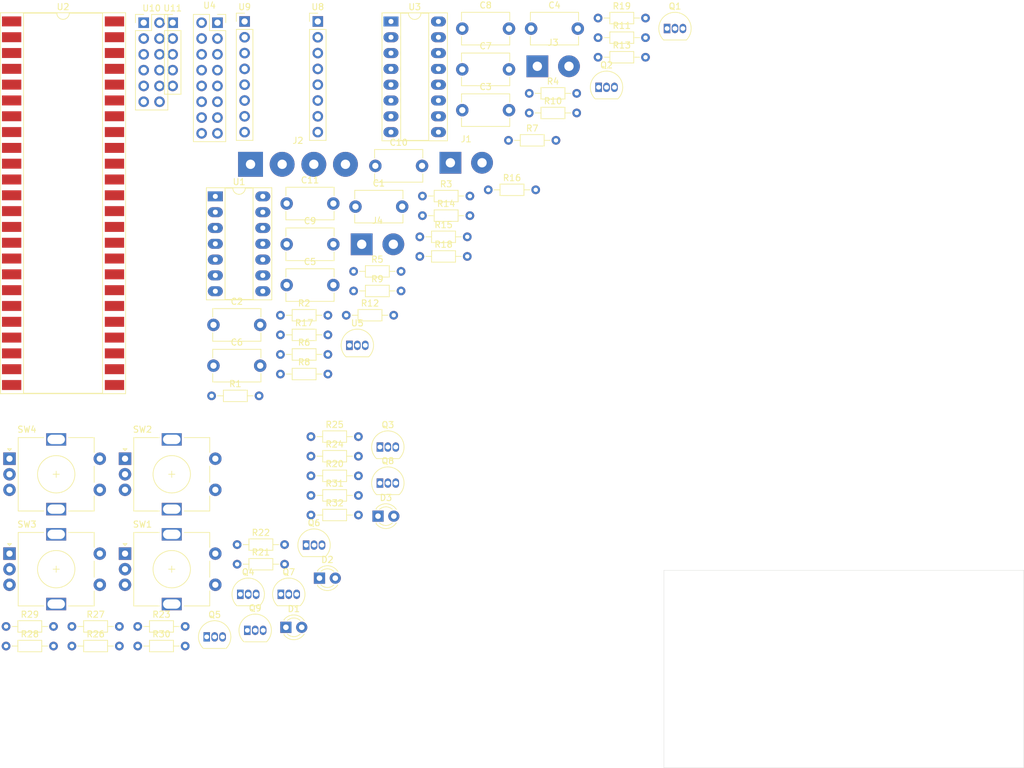
<source format=kicad_pcb>
(kicad_pcb (version 20171130) (host pcbnew "(5.1.4)-1")

  (general
    (thickness 1.6)
    (drawings 4)
    (tracks 0)
    (zones 0)
    (modules 72)
    (nets 88)
  )

  (page A4)
  (layers
    (0 F.Cu signal)
    (31 B.Cu signal)
    (32 B.Adhes user)
    (33 F.Adhes user)
    (34 B.Paste user)
    (35 F.Paste user)
    (36 B.SilkS user)
    (37 F.SilkS user)
    (38 B.Mask user)
    (39 F.Mask user)
    (40 Dwgs.User user)
    (41 Cmts.User user)
    (42 Eco1.User user)
    (43 Eco2.User user)
    (44 Edge.Cuts user)
    (45 Margin user)
    (46 B.CrtYd user)
    (47 F.CrtYd user)
    (48 B.Fab user)
    (49 F.Fab user)
  )

  (setup
    (last_trace_width 0.25)
    (trace_clearance 0.2)
    (zone_clearance 0.508)
    (zone_45_only no)
    (trace_min 0.2)
    (via_size 0.8)
    (via_drill 0.4)
    (via_min_size 0.4)
    (via_min_drill 0.3)
    (uvia_size 0.3)
    (uvia_drill 0.1)
    (uvias_allowed no)
    (uvia_min_size 0.2)
    (uvia_min_drill 0.1)
    (edge_width 0.05)
    (segment_width 0.2)
    (pcb_text_width 0.3)
    (pcb_text_size 1.5 1.5)
    (mod_edge_width 0.12)
    (mod_text_size 1 1)
    (mod_text_width 0.15)
    (pad_size 1.524 1.524)
    (pad_drill 0.762)
    (pad_to_mask_clearance 0.051)
    (solder_mask_min_width 0.25)
    (aux_axis_origin 0 0)
    (visible_elements 7FFFFFFF)
    (pcbplotparams
      (layerselection 0x010fc_ffffffff)
      (usegerberextensions false)
      (usegerberattributes false)
      (usegerberadvancedattributes false)
      (creategerberjobfile false)
      (excludeedgelayer true)
      (linewidth 0.100000)
      (plotframeref false)
      (viasonmask false)
      (mode 1)
      (useauxorigin false)
      (hpglpennumber 1)
      (hpglpenspeed 20)
      (hpglpendiameter 15.000000)
      (psnegative false)
      (psa4output false)
      (plotreference true)
      (plotvalue true)
      (plotinvisibletext false)
      (padsonsilk false)
      (subtractmaskfromsilk false)
      (outputformat 1)
      (mirror false)
      (drillshape 1)
      (scaleselection 1)
      (outputdirectory ""))
  )

  (net 0 "")
  (net 1 GND)
  (net 2 +3.3VA)
  (net 3 "Net-(C2-Pad1)")
  (net 4 "Net-(C3-Pad2)")
  (net 5 "Net-(C3-Pad1)")
  (net 6 "Net-(C5-Pad1)")
  (net 7 "Net-(C6-Pad2)")
  (net 8 "Net-(C6-Pad1)")
  (net 9 +3V3)
  (net 10 +5V)
  (net 11 "Net-(C10-Pad2)")
  (net 12 "Net-(C11-Pad2)")
  (net 13 "Net-(D1-Pad2)")
  (net 14 "Net-(D1-Pad1)")
  (net 15 "Net-(D2-Pad2)")
  (net 16 "Net-(D2-Pad1)")
  (net 17 "Net-(D3-Pad2)")
  (net 18 "Net-(D3-Pad1)")
  (net 19 "Net-(J3-Pad2)")
  (net 20 "Net-(J3-Pad1)")
  (net 21 "Net-(J4-Pad1)")
  (net 22 HPHONE)
  (net 23 "Net-(Q2-Pad2)")
  (net 24 "Net-(Q3-Pad1)")
  (net 25 "Net-(Q3-Pad2)")
  (net 26 "Net-(Q4-Pad1)")
  (net 27 "Net-(Q4-Pad2)")
  (net 28 "Net-(Q5-Pad1)")
  (net 29 "Net-(Q5-Pad2)")
  (net 30 "Net-(Q6-Pad1)")
  (net 31 "Net-(Q6-Pad2)")
  (net 32 "Net-(Q7-Pad3)")
  (net 33 "Net-(Q7-Pad2)")
  (net 34 "Net-(Q8-Pad3)")
  (net 35 "Net-(Q8-Pad2)")
  (net 36 "Net-(Q9-Pad3)")
  (net 37 "Net-(Q9-Pad2)")
  (net 38 VREF)
  (net 39 "Net-(R7-Pad1)")
  (net 40 "Net-(R8-Pad1)")
  (net 41 "Net-(J2-PadT)")
  (net 42 "Net-(R12-Pad1)")
  (net 43 "Net-(J2-PadS)")
  (net 44 "Net-(R13-Pad1)")
  (net 45 "Net-(R14-Pad1)")
  (net 46 "Net-(J2-PadR)")
  (net 47 "Net-(R15-Pad1)")
  (net 48 TR_LG1)
  (net 49 TR_LG2)
  (net 50 TR_LG3)
  (net 51 TR_LG4)
  (net 52 TR_R)
  (net 53 TR_G)
  (net 54 TR_B)
  (net 55 VE_L)
  (net 56 VE_R)
  (net 57 VE_B)
  (net 58 TE_L)
  (net 59 TE_R)
  (net 60 TE_B)
  (net 61 BE_L)
  (net 62 BE_R)
  (net 63 BE_B)
  (net 64 FE_L)
  (net 65 FE_R)
  (net 66 FE_B)
  (net 67 SC_RESET)
  (net 68 SC_DC)
  (net 69 SC_SCL)
  (net 70 NT_SCL)
  (net 71 SC_SDA)
  (net 72 NT_SDA)
  (net 73 MP_CS)
  (net 74 NT_INT)
  (net 75 MP_RESET)
  (net 76 DP_SDI)
  (net 77 DP_CLK)
  (net 78 MP_MISO)
  (net 79 DP_CS)
  (net 80 MP_MOSI)
  (net 81 MP_DCS)
  (net 82 MP_SCK)
  (net 83 TR_B4)
  (net 84 TR_B3)
  (net 85 TR_B2)
  (net 86 SC_CS)
  (net 87 TR_B1)

  (net_class Default "This is the default net class."
    (clearance 0.2)
    (trace_width 0.25)
    (via_dia 0.8)
    (via_drill 0.4)
    (uvia_dia 0.3)
    (uvia_drill 0.1)
    (add_net +3.3VA)
    (add_net +3V3)
    (add_net +5V)
    (add_net BE_B)
    (add_net BE_L)
    (add_net BE_R)
    (add_net DP_CLK)
    (add_net DP_CS)
    (add_net DP_SDI)
    (add_net FE_B)
    (add_net FE_L)
    (add_net FE_R)
    (add_net GND)
    (add_net HPHONE)
    (add_net MP_CS)
    (add_net MP_DCS)
    (add_net MP_MISO)
    (add_net MP_MOSI)
    (add_net MP_RESET)
    (add_net MP_SCK)
    (add_net NT_INT)
    (add_net NT_SCL)
    (add_net NT_SDA)
    (add_net "Net-(C10-Pad1)")
    (add_net "Net-(C10-Pad2)")
    (add_net "Net-(C11-Pad1)")
    (add_net "Net-(C11-Pad2)")
    (add_net "Net-(C2-Pad1)")
    (add_net "Net-(C3-Pad1)")
    (add_net "Net-(C3-Pad2)")
    (add_net "Net-(C5-Pad1)")
    (add_net "Net-(C6-Pad1)")
    (add_net "Net-(C6-Pad2)")
    (add_net "Net-(D1-Pad1)")
    (add_net "Net-(D1-Pad2)")
    (add_net "Net-(D2-Pad1)")
    (add_net "Net-(D2-Pad2)")
    (add_net "Net-(D3-Pad1)")
    (add_net "Net-(D3-Pad2)")
    (add_net "Net-(J2-PadR)")
    (add_net "Net-(J2-PadS)")
    (add_net "Net-(J2-PadSN)")
    (add_net "Net-(J2-PadT)")
    (add_net "Net-(J3-Pad1)")
    (add_net "Net-(J3-Pad2)")
    (add_net "Net-(J4-Pad1)")
    (add_net "Net-(J4-Pad2)")
    (add_net "Net-(Q2-Pad2)")
    (add_net "Net-(Q3-Pad1)")
    (add_net "Net-(Q3-Pad2)")
    (add_net "Net-(Q4-Pad1)")
    (add_net "Net-(Q4-Pad2)")
    (add_net "Net-(Q5-Pad1)")
    (add_net "Net-(Q5-Pad2)")
    (add_net "Net-(Q6-Pad1)")
    (add_net "Net-(Q6-Pad2)")
    (add_net "Net-(Q7-Pad2)")
    (add_net "Net-(Q7-Pad3)")
    (add_net "Net-(Q8-Pad2)")
    (add_net "Net-(Q8-Pad3)")
    (add_net "Net-(Q9-Pad2)")
    (add_net "Net-(Q9-Pad3)")
    (add_net "Net-(R12-Pad1)")
    (add_net "Net-(R13-Pad1)")
    (add_net "Net-(R14-Pad1)")
    (add_net "Net-(R15-Pad1)")
    (add_net "Net-(R7-Pad1)")
    (add_net "Net-(R8-Pad1)")
    (add_net "Net-(U2-Pad11)")
    (add_net "Net-(U2-Pad15)")
    (add_net "Net-(U3-Pad10)")
    (add_net "Net-(U3-Pad13)")
    (add_net "Net-(U3-Pad14)")
    (add_net "Net-(U3-Pad15)")
    (add_net "Net-(U3-Pad17)")
    (add_net "Net-(U3-Pad20)")
    (add_net "Net-(U4-Pad7)")
    (add_net "Net-(U8-Pad5)")
    (add_net SC_CS)
    (add_net SC_DC)
    (add_net SC_RESET)
    (add_net SC_SCL)
    (add_net SC_SDA)
    (add_net TE_B)
    (add_net TE_L)
    (add_net TE_R)
    (add_net TR_B)
    (add_net TR_B1)
    (add_net TR_B2)
    (add_net TR_B3)
    (add_net TR_B4)
    (add_net TR_G)
    (add_net TR_LG1)
    (add_net TR_LG2)
    (add_net TR_LG3)
    (add_net TR_LG4)
    (add_net TR_R)
    (add_net VE_B)
    (add_net VE_L)
    (add_net VE_R)
    (add_net VREF)
  )

  (module Connector_PinHeader_2.54mm:PinHeader_1x05_P2.54mm_Vertical (layer F.Cu) (tedit 59FED5CC) (tstamp 60BD48C8)
    (at -47.13 -56.22)
    (descr "Through hole straight pin header, 1x05, 2.54mm pitch, single row")
    (tags "Through hole pin header THT 1x05 2.54mm single row")
    (path /60B3D04D/60B5C376)
    (fp_text reference U11 (at 0 -2.33) (layer F.SilkS)
      (effects (font (size 1 1) (thickness 0.15)))
    )
    (fp_text value Adafruit_NeoTrellis_4X8 (at 0 12.49) (layer F.Fab)
      (effects (font (size 1 1) (thickness 0.15)))
    )
    (fp_text user %R (at 0 5.08 90) (layer F.Fab)
      (effects (font (size 1 1) (thickness 0.15)))
    )
    (fp_line (start 1.8 -1.8) (end -1.8 -1.8) (layer F.CrtYd) (width 0.05))
    (fp_line (start 1.8 11.95) (end 1.8 -1.8) (layer F.CrtYd) (width 0.05))
    (fp_line (start -1.8 11.95) (end 1.8 11.95) (layer F.CrtYd) (width 0.05))
    (fp_line (start -1.8 -1.8) (end -1.8 11.95) (layer F.CrtYd) (width 0.05))
    (fp_line (start -1.33 -1.33) (end 0 -1.33) (layer F.SilkS) (width 0.12))
    (fp_line (start -1.33 0) (end -1.33 -1.33) (layer F.SilkS) (width 0.12))
    (fp_line (start -1.33 1.27) (end 1.33 1.27) (layer F.SilkS) (width 0.12))
    (fp_line (start 1.33 1.27) (end 1.33 11.49) (layer F.SilkS) (width 0.12))
    (fp_line (start -1.33 1.27) (end -1.33 11.49) (layer F.SilkS) (width 0.12))
    (fp_line (start -1.33 11.49) (end 1.33 11.49) (layer F.SilkS) (width 0.12))
    (fp_line (start -1.27 -0.635) (end -0.635 -1.27) (layer F.Fab) (width 0.1))
    (fp_line (start -1.27 11.43) (end -1.27 -0.635) (layer F.Fab) (width 0.1))
    (fp_line (start 1.27 11.43) (end -1.27 11.43) (layer F.Fab) (width 0.1))
    (fp_line (start 1.27 -1.27) (end 1.27 11.43) (layer F.Fab) (width 0.1))
    (fp_line (start -0.635 -1.27) (end 1.27 -1.27) (layer F.Fab) (width 0.1))
    (pad 5 thru_hole oval (at 0 10.16) (size 1.7 1.7) (drill 1) (layers *.Cu *.Mask)
      (net 74 NT_INT))
    (pad 4 thru_hole oval (at 0 7.62) (size 1.7 1.7) (drill 1) (layers *.Cu *.Mask)
      (net 9 +3V3))
    (pad 3 thru_hole oval (at 0 5.08) (size 1.7 1.7) (drill 1) (layers *.Cu *.Mask)
      (net 1 GND))
    (pad 2 thru_hole oval (at 0 2.54) (size 1.7 1.7) (drill 1) (layers *.Cu *.Mask)
      (net 70 NT_SCL))
    (pad 1 thru_hole rect (at 0 0) (size 1.7 1.7) (drill 1) (layers *.Cu *.Mask)
      (net 72 NT_SDA))
    (model ${KISYS3DMOD}/Connector_PinHeader_2.54mm.3dshapes/PinHeader_1x05_P2.54mm_Vertical.wrl
      (at (xyz 0 0 0))
      (scale (xyz 1 1 1))
      (rotate (xyz 0 0 0))
    )
  )

  (module Connector_PinHeader_2.54mm:PinHeader_2x06_P2.54mm_Vertical (layer F.Cu) (tedit 59FED5CC) (tstamp 60BD48AC)
    (at -51.78 -56.22)
    (descr "Through hole straight pin header, 2x06, 2.54mm pitch, double rows")
    (tags "Through hole pin header THT 2x06 2.54mm double row")
    (path /60B3D04D/60B9735A)
    (fp_text reference U10 (at 1.27 -2.33) (layer F.SilkS)
      (effects (font (size 1 1) (thickness 0.15)))
    )
    (fp_text value ButtonPad_2x2 (at 1.27 15.03) (layer F.Fab)
      (effects (font (size 1 1) (thickness 0.15)))
    )
    (fp_text user %R (at 1.27 6.35 90) (layer F.Fab)
      (effects (font (size 1 1) (thickness 0.15)))
    )
    (fp_line (start 4.35 -1.8) (end -1.8 -1.8) (layer F.CrtYd) (width 0.05))
    (fp_line (start 4.35 14.5) (end 4.35 -1.8) (layer F.CrtYd) (width 0.05))
    (fp_line (start -1.8 14.5) (end 4.35 14.5) (layer F.CrtYd) (width 0.05))
    (fp_line (start -1.8 -1.8) (end -1.8 14.5) (layer F.CrtYd) (width 0.05))
    (fp_line (start -1.33 -1.33) (end 0 -1.33) (layer F.SilkS) (width 0.12))
    (fp_line (start -1.33 0) (end -1.33 -1.33) (layer F.SilkS) (width 0.12))
    (fp_line (start 1.27 -1.33) (end 3.87 -1.33) (layer F.SilkS) (width 0.12))
    (fp_line (start 1.27 1.27) (end 1.27 -1.33) (layer F.SilkS) (width 0.12))
    (fp_line (start -1.33 1.27) (end 1.27 1.27) (layer F.SilkS) (width 0.12))
    (fp_line (start 3.87 -1.33) (end 3.87 14.03) (layer F.SilkS) (width 0.12))
    (fp_line (start -1.33 1.27) (end -1.33 14.03) (layer F.SilkS) (width 0.12))
    (fp_line (start -1.33 14.03) (end 3.87 14.03) (layer F.SilkS) (width 0.12))
    (fp_line (start -1.27 0) (end 0 -1.27) (layer F.Fab) (width 0.1))
    (fp_line (start -1.27 13.97) (end -1.27 0) (layer F.Fab) (width 0.1))
    (fp_line (start 3.81 13.97) (end -1.27 13.97) (layer F.Fab) (width 0.1))
    (fp_line (start 3.81 -1.27) (end 3.81 13.97) (layer F.Fab) (width 0.1))
    (fp_line (start 0 -1.27) (end 3.81 -1.27) (layer F.Fab) (width 0.1))
    (pad 12 thru_hole oval (at 2.54 12.7) (size 1.7 1.7) (drill 1) (layers *.Cu *.Mask)
      (net 87 TR_B1))
    (pad 11 thru_hole oval (at 0 12.7) (size 1.7 1.7) (drill 1) (layers *.Cu *.Mask)
      (net 85 TR_B2))
    (pad 10 thru_hole oval (at 2.54 10.16) (size 1.7 1.7) (drill 1) (layers *.Cu *.Mask)
      (net 84 TR_B3))
    (pad 9 thru_hole oval (at 0 10.16) (size 1.7 1.7) (drill 1) (layers *.Cu *.Mask)
      (net 83 TR_B4))
    (pad 8 thru_hole oval (at 2.54 7.62) (size 1.7 1.7) (drill 1) (layers *.Cu *.Mask)
      (net 1 GND))
    (pad 7 thru_hole oval (at 0 7.62) (size 1.7 1.7) (drill 1) (layers *.Cu *.Mask)
      (net 31 "Net-(Q6-Pad2)"))
    (pad 6 thru_hole oval (at 2.54 5.08) (size 1.7 1.7) (drill 1) (layers *.Cu *.Mask)
      (net 29 "Net-(Q5-Pad2)"))
    (pad 5 thru_hole oval (at 0 5.08) (size 1.7 1.7) (drill 1) (layers *.Cu *.Mask)
      (net 27 "Net-(Q4-Pad2)"))
    (pad 4 thru_hole oval (at 2.54 2.54) (size 1.7 1.7) (drill 1) (layers *.Cu *.Mask)
      (net 25 "Net-(Q3-Pad2)"))
    (pad 3 thru_hole oval (at 0 2.54) (size 1.7 1.7) (drill 1) (layers *.Cu *.Mask)
      (net 37 "Net-(Q9-Pad2)"))
    (pad 2 thru_hole oval (at 2.54 0) (size 1.7 1.7) (drill 1) (layers *.Cu *.Mask)
      (net 35 "Net-(Q8-Pad2)"))
    (pad 1 thru_hole rect (at 0 0) (size 1.7 1.7) (drill 1) (layers *.Cu *.Mask)
      (net 33 "Net-(Q7-Pad2)"))
    (model ${KISYS3DMOD}/Connector_PinHeader_2.54mm.3dshapes/PinHeader_2x06_P2.54mm_Vertical.wrl
      (at (xyz 0 0 0))
      (scale (xyz 1 1 1))
      (rotate (xyz 0 0 0))
    )
  )

  (module Connector_PinHeader_2.54mm:PinHeader_1x08_P2.54mm_Vertical (layer F.Cu) (tedit 59FED5CC) (tstamp 60BD4890)
    (at -35.58 -56.42)
    (descr "Through hole straight pin header, 1x08, 2.54mm pitch, single row")
    (tags "Through hole pin header THT 1x08 2.54mm single row")
    (path /60D09313)
    (fp_text reference U9 (at 0 -2.33) (layer F.SilkS)
      (effects (font (size 1 1) (thickness 0.15)))
    )
    (fp_text value TFT_LCD_SPI_160X128 (at 0 20.11) (layer F.Fab)
      (effects (font (size 1 1) (thickness 0.15)))
    )
    (fp_text user %R (at 0 8.89 90) (layer F.Fab)
      (effects (font (size 1 1) (thickness 0.15)))
    )
    (fp_line (start 1.8 -1.8) (end -1.8 -1.8) (layer F.CrtYd) (width 0.05))
    (fp_line (start 1.8 19.55) (end 1.8 -1.8) (layer F.CrtYd) (width 0.05))
    (fp_line (start -1.8 19.55) (end 1.8 19.55) (layer F.CrtYd) (width 0.05))
    (fp_line (start -1.8 -1.8) (end -1.8 19.55) (layer F.CrtYd) (width 0.05))
    (fp_line (start -1.33 -1.33) (end 0 -1.33) (layer F.SilkS) (width 0.12))
    (fp_line (start -1.33 0) (end -1.33 -1.33) (layer F.SilkS) (width 0.12))
    (fp_line (start -1.33 1.27) (end 1.33 1.27) (layer F.SilkS) (width 0.12))
    (fp_line (start 1.33 1.27) (end 1.33 19.11) (layer F.SilkS) (width 0.12))
    (fp_line (start -1.33 1.27) (end -1.33 19.11) (layer F.SilkS) (width 0.12))
    (fp_line (start -1.33 19.11) (end 1.33 19.11) (layer F.SilkS) (width 0.12))
    (fp_line (start -1.27 -0.635) (end -0.635 -1.27) (layer F.Fab) (width 0.1))
    (fp_line (start -1.27 19.05) (end -1.27 -0.635) (layer F.Fab) (width 0.1))
    (fp_line (start 1.27 19.05) (end -1.27 19.05) (layer F.Fab) (width 0.1))
    (fp_line (start 1.27 -1.27) (end 1.27 19.05) (layer F.Fab) (width 0.1))
    (fp_line (start -0.635 -1.27) (end 1.27 -1.27) (layer F.Fab) (width 0.1))
    (pad 8 thru_hole oval (at 0 17.78) (size 1.7 1.7) (drill 1) (layers *.Cu *.Mask)
      (net 9 +3V3))
    (pad 7 thru_hole oval (at 0 15.24) (size 1.7 1.7) (drill 1) (layers *.Cu *.Mask)
      (net 86 SC_CS))
    (pad 6 thru_hole oval (at 0 12.7) (size 1.7 1.7) (drill 1) (layers *.Cu *.Mask)
      (net 68 SC_DC))
    (pad 5 thru_hole oval (at 0 10.16) (size 1.7 1.7) (drill 1) (layers *.Cu *.Mask)
      (net 67 SC_RESET))
    (pad 4 thru_hole oval (at 0 7.62) (size 1.7 1.7) (drill 1) (layers *.Cu *.Mask)
      (net 71 SC_SDA))
    (pad 3 thru_hole oval (at 0 5.08) (size 1.7 1.7) (drill 1) (layers *.Cu *.Mask)
      (net 69 SC_SCL))
    (pad 2 thru_hole oval (at 0 2.54) (size 1.7 1.7) (drill 1) (layers *.Cu *.Mask)
      (net 9 +3V3))
    (pad 1 thru_hole rect (at 0 0) (size 1.7 1.7) (drill 1) (layers *.Cu *.Mask)
      (net 1 GND))
    (model ${KISYS3DMOD}/Connector_PinHeader_2.54mm.3dshapes/PinHeader_1x08_P2.54mm_Vertical.wrl
      (at (xyz 0 0 0))
      (scale (xyz 1 1 1))
      (rotate (xyz 0 0 0))
    )
  )

  (module Connector_PinHeader_2.54mm:PinHeader_1x08_P2.54mm_Vertical (layer F.Cu) (tedit 59FED5CC) (tstamp 60BD4864)
    (at -23.83 -56.42)
    (descr "Through hole straight pin header, 1x08, 2.54mm pitch, single row")
    (tags "Through hole pin header THT 1x08 2.54mm single row")
    (path /60AE61B4)
    (fp_text reference U8 (at 0 -2.33) (layer F.SilkS)
      (effects (font (size 1 1) (thickness 0.15)))
    )
    (fp_text value PAM8403_Module (at 0 20.11) (layer F.Fab)
      (effects (font (size 1 1) (thickness 0.15)))
    )
    (fp_text user %R (at 0 8.89 90) (layer F.Fab)
      (effects (font (size 1 1) (thickness 0.15)))
    )
    (fp_line (start 1.8 -1.8) (end -1.8 -1.8) (layer F.CrtYd) (width 0.05))
    (fp_line (start 1.8 19.55) (end 1.8 -1.8) (layer F.CrtYd) (width 0.05))
    (fp_line (start -1.8 19.55) (end 1.8 19.55) (layer F.CrtYd) (width 0.05))
    (fp_line (start -1.8 -1.8) (end -1.8 19.55) (layer F.CrtYd) (width 0.05))
    (fp_line (start -1.33 -1.33) (end 0 -1.33) (layer F.SilkS) (width 0.12))
    (fp_line (start -1.33 0) (end -1.33 -1.33) (layer F.SilkS) (width 0.12))
    (fp_line (start -1.33 1.27) (end 1.33 1.27) (layer F.SilkS) (width 0.12))
    (fp_line (start 1.33 1.27) (end 1.33 19.11) (layer F.SilkS) (width 0.12))
    (fp_line (start -1.33 1.27) (end -1.33 19.11) (layer F.SilkS) (width 0.12))
    (fp_line (start -1.33 19.11) (end 1.33 19.11) (layer F.SilkS) (width 0.12))
    (fp_line (start -1.27 -0.635) (end -0.635 -1.27) (layer F.Fab) (width 0.1))
    (fp_line (start -1.27 19.05) (end -1.27 -0.635) (layer F.Fab) (width 0.1))
    (fp_line (start 1.27 19.05) (end -1.27 19.05) (layer F.Fab) (width 0.1))
    (fp_line (start 1.27 -1.27) (end 1.27 19.05) (layer F.Fab) (width 0.1))
    (fp_line (start -0.635 -1.27) (end 1.27 -1.27) (layer F.Fab) (width 0.1))
    (pad 8 thru_hole oval (at 0 17.78) (size 1.7 1.7) (drill 1) (layers *.Cu *.Mask)
      (net 21 "Net-(J4-Pad1)"))
    (pad 7 thru_hole oval (at 0 15.24) (size 1.7 1.7) (drill 1) (layers *.Cu *.Mask)
      (net 19 "Net-(J3-Pad2)"))
    (pad 6 thru_hole oval (at 0 12.7) (size 1.7 1.7) (drill 1) (layers *.Cu *.Mask)
      (net 20 "Net-(J3-Pad1)"))
    (pad 5 thru_hole oval (at 0 10.16) (size 1.7 1.7) (drill 1) (layers *.Cu *.Mask))
    (pad 4 thru_hole oval (at 0 7.62) (size 1.7 1.7) (drill 1) (layers *.Cu *.Mask)
      (net 1 GND))
    (pad 3 thru_hole oval (at 0 5.08) (size 1.7 1.7) (drill 1) (layers *.Cu *.Mask))
    (pad 2 thru_hole oval (at 0 2.54) (size 1.7 1.7) (drill 1) (layers *.Cu *.Mask)
      (net 1 GND))
    (pad 1 thru_hole rect (at 0 0) (size 1.7 1.7) (drill 1) (layers *.Cu *.Mask)
      (net 10 +5V))
    (model ${KISYS3DMOD}/Connector_PinHeader_2.54mm.3dshapes/PinHeader_1x08_P2.54mm_Vertical.wrl
      (at (xyz 0 0 0))
      (scale (xyz 1 1 1))
      (rotate (xyz 0 0 0))
    )
  )

  (module Package_TO_SOT_THT:TO-92_Inline (layer F.Cu) (tedit 5A1DD157) (tstamp 60BD47E4)
    (at -18.75 -4.39)
    (descr "TO-92 leads in-line, narrow, oval pads, drill 0.75mm (see NXP sot054_po.pdf)")
    (tags "to-92 sc-43 sc-43a sot54 PA33 transistor")
    (path /611B2917)
    (fp_text reference U5 (at 1.27 -3.56) (layer F.SilkS)
      (effects (font (size 1 1) (thickness 0.15)))
    )
    (fp_text value LE33_TO92 (at 1.27 2.79) (layer F.Fab)
      (effects (font (size 1 1) (thickness 0.15)))
    )
    (fp_arc (start 1.27 0) (end 1.27 -2.6) (angle 135) (layer F.SilkS) (width 0.12))
    (fp_arc (start 1.27 0) (end 1.27 -2.48) (angle -135) (layer F.Fab) (width 0.1))
    (fp_arc (start 1.27 0) (end 1.27 -2.6) (angle -135) (layer F.SilkS) (width 0.12))
    (fp_arc (start 1.27 0) (end 1.27 -2.48) (angle 135) (layer F.Fab) (width 0.1))
    (fp_line (start 4 2.01) (end -1.46 2.01) (layer F.CrtYd) (width 0.05))
    (fp_line (start 4 2.01) (end 4 -2.73) (layer F.CrtYd) (width 0.05))
    (fp_line (start -1.46 -2.73) (end -1.46 2.01) (layer F.CrtYd) (width 0.05))
    (fp_line (start -1.46 -2.73) (end 4 -2.73) (layer F.CrtYd) (width 0.05))
    (fp_line (start -0.5 1.75) (end 3 1.75) (layer F.Fab) (width 0.1))
    (fp_line (start -0.53 1.85) (end 3.07 1.85) (layer F.SilkS) (width 0.12))
    (fp_text user %R (at 1.27 -3.56) (layer F.Fab)
      (effects (font (size 1 1) (thickness 0.15)))
    )
    (pad 1 thru_hole rect (at 0 0) (size 1.05 1.5) (drill 0.75) (layers *.Cu *.Mask)
      (net 2 +3.3VA))
    (pad 3 thru_hole oval (at 2.54 0) (size 1.05 1.5) (drill 0.75) (layers *.Cu *.Mask)
      (net 10 +5V))
    (pad 2 thru_hole oval (at 1.27 0) (size 1.05 1.5) (drill 0.75) (layers *.Cu *.Mask)
      (net 1 GND))
    (model ${KISYS3DMOD}/Package_TO_SOT_THT.3dshapes/TO-92_Inline.wrl
      (at (xyz 0 0 0))
      (scale (xyz 1 1 1))
      (rotate (xyz 0 0 0))
    )
  )

  (module Connector_PinSocket_2.54mm:PinSocket_2x08_P2.54mm_Vertical (layer F.Cu) (tedit 5A19A42B) (tstamp 60BD47D2)
    (at -39.94 -56.22)
    (descr "Through hole straight socket strip, 2x08, 2.54mm pitch, double cols (from Kicad 4.0.7), script generated")
    (tags "Through hole socket strip THT 2x08 2.54mm double row")
    (path /60A822A2)
    (fp_text reference U4 (at -1.27 -2.77) (layer F.SilkS)
      (effects (font (size 1 1) (thickness 0.15)))
    )
    (fp_text value VS1053_Module (at -1.27 20.55) (layer F.Fab)
      (effects (font (size 1 1) (thickness 0.15)))
    )
    (fp_text user %R (at -1.27 8.89 90) (layer F.Fab)
      (effects (font (size 1 1) (thickness 0.15)))
    )
    (fp_line (start -4.34 19.55) (end -4.34 -1.8) (layer F.CrtYd) (width 0.05))
    (fp_line (start 1.76 19.55) (end -4.34 19.55) (layer F.CrtYd) (width 0.05))
    (fp_line (start 1.76 -1.8) (end 1.76 19.55) (layer F.CrtYd) (width 0.05))
    (fp_line (start -4.34 -1.8) (end 1.76 -1.8) (layer F.CrtYd) (width 0.05))
    (fp_line (start 0 -1.33) (end 1.33 -1.33) (layer F.SilkS) (width 0.12))
    (fp_line (start 1.33 -1.33) (end 1.33 0) (layer F.SilkS) (width 0.12))
    (fp_line (start -1.27 -1.33) (end -1.27 1.27) (layer F.SilkS) (width 0.12))
    (fp_line (start -1.27 1.27) (end 1.33 1.27) (layer F.SilkS) (width 0.12))
    (fp_line (start 1.33 1.27) (end 1.33 19.11) (layer F.SilkS) (width 0.12))
    (fp_line (start -3.87 19.11) (end 1.33 19.11) (layer F.SilkS) (width 0.12))
    (fp_line (start -3.87 -1.33) (end -3.87 19.11) (layer F.SilkS) (width 0.12))
    (fp_line (start -3.87 -1.33) (end -1.27 -1.33) (layer F.SilkS) (width 0.12))
    (fp_line (start -3.81 19.05) (end -3.81 -1.27) (layer F.Fab) (width 0.1))
    (fp_line (start 1.27 19.05) (end -3.81 19.05) (layer F.Fab) (width 0.1))
    (fp_line (start 1.27 -0.27) (end 1.27 19.05) (layer F.Fab) (width 0.1))
    (fp_line (start 0.27 -1.27) (end 1.27 -0.27) (layer F.Fab) (width 0.1))
    (fp_line (start -3.81 -1.27) (end 0.27 -1.27) (layer F.Fab) (width 0.1))
    (pad 16 thru_hole oval (at -2.54 17.78) (size 1.7 1.7) (drill 1) (layers *.Cu *.Mask))
    (pad 15 thru_hole oval (at 0 17.78) (size 1.7 1.7) (drill 1) (layers *.Cu *.Mask))
    (pad 14 thru_hole oval (at -2.54 15.24) (size 1.7 1.7) (drill 1) (layers *.Cu *.Mask)
      (net 1 GND))
    (pad 13 thru_hole oval (at 0 15.24) (size 1.7 1.7) (drill 1) (layers *.Cu *.Mask)
      (net 46 "Net-(J2-PadR)"))
    (pad 12 thru_hole oval (at -2.54 12.7) (size 1.7 1.7) (drill 1) (layers *.Cu *.Mask)
      (net 43 "Net-(J2-PadS)"))
    (pad 11 thru_hole oval (at 0 12.7) (size 1.7 1.7) (drill 1) (layers *.Cu *.Mask)
      (net 41 "Net-(J2-PadT)"))
    (pad 10 thru_hole oval (at -2.54 10.16) (size 1.7 1.7) (drill 1) (layers *.Cu *.Mask)
      (net 81 MP_DCS))
    (pad 9 thru_hole oval (at 0 10.16) (size 1.7 1.7) (drill 1) (layers *.Cu *.Mask)
      (net 73 MP_CS))
    (pad 8 thru_hole oval (at -2.54 7.62) (size 1.7 1.7) (drill 1) (layers *.Cu *.Mask)
      (net 75 MP_RESET))
    (pad 7 thru_hole oval (at 0 7.62) (size 1.7 1.7) (drill 1) (layers *.Cu *.Mask))
    (pad 6 thru_hole oval (at -2.54 5.08) (size 1.7 1.7) (drill 1) (layers *.Cu *.Mask)
      (net 82 MP_SCK))
    (pad 5 thru_hole oval (at 0 5.08) (size 1.7 1.7) (drill 1) (layers *.Cu *.Mask)
      (net 80 MP_MOSI))
    (pad 4 thru_hole oval (at -2.54 2.54) (size 1.7 1.7) (drill 1) (layers *.Cu *.Mask)
      (net 78 MP_MISO))
    (pad 3 thru_hole oval (at 0 2.54) (size 1.7 1.7) (drill 1) (layers *.Cu *.Mask)
      (net 1 GND))
    (pad 2 thru_hole oval (at -2.54 0) (size 1.7 1.7) (drill 1) (layers *.Cu *.Mask)
      (net 10 +5V))
    (pad 1 thru_hole rect (at 0 0) (size 1.7 1.7) (drill 1) (layers *.Cu *.Mask)
      (net 10 +5V))
    (model ${KISYS3DMOD}/Connector_PinSocket_2.54mm.3dshapes/PinSocket_2x08_P2.54mm_Vertical.wrl
      (at (xyz 0 0 0))
      (scale (xyz 1 1 1))
      (rotate (xyz 0 0 0))
    )
  )

  (module Package_DIP:DIP-16_W7.62mm_Socket_LongPads (layer F.Cu) (tedit 5A02E8C5) (tstamp 60BD47AC)
    (at -12.08 -56.42)
    (descr "16-lead though-hole mounted DIP package, row spacing 7.62 mm (300 mils), Socket, LongPads")
    (tags "THT DIP DIL PDIP 2.54mm 7.62mm 300mil Socket LongPads")
    (path /60A6EF10)
    (fp_text reference U3 (at 3.81 -2.33) (layer F.SilkS)
      (effects (font (size 1 1) (thickness 0.15)))
    )
    (fp_text value AD5204 (at 3.81 20.11) (layer F.Fab)
      (effects (font (size 1 1) (thickness 0.15)))
    )
    (fp_text user %R (at 3.81 8.89) (layer F.Fab)
      (effects (font (size 1 1) (thickness 0.15)))
    )
    (fp_line (start 9.15 -1.6) (end -1.55 -1.6) (layer F.CrtYd) (width 0.05))
    (fp_line (start 9.15 19.4) (end 9.15 -1.6) (layer F.CrtYd) (width 0.05))
    (fp_line (start -1.55 19.4) (end 9.15 19.4) (layer F.CrtYd) (width 0.05))
    (fp_line (start -1.55 -1.6) (end -1.55 19.4) (layer F.CrtYd) (width 0.05))
    (fp_line (start 9.06 -1.39) (end -1.44 -1.39) (layer F.SilkS) (width 0.12))
    (fp_line (start 9.06 19.17) (end 9.06 -1.39) (layer F.SilkS) (width 0.12))
    (fp_line (start -1.44 19.17) (end 9.06 19.17) (layer F.SilkS) (width 0.12))
    (fp_line (start -1.44 -1.39) (end -1.44 19.17) (layer F.SilkS) (width 0.12))
    (fp_line (start 6.06 -1.33) (end 4.81 -1.33) (layer F.SilkS) (width 0.12))
    (fp_line (start 6.06 19.11) (end 6.06 -1.33) (layer F.SilkS) (width 0.12))
    (fp_line (start 1.56 19.11) (end 6.06 19.11) (layer F.SilkS) (width 0.12))
    (fp_line (start 1.56 -1.33) (end 1.56 19.11) (layer F.SilkS) (width 0.12))
    (fp_line (start 2.81 -1.33) (end 1.56 -1.33) (layer F.SilkS) (width 0.12))
    (fp_line (start 8.89 -1.33) (end -1.27 -1.33) (layer F.Fab) (width 0.1))
    (fp_line (start 8.89 19.11) (end 8.89 -1.33) (layer F.Fab) (width 0.1))
    (fp_line (start -1.27 19.11) (end 8.89 19.11) (layer F.Fab) (width 0.1))
    (fp_line (start -1.27 -1.33) (end -1.27 19.11) (layer F.Fab) (width 0.1))
    (fp_line (start 0.635 -0.27) (end 1.635 -1.27) (layer F.Fab) (width 0.1))
    (fp_line (start 0.635 19.05) (end 0.635 -0.27) (layer F.Fab) (width 0.1))
    (fp_line (start 6.985 19.05) (end 0.635 19.05) (layer F.Fab) (width 0.1))
    (fp_line (start 6.985 -1.27) (end 6.985 19.05) (layer F.Fab) (width 0.1))
    (fp_line (start 1.635 -1.27) (end 6.985 -1.27) (layer F.Fab) (width 0.1))
    (fp_arc (start 3.81 -1.33) (end 2.81 -1.33) (angle -180) (layer F.SilkS) (width 0.12))
    (pad 16 thru_hole oval (at 7.62 0) (size 2.4 1.6) (drill 0.8) (layers *.Cu *.Mask)
      (net 40 "Net-(R8-Pad1)"))
    (pad 8 thru_hole oval (at 0 17.78) (size 2.4 1.6) (drill 0.8) (layers *.Cu *.Mask)
      (net 76 DP_SDI))
    (pad 15 thru_hole oval (at 7.62 2.54) (size 2.4 1.6) (drill 0.8) (layers *.Cu *.Mask))
    (pad 7 thru_hole oval (at 0 15.24) (size 2.4 1.6) (drill 0.8) (layers *.Cu *.Mask)
      (net 9 +3V3))
    (pad 14 thru_hole oval (at 7.62 5.08) (size 2.4 1.6) (drill 0.8) (layers *.Cu *.Mask))
    (pad 6 thru_hole oval (at 0 12.7) (size 2.4 1.6) (drill 0.8) (layers *.Cu *.Mask)
      (net 9 +3V3))
    (pad 13 thru_hole oval (at 7.62 7.62) (size 2.4 1.6) (drill 0.8) (layers *.Cu *.Mask))
    (pad 5 thru_hole oval (at 0 10.16) (size 2.4 1.6) (drill 0.8) (layers *.Cu *.Mask)
      (net 9 +3V3))
    (pad 12 thru_hole oval (at 7.62 10.16) (size 2.4 1.6) (drill 0.8) (layers *.Cu *.Mask))
    (pad 4 thru_hole oval (at 0 7.62) (size 2.4 1.6) (drill 0.8) (layers *.Cu *.Mask)
      (net 79 DP_CS))
    (pad 11 thru_hole oval (at 7.62 12.7) (size 2.4 1.6) (drill 0.8) (layers *.Cu *.Mask)
      (net 1 GND))
    (pad 3 thru_hole oval (at 0 5.08) (size 2.4 1.6) (drill 0.8) (layers *.Cu *.Mask))
    (pad 10 thru_hole oval (at 7.62 15.24) (size 2.4 1.6) (drill 0.8) (layers *.Cu *.Mask))
    (pad 2 thru_hole oval (at 0 2.54) (size 2.4 1.6) (drill 0.8) (layers *.Cu *.Mask))
    (pad 9 thru_hole oval (at 7.62 17.78) (size 2.4 1.6) (drill 0.8) (layers *.Cu *.Mask)
      (net 77 DP_CLK))
    (pad 1 thru_hole rect (at 0 0) (size 2.4 1.6) (drill 0.8) (layers *.Cu *.Mask))
    (model ${KISYS3DMOD}/Package_DIP.3dshapes/DIP-16_W7.62mm_Socket.wrl
      (at (xyz 0 0 0))
      (scale (xyz 1 1 1))
      (rotate (xyz 0 0 0))
    )
  )

  (module Package_DIP:DIP-48_W16.51mm_SMDSocket_LongPads (layer F.Cu) (tedit 5A02E8C5) (tstamp 60BD4780)
    (at -64.73 -27.22)
    (descr "48-lead though-hole mounted DIP package, row spacing 16.51 mm (650 mils), SMDSocket, LongPads")
    (tags "THT DIP DIL PDIP 2.54mm 16.51mm 650mil SMDSocket LongPads")
    (path /60B5DE55)
    (attr smd)
    (fp_text reference U2 (at 0 -31.54) (layer F.SilkS)
      (effects (font (size 1 1) (thickness 0.15)))
    )
    (fp_text value Teensy4.1 (at 0 31.54) (layer F.Fab)
      (effects (font (size 1 1) (thickness 0.15)))
    )
    (fp_text user %R (at 0 0) (layer F.Fab)
      (effects (font (size 1 1) (thickness 0.15)))
    )
    (fp_line (start 10.1 -30.8) (end -10.1 -30.8) (layer F.CrtYd) (width 0.05))
    (fp_line (start 10.1 30.8) (end 10.1 -30.8) (layer F.CrtYd) (width 0.05))
    (fp_line (start -10.1 30.8) (end 10.1 30.8) (layer F.CrtYd) (width 0.05))
    (fp_line (start -10.1 -30.8) (end -10.1 30.8) (layer F.CrtYd) (width 0.05))
    (fp_line (start 10.045 -30.6) (end -10.045 -30.6) (layer F.SilkS) (width 0.12))
    (fp_line (start 10.045 30.6) (end 10.045 -30.6) (layer F.SilkS) (width 0.12))
    (fp_line (start -10.045 30.6) (end 10.045 30.6) (layer F.SilkS) (width 0.12))
    (fp_line (start -10.045 -30.6) (end -10.045 30.6) (layer F.SilkS) (width 0.12))
    (fp_line (start 6.345 -30.54) (end 1 -30.54) (layer F.SilkS) (width 0.12))
    (fp_line (start 6.345 30.54) (end 6.345 -30.54) (layer F.SilkS) (width 0.12))
    (fp_line (start -6.345 30.54) (end 6.345 30.54) (layer F.SilkS) (width 0.12))
    (fp_line (start -6.345 -30.54) (end -6.345 30.54) (layer F.SilkS) (width 0.12))
    (fp_line (start -1 -30.54) (end -6.345 -30.54) (layer F.SilkS) (width 0.12))
    (fp_line (start 8.89 -30.54) (end -8.89 -30.54) (layer F.Fab) (width 0.1))
    (fp_line (start 8.89 30.54) (end 8.89 -30.54) (layer F.Fab) (width 0.1))
    (fp_line (start -8.89 30.54) (end 8.89 30.54) (layer F.Fab) (width 0.1))
    (fp_line (start -8.89 -30.54) (end -8.89 30.54) (layer F.Fab) (width 0.1))
    (fp_line (start -7.365 -29.48) (end -6.365 -30.48) (layer F.Fab) (width 0.1))
    (fp_line (start -7.365 30.48) (end -7.365 -29.48) (layer F.Fab) (width 0.1))
    (fp_line (start 7.365 30.48) (end -7.365 30.48) (layer F.Fab) (width 0.1))
    (fp_line (start 7.365 -30.48) (end 7.365 30.48) (layer F.Fab) (width 0.1))
    (fp_line (start -6.365 -30.48) (end 7.365 -30.48) (layer F.Fab) (width 0.1))
    (fp_arc (start 0 -30.54) (end -1 -30.54) (angle -180) (layer F.SilkS) (width 0.12))
    (pad 48 smd rect (at 8.255 -29.21) (size 3.1 1.6) (layers F.Cu F.Paste F.Mask)
      (net 10 +5V))
    (pad 24 smd rect (at -8.255 29.21) (size 3.1 1.6) (layers F.Cu F.Paste F.Mask)
      (net 57 VE_B))
    (pad 47 smd rect (at 8.255 -26.67) (size 3.1 1.6) (layers F.Cu F.Paste F.Mask)
      (net 1 GND))
    (pad 23 smd rect (at -8.255 26.67) (size 3.1 1.6) (layers F.Cu F.Paste F.Mask)
      (net 56 VE_R))
    (pad 46 smd rect (at 8.255 -24.13) (size 3.1 1.6) (layers F.Cu F.Paste F.Mask)
      (net 9 +3V3))
    (pad 22 smd rect (at -8.255 24.13) (size 3.1 1.6) (layers F.Cu F.Paste F.Mask)
      (net 55 VE_L))
    (pad 45 smd rect (at 8.255 -21.59) (size 3.1 1.6) (layers F.Cu F.Paste F.Mask)
      (net 64 FE_L))
    (pad 21 smd rect (at -8.255 21.59) (size 3.1 1.6) (layers F.Cu F.Paste F.Mask)
      (net 67 SC_RESET))
    (pad 44 smd rect (at 8.255 -19.05) (size 3.1 1.6) (layers F.Cu F.Paste F.Mask)
      (net 65 FE_R))
    (pad 20 smd rect (at -8.255 19.05) (size 3.1 1.6) (layers F.Cu F.Paste F.Mask)
      (net 68 SC_DC))
    (pad 43 smd rect (at 8.255 -16.51) (size 3.1 1.6) (layers F.Cu F.Paste F.Mask)
      (net 66 FE_B))
    (pad 19 smd rect (at -8.255 16.51) (size 3.1 1.6) (layers F.Cu F.Paste F.Mask)
      (net 69 SC_SCL))
    (pad 42 smd rect (at 8.255 -13.97) (size 3.1 1.6) (layers F.Cu F.Paste F.Mask)
      (net 70 NT_SCL))
    (pad 18 smd rect (at -8.255 13.97) (size 3.1 1.6) (layers F.Cu F.Paste F.Mask)
      (net 71 SC_SDA))
    (pad 41 smd rect (at 8.255 -11.43) (size 3.1 1.6) (layers F.Cu F.Paste F.Mask)
      (net 72 NT_SDA))
    (pad 17 smd rect (at -8.255 11.43) (size 3.1 1.6) (layers F.Cu F.Paste F.Mask)
      (net 73 MP_CS))
    (pad 40 smd rect (at 8.255 -8.89) (size 3.1 1.6) (layers F.Cu F.Paste F.Mask)
      (net 74 NT_INT))
    (pad 16 smd rect (at -8.255 8.89) (size 3.1 1.6) (layers F.Cu F.Paste F.Mask)
      (net 75 MP_RESET))
    (pad 39 smd rect (at 8.255 -6.35) (size 3.1 1.6) (layers F.Cu F.Paste F.Mask)
      (net 76 DP_SDI))
    (pad 15 smd rect (at -8.255 6.35) (size 3.1 1.6) (layers F.Cu F.Paste F.Mask))
    (pad 38 smd rect (at 8.255 -3.81) (size 3.1 1.6) (layers F.Cu F.Paste F.Mask)
      (net 77 DP_CLK))
    (pad 14 smd rect (at -8.255 3.81) (size 3.1 1.6) (layers F.Cu F.Paste F.Mask)
      (net 78 MP_MISO))
    (pad 37 smd rect (at 8.255 -1.27) (size 3.1 1.6) (layers F.Cu F.Paste F.Mask)
      (net 79 DP_CS))
    (pad 13 smd rect (at -8.255 1.27) (size 3.1 1.6) (layers F.Cu F.Paste F.Mask)
      (net 80 MP_MOSI))
    (pad 36 smd rect (at 8.255 1.27) (size 3.1 1.6) (layers F.Cu F.Paste F.Mask)
      (net 60 TE_B))
    (pad 12 smd rect (at -8.255 -1.27) (size 3.1 1.6) (layers F.Cu F.Paste F.Mask)
      (net 81 MP_DCS))
    (pad 35 smd rect (at 8.255 3.81) (size 3.1 1.6) (layers F.Cu F.Paste F.Mask)
      (net 82 MP_SCK))
    (pad 11 smd rect (at -8.255 -3.81) (size 3.1 1.6) (layers F.Cu F.Paste F.Mask))
    (pad 34 smd rect (at 8.255 6.35) (size 3.1 1.6) (layers F.Cu F.Paste F.Mask)
      (net 1 GND))
    (pad 10 smd rect (at -8.255 -6.35) (size 3.1 1.6) (layers F.Cu F.Paste F.Mask)
      (net 22 HPHONE))
    (pad 33 smd rect (at 8.255 8.89) (size 3.1 1.6) (layers F.Cu F.Paste F.Mask)
      (net 61 BE_L))
    (pad 9 smd rect (at -8.255 -8.89) (size 3.1 1.6) (layers F.Cu F.Paste F.Mask)
      (net 51 TR_LG4))
    (pad 32 smd rect (at 8.255 11.43) (size 3.1 1.6) (layers F.Cu F.Paste F.Mask)
      (net 62 BE_R))
    (pad 8 smd rect (at -8.255 -11.43) (size 3.1 1.6) (layers F.Cu F.Paste F.Mask)
      (net 50 TR_LG3))
    (pad 31 smd rect (at 8.255 13.97) (size 3.1 1.6) (layers F.Cu F.Paste F.Mask)
      (net 63 BE_B))
    (pad 7 smd rect (at -8.255 -13.97) (size 3.1 1.6) (layers F.Cu F.Paste F.Mask)
      (net 49 TR_LG2))
    (pad 30 smd rect (at 8.255 16.51) (size 3.1 1.6) (layers F.Cu F.Paste F.Mask)
      (net 58 TE_L))
    (pad 6 smd rect (at -8.255 -16.51) (size 3.1 1.6) (layers F.Cu F.Paste F.Mask)
      (net 48 TR_LG1))
    (pad 29 smd rect (at 8.255 19.05) (size 3.1 1.6) (layers F.Cu F.Paste F.Mask)
      (net 59 TE_R))
    (pad 5 smd rect (at -8.255 -19.05) (size 3.1 1.6) (layers F.Cu F.Paste F.Mask)
      (net 54 TR_B))
    (pad 28 smd rect (at 8.255 21.59) (size 3.1 1.6) (layers F.Cu F.Paste F.Mask)
      (net 83 TR_B4))
    (pad 4 smd rect (at -8.255 -21.59) (size 3.1 1.6) (layers F.Cu F.Paste F.Mask)
      (net 53 TR_G))
    (pad 27 smd rect (at 8.255 24.13) (size 3.1 1.6) (layers F.Cu F.Paste F.Mask)
      (net 84 TR_B3))
    (pad 3 smd rect (at -8.255 -24.13) (size 3.1 1.6) (layers F.Cu F.Paste F.Mask)
      (net 52 TR_R))
    (pad 26 smd rect (at 8.255 26.67) (size 3.1 1.6) (layers F.Cu F.Paste F.Mask)
      (net 85 TR_B2))
    (pad 2 smd rect (at -8.255 -26.67) (size 3.1 1.6) (layers F.Cu F.Paste F.Mask)
      (net 86 SC_CS))
    (pad 25 smd rect (at 8.255 29.21) (size 3.1 1.6) (layers F.Cu F.Paste F.Mask)
      (net 87 TR_B1))
    (pad 1 smd rect (at -8.255 -29.21) (size 3.1 1.6) (layers F.Cu F.Paste F.Mask)
      (net 1 GND))
    (model ${KISYS3DMOD}/Package_DIP.3dshapes/DIP-48_W16.51mm_SMDSocket.wrl
      (at (xyz 0 0 0))
      (scale (xyz 1 1 1))
      (rotate (xyz 0 0 0))
    )
  )

  (module Package_DIP:DIP-14_W7.62mm_Socket_LongPads (layer F.Cu) (tedit 5A02E8C5) (tstamp 60BD4734)
    (at -40.28 -28.32)
    (descr "14-lead though-hole mounted DIP package, row spacing 7.62 mm (300 mils), Socket, LongPads")
    (tags "THT DIP DIL PDIP 2.54mm 7.62mm 300mil Socket LongPads")
    (path /60A650AD)
    (fp_text reference U1 (at 3.81 -2.33) (layer F.SilkS)
      (effects (font (size 1 1) (thickness 0.15)))
    )
    (fp_text value MC33179 (at 3.81 17.57) (layer F.Fab)
      (effects (font (size 1 1) (thickness 0.15)))
    )
    (fp_text user %R (at 3.81 7.62) (layer F.Fab)
      (effects (font (size 1 1) (thickness 0.15)))
    )
    (fp_line (start 9.15 -1.6) (end -1.55 -1.6) (layer F.CrtYd) (width 0.05))
    (fp_line (start 9.15 16.85) (end 9.15 -1.6) (layer F.CrtYd) (width 0.05))
    (fp_line (start -1.55 16.85) (end 9.15 16.85) (layer F.CrtYd) (width 0.05))
    (fp_line (start -1.55 -1.6) (end -1.55 16.85) (layer F.CrtYd) (width 0.05))
    (fp_line (start 9.06 -1.39) (end -1.44 -1.39) (layer F.SilkS) (width 0.12))
    (fp_line (start 9.06 16.63) (end 9.06 -1.39) (layer F.SilkS) (width 0.12))
    (fp_line (start -1.44 16.63) (end 9.06 16.63) (layer F.SilkS) (width 0.12))
    (fp_line (start -1.44 -1.39) (end -1.44 16.63) (layer F.SilkS) (width 0.12))
    (fp_line (start 6.06 -1.33) (end 4.81 -1.33) (layer F.SilkS) (width 0.12))
    (fp_line (start 6.06 16.57) (end 6.06 -1.33) (layer F.SilkS) (width 0.12))
    (fp_line (start 1.56 16.57) (end 6.06 16.57) (layer F.SilkS) (width 0.12))
    (fp_line (start 1.56 -1.33) (end 1.56 16.57) (layer F.SilkS) (width 0.12))
    (fp_line (start 2.81 -1.33) (end 1.56 -1.33) (layer F.SilkS) (width 0.12))
    (fp_line (start 8.89 -1.33) (end -1.27 -1.33) (layer F.Fab) (width 0.1))
    (fp_line (start 8.89 16.57) (end 8.89 -1.33) (layer F.Fab) (width 0.1))
    (fp_line (start -1.27 16.57) (end 8.89 16.57) (layer F.Fab) (width 0.1))
    (fp_line (start -1.27 -1.33) (end -1.27 16.57) (layer F.Fab) (width 0.1))
    (fp_line (start 0.635 -0.27) (end 1.635 -1.27) (layer F.Fab) (width 0.1))
    (fp_line (start 0.635 16.51) (end 0.635 -0.27) (layer F.Fab) (width 0.1))
    (fp_line (start 6.985 16.51) (end 0.635 16.51) (layer F.Fab) (width 0.1))
    (fp_line (start 6.985 -1.27) (end 6.985 16.51) (layer F.Fab) (width 0.1))
    (fp_line (start 1.635 -1.27) (end 6.985 -1.27) (layer F.Fab) (width 0.1))
    (fp_arc (start 3.81 -1.33) (end 2.81 -1.33) (angle -180) (layer F.SilkS) (width 0.12))
    (pad 14 thru_hole oval (at 7.62 0) (size 2.4 1.6) (drill 0.8) (layers *.Cu *.Mask)
      (net 12 "Net-(C11-Pad2)"))
    (pad 7 thru_hole oval (at 0 15.24) (size 2.4 1.6) (drill 0.8) (layers *.Cu *.Mask)
      (net 40 "Net-(R8-Pad1)"))
    (pad 13 thru_hole oval (at 7.62 2.54) (size 2.4 1.6) (drill 0.8) (layers *.Cu *.Mask)
      (net 47 "Net-(R15-Pad1)"))
    (pad 6 thru_hole oval (at 0 12.7) (size 2.4 1.6) (drill 0.8) (layers *.Cu *.Mask)
      (net 39 "Net-(R7-Pad1)"))
    (pad 12 thru_hole oval (at 7.62 5.08) (size 2.4 1.6) (drill 0.8) (layers *.Cu *.Mask)
      (net 45 "Net-(R14-Pad1)"))
    (pad 5 thru_hole oval (at 0 10.16) (size 2.4 1.6) (drill 0.8) (layers *.Cu *.Mask)
      (net 8 "Net-(C6-Pad1)"))
    (pad 11 thru_hole oval (at 7.62 7.62) (size 2.4 1.6) (drill 0.8) (layers *.Cu *.Mask)
      (net 1 GND))
    (pad 4 thru_hole oval (at 0 7.62) (size 2.4 1.6) (drill 0.8) (layers *.Cu *.Mask)
      (net 2 +3.3VA))
    (pad 10 thru_hole oval (at 7.62 10.16) (size 2.4 1.6) (drill 0.8) (layers *.Cu *.Mask)
      (net 44 "Net-(R13-Pad1)"))
    (pad 3 thru_hole oval (at 0 5.08) (size 2.4 1.6) (drill 0.8) (layers *.Cu *.Mask)
      (net 3 "Net-(C2-Pad1)"))
    (pad 9 thru_hole oval (at 7.62 12.7) (size 2.4 1.6) (drill 0.8) (layers *.Cu *.Mask)
      (net 42 "Net-(R12-Pad1)"))
    (pad 2 thru_hole oval (at 0 2.54) (size 2.4 1.6) (drill 0.8) (layers *.Cu *.Mask)
      (net 38 VREF))
    (pad 8 thru_hole oval (at 7.62 15.24) (size 2.4 1.6) (drill 0.8) (layers *.Cu *.Mask)
      (net 11 "Net-(C10-Pad2)"))
    (pad 1 thru_hole rect (at 0 0) (size 2.4 1.6) (drill 0.8) (layers *.Cu *.Mask)
      (net 38 VREF))
    (model ${KISYS3DMOD}/Package_DIP.3dshapes/DIP-14_W7.62mm_Socket.wrl
      (at (xyz 0 0 0))
      (scale (xyz 1 1 1))
      (rotate (xyz 0 0 0))
    )
  )

  (module Rotary_Encoder:RotaryEncoder_Alps_EC11E-Switch_Vertical_H20mm (layer F.Cu) (tedit 5A74C8CB) (tstamp 60BD470A)
    (at -73.33 13.83)
    (descr "Alps rotary encoder, EC12E... with switch, vertical shaft, http://www.alps.com/prod/info/E/HTML/Encoder/Incremental/EC11/EC11E15204A3.html")
    (tags "rotary encoder")
    (path /60B3D04D/60B641C9)
    (fp_text reference SW4 (at 2.8 -4.7) (layer F.SilkS)
      (effects (font (size 1 1) (thickness 0.15)))
    )
    (fp_text value Rotary_Encoder_Switch (at 7.5 10.4) (layer F.Fab)
      (effects (font (size 1 1) (thickness 0.15)))
    )
    (fp_circle (center 7.5 2.5) (end 10.5 2.5) (layer F.Fab) (width 0.12))
    (fp_circle (center 7.5 2.5) (end 10.5 2.5) (layer F.SilkS) (width 0.12))
    (fp_line (start 16 9.6) (end -1.5 9.6) (layer F.CrtYd) (width 0.05))
    (fp_line (start 16 9.6) (end 16 -4.6) (layer F.CrtYd) (width 0.05))
    (fp_line (start -1.5 -4.6) (end -1.5 9.6) (layer F.CrtYd) (width 0.05))
    (fp_line (start -1.5 -4.6) (end 16 -4.6) (layer F.CrtYd) (width 0.05))
    (fp_line (start 2.5 -3.3) (end 13.5 -3.3) (layer F.Fab) (width 0.12))
    (fp_line (start 13.5 -3.3) (end 13.5 8.3) (layer F.Fab) (width 0.12))
    (fp_line (start 13.5 8.3) (end 1.5 8.3) (layer F.Fab) (width 0.12))
    (fp_line (start 1.5 8.3) (end 1.5 -2.2) (layer F.Fab) (width 0.12))
    (fp_line (start 1.5 -2.2) (end 2.5 -3.3) (layer F.Fab) (width 0.12))
    (fp_line (start 9.5 -3.4) (end 13.6 -3.4) (layer F.SilkS) (width 0.12))
    (fp_line (start 13.6 8.4) (end 9.5 8.4) (layer F.SilkS) (width 0.12))
    (fp_line (start 5.5 8.4) (end 1.4 8.4) (layer F.SilkS) (width 0.12))
    (fp_line (start 5.5 -3.4) (end 1.4 -3.4) (layer F.SilkS) (width 0.12))
    (fp_line (start 1.4 -3.4) (end 1.4 8.4) (layer F.SilkS) (width 0.12))
    (fp_line (start 0 -1.3) (end -0.3 -1.6) (layer F.SilkS) (width 0.12))
    (fp_line (start -0.3 -1.6) (end 0.3 -1.6) (layer F.SilkS) (width 0.12))
    (fp_line (start 0.3 -1.6) (end 0 -1.3) (layer F.SilkS) (width 0.12))
    (fp_line (start 7.5 -0.5) (end 7.5 5.5) (layer F.Fab) (width 0.12))
    (fp_line (start 4.5 2.5) (end 10.5 2.5) (layer F.Fab) (width 0.12))
    (fp_line (start 13.6 -3.4) (end 13.6 -1) (layer F.SilkS) (width 0.12))
    (fp_line (start 13.6 1.2) (end 13.6 3.8) (layer F.SilkS) (width 0.12))
    (fp_line (start 13.6 6) (end 13.6 8.4) (layer F.SilkS) (width 0.12))
    (fp_line (start 7.5 2) (end 7.5 3) (layer F.SilkS) (width 0.12))
    (fp_line (start 7 2.5) (end 8 2.5) (layer F.SilkS) (width 0.12))
    (fp_text user %R (at 11.1 6.3) (layer F.Fab)
      (effects (font (size 1 1) (thickness 0.15)))
    )
    (pad A thru_hole rect (at 0 0) (size 2 2) (drill 1) (layers *.Cu *.Mask)
      (net 64 FE_L))
    (pad C thru_hole circle (at 0 2.5) (size 2 2) (drill 1) (layers *.Cu *.Mask)
      (net 1 GND))
    (pad B thru_hole circle (at 0 5) (size 2 2) (drill 1) (layers *.Cu *.Mask)
      (net 65 FE_R))
    (pad MP thru_hole rect (at 7.5 -3.1) (size 3.2 2) (drill oval 2.8 1.5) (layers *.Cu *.Mask))
    (pad MP thru_hole rect (at 7.5 8.1) (size 3.2 2) (drill oval 2.8 1.5) (layers *.Cu *.Mask))
    (pad S2 thru_hole circle (at 14.5 0) (size 2 2) (drill 1) (layers *.Cu *.Mask)
      (net 1 GND))
    (pad S1 thru_hole circle (at 14.5 5) (size 2 2) (drill 1) (layers *.Cu *.Mask)
      (net 66 FE_B))
    (model ${KISYS3DMOD}/Rotary_Encoder.3dshapes/RotaryEncoder_Alps_EC11E-Switch_Vertical_H20mm.wrl
      (at (xyz 0 0 0))
      (scale (xyz 1 1 1))
      (rotate (xyz 0 0 0))
    )
  )

  (module Rotary_Encoder:RotaryEncoder_Alps_EC11E-Switch_Vertical_H20mm (layer F.Cu) (tedit 5A74C8CB) (tstamp 60BD46E4)
    (at -73.33 29.08)
    (descr "Alps rotary encoder, EC12E... with switch, vertical shaft, http://www.alps.com/prod/info/E/HTML/Encoder/Incremental/EC11/EC11E15204A3.html")
    (tags "rotary encoder")
    (path /60B3D04D/60B641DB)
    (fp_text reference SW3 (at 2.8 -4.7) (layer F.SilkS)
      (effects (font (size 1 1) (thickness 0.15)))
    )
    (fp_text value Rotary_Encoder_Switch (at 7.5 10.4) (layer F.Fab)
      (effects (font (size 1 1) (thickness 0.15)))
    )
    (fp_circle (center 7.5 2.5) (end 10.5 2.5) (layer F.Fab) (width 0.12))
    (fp_circle (center 7.5 2.5) (end 10.5 2.5) (layer F.SilkS) (width 0.12))
    (fp_line (start 16 9.6) (end -1.5 9.6) (layer F.CrtYd) (width 0.05))
    (fp_line (start 16 9.6) (end 16 -4.6) (layer F.CrtYd) (width 0.05))
    (fp_line (start -1.5 -4.6) (end -1.5 9.6) (layer F.CrtYd) (width 0.05))
    (fp_line (start -1.5 -4.6) (end 16 -4.6) (layer F.CrtYd) (width 0.05))
    (fp_line (start 2.5 -3.3) (end 13.5 -3.3) (layer F.Fab) (width 0.12))
    (fp_line (start 13.5 -3.3) (end 13.5 8.3) (layer F.Fab) (width 0.12))
    (fp_line (start 13.5 8.3) (end 1.5 8.3) (layer F.Fab) (width 0.12))
    (fp_line (start 1.5 8.3) (end 1.5 -2.2) (layer F.Fab) (width 0.12))
    (fp_line (start 1.5 -2.2) (end 2.5 -3.3) (layer F.Fab) (width 0.12))
    (fp_line (start 9.5 -3.4) (end 13.6 -3.4) (layer F.SilkS) (width 0.12))
    (fp_line (start 13.6 8.4) (end 9.5 8.4) (layer F.SilkS) (width 0.12))
    (fp_line (start 5.5 8.4) (end 1.4 8.4) (layer F.SilkS) (width 0.12))
    (fp_line (start 5.5 -3.4) (end 1.4 -3.4) (layer F.SilkS) (width 0.12))
    (fp_line (start 1.4 -3.4) (end 1.4 8.4) (layer F.SilkS) (width 0.12))
    (fp_line (start 0 -1.3) (end -0.3 -1.6) (layer F.SilkS) (width 0.12))
    (fp_line (start -0.3 -1.6) (end 0.3 -1.6) (layer F.SilkS) (width 0.12))
    (fp_line (start 0.3 -1.6) (end 0 -1.3) (layer F.SilkS) (width 0.12))
    (fp_line (start 7.5 -0.5) (end 7.5 5.5) (layer F.Fab) (width 0.12))
    (fp_line (start 4.5 2.5) (end 10.5 2.5) (layer F.Fab) (width 0.12))
    (fp_line (start 13.6 -3.4) (end 13.6 -1) (layer F.SilkS) (width 0.12))
    (fp_line (start 13.6 1.2) (end 13.6 3.8) (layer F.SilkS) (width 0.12))
    (fp_line (start 13.6 6) (end 13.6 8.4) (layer F.SilkS) (width 0.12))
    (fp_line (start 7.5 2) (end 7.5 3) (layer F.SilkS) (width 0.12))
    (fp_line (start 7 2.5) (end 8 2.5) (layer F.SilkS) (width 0.12))
    (fp_text user %R (at 11.1 6.3) (layer F.Fab)
      (effects (font (size 1 1) (thickness 0.15)))
    )
    (pad A thru_hole rect (at 0 0) (size 2 2) (drill 1) (layers *.Cu *.Mask)
      (net 61 BE_L))
    (pad C thru_hole circle (at 0 2.5) (size 2 2) (drill 1) (layers *.Cu *.Mask)
      (net 1 GND))
    (pad B thru_hole circle (at 0 5) (size 2 2) (drill 1) (layers *.Cu *.Mask)
      (net 62 BE_R))
    (pad MP thru_hole rect (at 7.5 -3.1) (size 3.2 2) (drill oval 2.8 1.5) (layers *.Cu *.Mask))
    (pad MP thru_hole rect (at 7.5 8.1) (size 3.2 2) (drill oval 2.8 1.5) (layers *.Cu *.Mask))
    (pad S2 thru_hole circle (at 14.5 0) (size 2 2) (drill 1) (layers *.Cu *.Mask)
      (net 1 GND))
    (pad S1 thru_hole circle (at 14.5 5) (size 2 2) (drill 1) (layers *.Cu *.Mask)
      (net 63 BE_B))
    (model ${KISYS3DMOD}/Rotary_Encoder.3dshapes/RotaryEncoder_Alps_EC11E-Switch_Vertical_H20mm.wrl
      (at (xyz 0 0 0))
      (scale (xyz 1 1 1))
      (rotate (xyz 0 0 0))
    )
  )

  (module Rotary_Encoder:RotaryEncoder_Alps_EC11E-Switch_Vertical_H20mm (layer F.Cu) (tedit 5A74C8CB) (tstamp 60BD46BE)
    (at -54.78 13.83)
    (descr "Alps rotary encoder, EC12E... with switch, vertical shaft, http://www.alps.com/prod/info/E/HTML/Encoder/Incremental/EC11/EC11E15204A3.html")
    (tags "rotary encoder")
    (path /60B3D04D/60B641CF)
    (fp_text reference SW2 (at 2.8 -4.7) (layer F.SilkS)
      (effects (font (size 1 1) (thickness 0.15)))
    )
    (fp_text value Rotary_Encoder_Switch (at 7.5 10.4) (layer F.Fab)
      (effects (font (size 1 1) (thickness 0.15)))
    )
    (fp_circle (center 7.5 2.5) (end 10.5 2.5) (layer F.Fab) (width 0.12))
    (fp_circle (center 7.5 2.5) (end 10.5 2.5) (layer F.SilkS) (width 0.12))
    (fp_line (start 16 9.6) (end -1.5 9.6) (layer F.CrtYd) (width 0.05))
    (fp_line (start 16 9.6) (end 16 -4.6) (layer F.CrtYd) (width 0.05))
    (fp_line (start -1.5 -4.6) (end -1.5 9.6) (layer F.CrtYd) (width 0.05))
    (fp_line (start -1.5 -4.6) (end 16 -4.6) (layer F.CrtYd) (width 0.05))
    (fp_line (start 2.5 -3.3) (end 13.5 -3.3) (layer F.Fab) (width 0.12))
    (fp_line (start 13.5 -3.3) (end 13.5 8.3) (layer F.Fab) (width 0.12))
    (fp_line (start 13.5 8.3) (end 1.5 8.3) (layer F.Fab) (width 0.12))
    (fp_line (start 1.5 8.3) (end 1.5 -2.2) (layer F.Fab) (width 0.12))
    (fp_line (start 1.5 -2.2) (end 2.5 -3.3) (layer F.Fab) (width 0.12))
    (fp_line (start 9.5 -3.4) (end 13.6 -3.4) (layer F.SilkS) (width 0.12))
    (fp_line (start 13.6 8.4) (end 9.5 8.4) (layer F.SilkS) (width 0.12))
    (fp_line (start 5.5 8.4) (end 1.4 8.4) (layer F.SilkS) (width 0.12))
    (fp_line (start 5.5 -3.4) (end 1.4 -3.4) (layer F.SilkS) (width 0.12))
    (fp_line (start 1.4 -3.4) (end 1.4 8.4) (layer F.SilkS) (width 0.12))
    (fp_line (start 0 -1.3) (end -0.3 -1.6) (layer F.SilkS) (width 0.12))
    (fp_line (start -0.3 -1.6) (end 0.3 -1.6) (layer F.SilkS) (width 0.12))
    (fp_line (start 0.3 -1.6) (end 0 -1.3) (layer F.SilkS) (width 0.12))
    (fp_line (start 7.5 -0.5) (end 7.5 5.5) (layer F.Fab) (width 0.12))
    (fp_line (start 4.5 2.5) (end 10.5 2.5) (layer F.Fab) (width 0.12))
    (fp_line (start 13.6 -3.4) (end 13.6 -1) (layer F.SilkS) (width 0.12))
    (fp_line (start 13.6 1.2) (end 13.6 3.8) (layer F.SilkS) (width 0.12))
    (fp_line (start 13.6 6) (end 13.6 8.4) (layer F.SilkS) (width 0.12))
    (fp_line (start 7.5 2) (end 7.5 3) (layer F.SilkS) (width 0.12))
    (fp_line (start 7 2.5) (end 8 2.5) (layer F.SilkS) (width 0.12))
    (fp_text user %R (at 11.1 6.3) (layer F.Fab)
      (effects (font (size 1 1) (thickness 0.15)))
    )
    (pad A thru_hole rect (at 0 0) (size 2 2) (drill 1) (layers *.Cu *.Mask)
      (net 58 TE_L))
    (pad C thru_hole circle (at 0 2.5) (size 2 2) (drill 1) (layers *.Cu *.Mask)
      (net 1 GND))
    (pad B thru_hole circle (at 0 5) (size 2 2) (drill 1) (layers *.Cu *.Mask)
      (net 59 TE_R))
    (pad MP thru_hole rect (at 7.5 -3.1) (size 3.2 2) (drill oval 2.8 1.5) (layers *.Cu *.Mask))
    (pad MP thru_hole rect (at 7.5 8.1) (size 3.2 2) (drill oval 2.8 1.5) (layers *.Cu *.Mask))
    (pad S2 thru_hole circle (at 14.5 0) (size 2 2) (drill 1) (layers *.Cu *.Mask)
      (net 1 GND))
    (pad S1 thru_hole circle (at 14.5 5) (size 2 2) (drill 1) (layers *.Cu *.Mask)
      (net 60 TE_B))
    (model ${KISYS3DMOD}/Rotary_Encoder.3dshapes/RotaryEncoder_Alps_EC11E-Switch_Vertical_H20mm.wrl
      (at (xyz 0 0 0))
      (scale (xyz 1 1 1))
      (rotate (xyz 0 0 0))
    )
  )

  (module Rotary_Encoder:RotaryEncoder_Alps_EC11E-Switch_Vertical_H20mm (layer F.Cu) (tedit 5A74C8CB) (tstamp 60BD4698)
    (at -54.78 29.08)
    (descr "Alps rotary encoder, EC12E... with switch, vertical shaft, http://www.alps.com/prod/info/E/HTML/Encoder/Incremental/EC11/EC11E15204A3.html")
    (tags "rotary encoder")
    (path /60B3D04D/60B641D5)
    (fp_text reference SW1 (at 2.8 -4.7) (layer F.SilkS)
      (effects (font (size 1 1) (thickness 0.15)))
    )
    (fp_text value Rotary_Encoder_Switch (at 7.5 10.4) (layer F.Fab)
      (effects (font (size 1 1) (thickness 0.15)))
    )
    (fp_circle (center 7.5 2.5) (end 10.5 2.5) (layer F.Fab) (width 0.12))
    (fp_circle (center 7.5 2.5) (end 10.5 2.5) (layer F.SilkS) (width 0.12))
    (fp_line (start 16 9.6) (end -1.5 9.6) (layer F.CrtYd) (width 0.05))
    (fp_line (start 16 9.6) (end 16 -4.6) (layer F.CrtYd) (width 0.05))
    (fp_line (start -1.5 -4.6) (end -1.5 9.6) (layer F.CrtYd) (width 0.05))
    (fp_line (start -1.5 -4.6) (end 16 -4.6) (layer F.CrtYd) (width 0.05))
    (fp_line (start 2.5 -3.3) (end 13.5 -3.3) (layer F.Fab) (width 0.12))
    (fp_line (start 13.5 -3.3) (end 13.5 8.3) (layer F.Fab) (width 0.12))
    (fp_line (start 13.5 8.3) (end 1.5 8.3) (layer F.Fab) (width 0.12))
    (fp_line (start 1.5 8.3) (end 1.5 -2.2) (layer F.Fab) (width 0.12))
    (fp_line (start 1.5 -2.2) (end 2.5 -3.3) (layer F.Fab) (width 0.12))
    (fp_line (start 9.5 -3.4) (end 13.6 -3.4) (layer F.SilkS) (width 0.12))
    (fp_line (start 13.6 8.4) (end 9.5 8.4) (layer F.SilkS) (width 0.12))
    (fp_line (start 5.5 8.4) (end 1.4 8.4) (layer F.SilkS) (width 0.12))
    (fp_line (start 5.5 -3.4) (end 1.4 -3.4) (layer F.SilkS) (width 0.12))
    (fp_line (start 1.4 -3.4) (end 1.4 8.4) (layer F.SilkS) (width 0.12))
    (fp_line (start 0 -1.3) (end -0.3 -1.6) (layer F.SilkS) (width 0.12))
    (fp_line (start -0.3 -1.6) (end 0.3 -1.6) (layer F.SilkS) (width 0.12))
    (fp_line (start 0.3 -1.6) (end 0 -1.3) (layer F.SilkS) (width 0.12))
    (fp_line (start 7.5 -0.5) (end 7.5 5.5) (layer F.Fab) (width 0.12))
    (fp_line (start 4.5 2.5) (end 10.5 2.5) (layer F.Fab) (width 0.12))
    (fp_line (start 13.6 -3.4) (end 13.6 -1) (layer F.SilkS) (width 0.12))
    (fp_line (start 13.6 1.2) (end 13.6 3.8) (layer F.SilkS) (width 0.12))
    (fp_line (start 13.6 6) (end 13.6 8.4) (layer F.SilkS) (width 0.12))
    (fp_line (start 7.5 2) (end 7.5 3) (layer F.SilkS) (width 0.12))
    (fp_line (start 7 2.5) (end 8 2.5) (layer F.SilkS) (width 0.12))
    (fp_text user %R (at 11.1 6.3) (layer F.Fab)
      (effects (font (size 1 1) (thickness 0.15)))
    )
    (pad A thru_hole rect (at 0 0) (size 2 2) (drill 1) (layers *.Cu *.Mask)
      (net 55 VE_L))
    (pad C thru_hole circle (at 0 2.5) (size 2 2) (drill 1) (layers *.Cu *.Mask)
      (net 1 GND))
    (pad B thru_hole circle (at 0 5) (size 2 2) (drill 1) (layers *.Cu *.Mask)
      (net 56 VE_R))
    (pad MP thru_hole rect (at 7.5 -3.1) (size 3.2 2) (drill oval 2.8 1.5) (layers *.Cu *.Mask))
    (pad MP thru_hole rect (at 7.5 8.1) (size 3.2 2) (drill oval 2.8 1.5) (layers *.Cu *.Mask))
    (pad S2 thru_hole circle (at 14.5 0) (size 2 2) (drill 1) (layers *.Cu *.Mask)
      (net 1 GND))
    (pad S1 thru_hole circle (at 14.5 5) (size 2 2) (drill 1) (layers *.Cu *.Mask)
      (net 57 VE_B))
    (model ${KISYS3DMOD}/Rotary_Encoder.3dshapes/RotaryEncoder_Alps_EC11E-Switch_Vertical_H20mm.wrl
      (at (xyz 0 0 0))
      (scale (xyz 1 1 1))
      (rotate (xyz 0 0 0))
    )
  )

  (module Resistor_THT:R_Axial_DIN0204_L3.6mm_D1.6mm_P7.62mm_Horizontal (layer F.Cu) (tedit 5AE5139B) (tstamp 60BD4672)
    (at -24.93 22.88)
    (descr "Resistor, Axial_DIN0204 series, Axial, Horizontal, pin pitch=7.62mm, 0.167W, length*diameter=3.6*1.6mm^2, http://cdn-reichelt.de/documents/datenblatt/B400/1_4W%23YAG.pdf")
    (tags "Resistor Axial_DIN0204 series Axial Horizontal pin pitch 7.62mm 0.167W length 3.6mm diameter 1.6mm")
    (path /60B3D04D/60B5D9FA)
    (fp_text reference R32 (at 3.81 -1.92) (layer F.SilkS)
      (effects (font (size 1 1) (thickness 0.15)))
    )
    (fp_text value 1K (at 3.81 1.92) (layer F.Fab)
      (effects (font (size 1 1) (thickness 0.15)))
    )
    (fp_text user %R (at 3.81 0) (layer F.Fab)
      (effects (font (size 0.72 0.72) (thickness 0.108)))
    )
    (fp_line (start 8.57 -1.05) (end -0.95 -1.05) (layer F.CrtYd) (width 0.05))
    (fp_line (start 8.57 1.05) (end 8.57 -1.05) (layer F.CrtYd) (width 0.05))
    (fp_line (start -0.95 1.05) (end 8.57 1.05) (layer F.CrtYd) (width 0.05))
    (fp_line (start -0.95 -1.05) (end -0.95 1.05) (layer F.CrtYd) (width 0.05))
    (fp_line (start 6.68 0) (end 5.73 0) (layer F.SilkS) (width 0.12))
    (fp_line (start 0.94 0) (end 1.89 0) (layer F.SilkS) (width 0.12))
    (fp_line (start 5.73 -0.92) (end 1.89 -0.92) (layer F.SilkS) (width 0.12))
    (fp_line (start 5.73 0.92) (end 5.73 -0.92) (layer F.SilkS) (width 0.12))
    (fp_line (start 1.89 0.92) (end 5.73 0.92) (layer F.SilkS) (width 0.12))
    (fp_line (start 1.89 -0.92) (end 1.89 0.92) (layer F.SilkS) (width 0.12))
    (fp_line (start 7.62 0) (end 5.61 0) (layer F.Fab) (width 0.1))
    (fp_line (start 0 0) (end 2.01 0) (layer F.Fab) (width 0.1))
    (fp_line (start 5.61 -0.8) (end 2.01 -0.8) (layer F.Fab) (width 0.1))
    (fp_line (start 5.61 0.8) (end 5.61 -0.8) (layer F.Fab) (width 0.1))
    (fp_line (start 2.01 0.8) (end 5.61 0.8) (layer F.Fab) (width 0.1))
    (fp_line (start 2.01 -0.8) (end 2.01 0.8) (layer F.Fab) (width 0.1))
    (pad 2 thru_hole oval (at 7.62 0) (size 1.4 1.4) (drill 0.7) (layers *.Cu *.Mask)
      (net 18 "Net-(D3-Pad1)"))
    (pad 1 thru_hole circle (at 0 0) (size 1.4 1.4) (drill 0.7) (layers *.Cu *.Mask)
      (net 54 TR_B))
    (model ${KISYS3DMOD}/Resistor_THT.3dshapes/R_Axial_DIN0204_L3.6mm_D1.6mm_P7.62mm_Horizontal.wrl
      (at (xyz 0 0 0))
      (scale (xyz 1 1 1))
      (rotate (xyz 0 0 0))
    )
  )

  (module Resistor_THT:R_Axial_DIN0204_L3.6mm_D1.6mm_P7.62mm_Horizontal (layer F.Cu) (tedit 5AE5139B) (tstamp 60BD465B)
    (at -24.93 19.73)
    (descr "Resistor, Axial_DIN0204 series, Axial, Horizontal, pin pitch=7.62mm, 0.167W, length*diameter=3.6*1.6mm^2, http://cdn-reichelt.de/documents/datenblatt/B400/1_4W%23YAG.pdf")
    (tags "Resistor Axial_DIN0204 series Axial Horizontal pin pitch 7.62mm 0.167W length 3.6mm diameter 1.6mm")
    (path /60B3D04D/60BB8E13)
    (fp_text reference R31 (at 3.81 -1.92) (layer F.SilkS)
      (effects (font (size 1 1) (thickness 0.15)))
    )
    (fp_text value 15K (at 3.81 1.92) (layer F.Fab)
      (effects (font (size 1 1) (thickness 0.15)))
    )
    (fp_text user %R (at 3.81 0) (layer F.Fab)
      (effects (font (size 0.72 0.72) (thickness 0.108)))
    )
    (fp_line (start 8.57 -1.05) (end -0.95 -1.05) (layer F.CrtYd) (width 0.05))
    (fp_line (start 8.57 1.05) (end 8.57 -1.05) (layer F.CrtYd) (width 0.05))
    (fp_line (start -0.95 1.05) (end 8.57 1.05) (layer F.CrtYd) (width 0.05))
    (fp_line (start -0.95 -1.05) (end -0.95 1.05) (layer F.CrtYd) (width 0.05))
    (fp_line (start 6.68 0) (end 5.73 0) (layer F.SilkS) (width 0.12))
    (fp_line (start 0.94 0) (end 1.89 0) (layer F.SilkS) (width 0.12))
    (fp_line (start 5.73 -0.92) (end 1.89 -0.92) (layer F.SilkS) (width 0.12))
    (fp_line (start 5.73 0.92) (end 5.73 -0.92) (layer F.SilkS) (width 0.12))
    (fp_line (start 1.89 0.92) (end 5.73 0.92) (layer F.SilkS) (width 0.12))
    (fp_line (start 1.89 -0.92) (end 1.89 0.92) (layer F.SilkS) (width 0.12))
    (fp_line (start 7.62 0) (end 5.61 0) (layer F.Fab) (width 0.1))
    (fp_line (start 0 0) (end 2.01 0) (layer F.Fab) (width 0.1))
    (fp_line (start 5.61 -0.8) (end 2.01 -0.8) (layer F.Fab) (width 0.1))
    (fp_line (start 5.61 0.8) (end 5.61 -0.8) (layer F.Fab) (width 0.1))
    (fp_line (start 2.01 0.8) (end 5.61 0.8) (layer F.Fab) (width 0.1))
    (fp_line (start 2.01 -0.8) (end 2.01 0.8) (layer F.Fab) (width 0.1))
    (pad 2 thru_hole oval (at 7.62 0) (size 1.4 1.4) (drill 0.7) (layers *.Cu *.Mask)
      (net 17 "Net-(D3-Pad2)"))
    (pad 1 thru_hole circle (at 0 0) (size 1.4 1.4) (drill 0.7) (layers *.Cu *.Mask)
      (net 10 +5V))
    (model ${KISYS3DMOD}/Resistor_THT.3dshapes/R_Axial_DIN0204_L3.6mm_D1.6mm_P7.62mm_Horizontal.wrl
      (at (xyz 0 0 0))
      (scale (xyz 1 1 1))
      (rotate (xyz 0 0 0))
    )
  )

  (module Resistor_THT:R_Axial_DIN0204_L3.6mm_D1.6mm_P7.62mm_Horizontal (layer F.Cu) (tedit 5AE5139B) (tstamp 60BD4644)
    (at -52.74 43.93)
    (descr "Resistor, Axial_DIN0204 series, Axial, Horizontal, pin pitch=7.62mm, 0.167W, length*diameter=3.6*1.6mm^2, http://cdn-reichelt.de/documents/datenblatt/B400/1_4W%23YAG.pdf")
    (tags "Resistor Axial_DIN0204 series Axial Horizontal pin pitch 7.62mm 0.167W length 3.6mm diameter 1.6mm")
    (path /60B3D04D/60BB8E19)
    (fp_text reference R30 (at 3.81 -1.92) (layer F.SilkS)
      (effects (font (size 1 1) (thickness 0.15)))
    )
    (fp_text value 56R (at 3.81 1.92) (layer F.Fab)
      (effects (font (size 1 1) (thickness 0.15)))
    )
    (fp_text user %R (at 3.81 0) (layer F.Fab)
      (effects (font (size 0.72 0.72) (thickness 0.108)))
    )
    (fp_line (start 8.57 -1.05) (end -0.95 -1.05) (layer F.CrtYd) (width 0.05))
    (fp_line (start 8.57 1.05) (end 8.57 -1.05) (layer F.CrtYd) (width 0.05))
    (fp_line (start -0.95 1.05) (end 8.57 1.05) (layer F.CrtYd) (width 0.05))
    (fp_line (start -0.95 -1.05) (end -0.95 1.05) (layer F.CrtYd) (width 0.05))
    (fp_line (start 6.68 0) (end 5.73 0) (layer F.SilkS) (width 0.12))
    (fp_line (start 0.94 0) (end 1.89 0) (layer F.SilkS) (width 0.12))
    (fp_line (start 5.73 -0.92) (end 1.89 -0.92) (layer F.SilkS) (width 0.12))
    (fp_line (start 5.73 0.92) (end 5.73 -0.92) (layer F.SilkS) (width 0.12))
    (fp_line (start 1.89 0.92) (end 5.73 0.92) (layer F.SilkS) (width 0.12))
    (fp_line (start 1.89 -0.92) (end 1.89 0.92) (layer F.SilkS) (width 0.12))
    (fp_line (start 7.62 0) (end 5.61 0) (layer F.Fab) (width 0.1))
    (fp_line (start 0 0) (end 2.01 0) (layer F.Fab) (width 0.1))
    (fp_line (start 5.61 -0.8) (end 2.01 -0.8) (layer F.Fab) (width 0.1))
    (fp_line (start 5.61 0.8) (end 5.61 -0.8) (layer F.Fab) (width 0.1))
    (fp_line (start 2.01 0.8) (end 5.61 0.8) (layer F.Fab) (width 0.1))
    (fp_line (start 2.01 -0.8) (end 2.01 0.8) (layer F.Fab) (width 0.1))
    (pad 2 thru_hole oval (at 7.62 0) (size 1.4 1.4) (drill 0.7) (layers *.Cu *.Mask)
      (net 36 "Net-(Q9-Pad3)"))
    (pad 1 thru_hole circle (at 0 0) (size 1.4 1.4) (drill 0.7) (layers *.Cu *.Mask)
      (net 10 +5V))
    (model ${KISYS3DMOD}/Resistor_THT.3dshapes/R_Axial_DIN0204_L3.6mm_D1.6mm_P7.62mm_Horizontal.wrl
      (at (xyz 0 0 0))
      (scale (xyz 1 1 1))
      (rotate (xyz 0 0 0))
    )
  )

  (module Resistor_THT:R_Axial_DIN0204_L3.6mm_D1.6mm_P7.62mm_Horizontal (layer F.Cu) (tedit 5AE5139B) (tstamp 60BD462D)
    (at -73.88 40.78)
    (descr "Resistor, Axial_DIN0204 series, Axial, Horizontal, pin pitch=7.62mm, 0.167W, length*diameter=3.6*1.6mm^2, http://cdn-reichelt.de/documents/datenblatt/B400/1_4W%23YAG.pdf")
    (tags "Resistor Axial_DIN0204 series Axial Horizontal pin pitch 7.62mm 0.167W length 3.6mm diameter 1.6mm")
    (path /60B3D04D/60B5DBE3)
    (fp_text reference R29 (at 3.81 -1.92) (layer F.SilkS)
      (effects (font (size 1 1) (thickness 0.15)))
    )
    (fp_text value 1K (at 3.81 1.92) (layer F.Fab)
      (effects (font (size 1 1) (thickness 0.15)))
    )
    (fp_text user %R (at 3.81 0) (layer F.Fab)
      (effects (font (size 0.72 0.72) (thickness 0.108)))
    )
    (fp_line (start 8.57 -1.05) (end -0.95 -1.05) (layer F.CrtYd) (width 0.05))
    (fp_line (start 8.57 1.05) (end 8.57 -1.05) (layer F.CrtYd) (width 0.05))
    (fp_line (start -0.95 1.05) (end 8.57 1.05) (layer F.CrtYd) (width 0.05))
    (fp_line (start -0.95 -1.05) (end -0.95 1.05) (layer F.CrtYd) (width 0.05))
    (fp_line (start 6.68 0) (end 5.73 0) (layer F.SilkS) (width 0.12))
    (fp_line (start 0.94 0) (end 1.89 0) (layer F.SilkS) (width 0.12))
    (fp_line (start 5.73 -0.92) (end 1.89 -0.92) (layer F.SilkS) (width 0.12))
    (fp_line (start 5.73 0.92) (end 5.73 -0.92) (layer F.SilkS) (width 0.12))
    (fp_line (start 1.89 0.92) (end 5.73 0.92) (layer F.SilkS) (width 0.12))
    (fp_line (start 1.89 -0.92) (end 1.89 0.92) (layer F.SilkS) (width 0.12))
    (fp_line (start 7.62 0) (end 5.61 0) (layer F.Fab) (width 0.1))
    (fp_line (start 0 0) (end 2.01 0) (layer F.Fab) (width 0.1))
    (fp_line (start 5.61 -0.8) (end 2.01 -0.8) (layer F.Fab) (width 0.1))
    (fp_line (start 5.61 0.8) (end 5.61 -0.8) (layer F.Fab) (width 0.1))
    (fp_line (start 2.01 0.8) (end 5.61 0.8) (layer F.Fab) (width 0.1))
    (fp_line (start 2.01 -0.8) (end 2.01 0.8) (layer F.Fab) (width 0.1))
    (pad 2 thru_hole oval (at 7.62 0) (size 1.4 1.4) (drill 0.7) (layers *.Cu *.Mask)
      (net 16 "Net-(D2-Pad1)"))
    (pad 1 thru_hole circle (at 0 0) (size 1.4 1.4) (drill 0.7) (layers *.Cu *.Mask)
      (net 53 TR_G))
    (model ${KISYS3DMOD}/Resistor_THT.3dshapes/R_Axial_DIN0204_L3.6mm_D1.6mm_P7.62mm_Horizontal.wrl
      (at (xyz 0 0 0))
      (scale (xyz 1 1 1))
      (rotate (xyz 0 0 0))
    )
  )

  (module Resistor_THT:R_Axial_DIN0204_L3.6mm_D1.6mm_P7.62mm_Horizontal (layer F.Cu) (tedit 5AE5139B) (tstamp 60BD4616)
    (at -73.88 43.93)
    (descr "Resistor, Axial_DIN0204 series, Axial, Horizontal, pin pitch=7.62mm, 0.167W, length*diameter=3.6*1.6mm^2, http://cdn-reichelt.de/documents/datenblatt/B400/1_4W%23YAG.pdf")
    (tags "Resistor Axial_DIN0204 series Axial Horizontal pin pitch 7.62mm 0.167W length 3.6mm diameter 1.6mm")
    (path /60B3D04D/60BB5E3D)
    (fp_text reference R28 (at 3.81 -1.92) (layer F.SilkS)
      (effects (font (size 1 1) (thickness 0.15)))
    )
    (fp_text value 15K (at 3.81 1.92) (layer F.Fab)
      (effects (font (size 1 1) (thickness 0.15)))
    )
    (fp_text user %R (at 3.81 0) (layer F.Fab)
      (effects (font (size 0.72 0.72) (thickness 0.108)))
    )
    (fp_line (start 8.57 -1.05) (end -0.95 -1.05) (layer F.CrtYd) (width 0.05))
    (fp_line (start 8.57 1.05) (end 8.57 -1.05) (layer F.CrtYd) (width 0.05))
    (fp_line (start -0.95 1.05) (end 8.57 1.05) (layer F.CrtYd) (width 0.05))
    (fp_line (start -0.95 -1.05) (end -0.95 1.05) (layer F.CrtYd) (width 0.05))
    (fp_line (start 6.68 0) (end 5.73 0) (layer F.SilkS) (width 0.12))
    (fp_line (start 0.94 0) (end 1.89 0) (layer F.SilkS) (width 0.12))
    (fp_line (start 5.73 -0.92) (end 1.89 -0.92) (layer F.SilkS) (width 0.12))
    (fp_line (start 5.73 0.92) (end 5.73 -0.92) (layer F.SilkS) (width 0.12))
    (fp_line (start 1.89 0.92) (end 5.73 0.92) (layer F.SilkS) (width 0.12))
    (fp_line (start 1.89 -0.92) (end 1.89 0.92) (layer F.SilkS) (width 0.12))
    (fp_line (start 7.62 0) (end 5.61 0) (layer F.Fab) (width 0.1))
    (fp_line (start 0 0) (end 2.01 0) (layer F.Fab) (width 0.1))
    (fp_line (start 5.61 -0.8) (end 2.01 -0.8) (layer F.Fab) (width 0.1))
    (fp_line (start 5.61 0.8) (end 5.61 -0.8) (layer F.Fab) (width 0.1))
    (fp_line (start 2.01 0.8) (end 5.61 0.8) (layer F.Fab) (width 0.1))
    (fp_line (start 2.01 -0.8) (end 2.01 0.8) (layer F.Fab) (width 0.1))
    (pad 2 thru_hole oval (at 7.62 0) (size 1.4 1.4) (drill 0.7) (layers *.Cu *.Mask)
      (net 15 "Net-(D2-Pad2)"))
    (pad 1 thru_hole circle (at 0 0) (size 1.4 1.4) (drill 0.7) (layers *.Cu *.Mask)
      (net 10 +5V))
    (model ${KISYS3DMOD}/Resistor_THT.3dshapes/R_Axial_DIN0204_L3.6mm_D1.6mm_P7.62mm_Horizontal.wrl
      (at (xyz 0 0 0))
      (scale (xyz 1 1 1))
      (rotate (xyz 0 0 0))
    )
  )

  (module Resistor_THT:R_Axial_DIN0204_L3.6mm_D1.6mm_P7.62mm_Horizontal (layer F.Cu) (tedit 5AE5139B) (tstamp 60BD45FF)
    (at -63.31 40.78)
    (descr "Resistor, Axial_DIN0204 series, Axial, Horizontal, pin pitch=7.62mm, 0.167W, length*diameter=3.6*1.6mm^2, http://cdn-reichelt.de/documents/datenblatt/B400/1_4W%23YAG.pdf")
    (tags "Resistor Axial_DIN0204 series Axial Horizontal pin pitch 7.62mm 0.167W length 3.6mm diameter 1.6mm")
    (path /60B3D04D/60BB5E43)
    (fp_text reference R27 (at 3.81 -1.92) (layer F.SilkS)
      (effects (font (size 1 1) (thickness 0.15)))
    )
    (fp_text value 56R (at 3.81 1.92) (layer F.Fab)
      (effects (font (size 1 1) (thickness 0.15)))
    )
    (fp_text user %R (at 3.81 0) (layer F.Fab)
      (effects (font (size 0.72 0.72) (thickness 0.108)))
    )
    (fp_line (start 8.57 -1.05) (end -0.95 -1.05) (layer F.CrtYd) (width 0.05))
    (fp_line (start 8.57 1.05) (end 8.57 -1.05) (layer F.CrtYd) (width 0.05))
    (fp_line (start -0.95 1.05) (end 8.57 1.05) (layer F.CrtYd) (width 0.05))
    (fp_line (start -0.95 -1.05) (end -0.95 1.05) (layer F.CrtYd) (width 0.05))
    (fp_line (start 6.68 0) (end 5.73 0) (layer F.SilkS) (width 0.12))
    (fp_line (start 0.94 0) (end 1.89 0) (layer F.SilkS) (width 0.12))
    (fp_line (start 5.73 -0.92) (end 1.89 -0.92) (layer F.SilkS) (width 0.12))
    (fp_line (start 5.73 0.92) (end 5.73 -0.92) (layer F.SilkS) (width 0.12))
    (fp_line (start 1.89 0.92) (end 5.73 0.92) (layer F.SilkS) (width 0.12))
    (fp_line (start 1.89 -0.92) (end 1.89 0.92) (layer F.SilkS) (width 0.12))
    (fp_line (start 7.62 0) (end 5.61 0) (layer F.Fab) (width 0.1))
    (fp_line (start 0 0) (end 2.01 0) (layer F.Fab) (width 0.1))
    (fp_line (start 5.61 -0.8) (end 2.01 -0.8) (layer F.Fab) (width 0.1))
    (fp_line (start 5.61 0.8) (end 5.61 -0.8) (layer F.Fab) (width 0.1))
    (fp_line (start 2.01 0.8) (end 5.61 0.8) (layer F.Fab) (width 0.1))
    (fp_line (start 2.01 -0.8) (end 2.01 0.8) (layer F.Fab) (width 0.1))
    (pad 2 thru_hole oval (at 7.62 0) (size 1.4 1.4) (drill 0.7) (layers *.Cu *.Mask)
      (net 34 "Net-(Q8-Pad3)"))
    (pad 1 thru_hole circle (at 0 0) (size 1.4 1.4) (drill 0.7) (layers *.Cu *.Mask)
      (net 10 +5V))
    (model ${KISYS3DMOD}/Resistor_THT.3dshapes/R_Axial_DIN0204_L3.6mm_D1.6mm_P7.62mm_Horizontal.wrl
      (at (xyz 0 0 0))
      (scale (xyz 1 1 1))
      (rotate (xyz 0 0 0))
    )
  )

  (module Resistor_THT:R_Axial_DIN0204_L3.6mm_D1.6mm_P7.62mm_Horizontal (layer F.Cu) (tedit 5AE5139B) (tstamp 60BD45E8)
    (at -63.31 43.93)
    (descr "Resistor, Axial_DIN0204 series, Axial, Horizontal, pin pitch=7.62mm, 0.167W, length*diameter=3.6*1.6mm^2, http://cdn-reichelt.de/documents/datenblatt/B400/1_4W%23YAG.pdf")
    (tags "Resistor Axial_DIN0204 series Axial Horizontal pin pitch 7.62mm 0.167W length 3.6mm diameter 1.6mm")
    (path /60B3D04D/60B5DF01)
    (fp_text reference R26 (at 3.81 -1.92) (layer F.SilkS)
      (effects (font (size 1 1) (thickness 0.15)))
    )
    (fp_text value 1K (at 3.81 1.92) (layer F.Fab)
      (effects (font (size 1 1) (thickness 0.15)))
    )
    (fp_text user %R (at 3.81 0) (layer F.Fab)
      (effects (font (size 0.72 0.72) (thickness 0.108)))
    )
    (fp_line (start 8.57 -1.05) (end -0.95 -1.05) (layer F.CrtYd) (width 0.05))
    (fp_line (start 8.57 1.05) (end 8.57 -1.05) (layer F.CrtYd) (width 0.05))
    (fp_line (start -0.95 1.05) (end 8.57 1.05) (layer F.CrtYd) (width 0.05))
    (fp_line (start -0.95 -1.05) (end -0.95 1.05) (layer F.CrtYd) (width 0.05))
    (fp_line (start 6.68 0) (end 5.73 0) (layer F.SilkS) (width 0.12))
    (fp_line (start 0.94 0) (end 1.89 0) (layer F.SilkS) (width 0.12))
    (fp_line (start 5.73 -0.92) (end 1.89 -0.92) (layer F.SilkS) (width 0.12))
    (fp_line (start 5.73 0.92) (end 5.73 -0.92) (layer F.SilkS) (width 0.12))
    (fp_line (start 1.89 0.92) (end 5.73 0.92) (layer F.SilkS) (width 0.12))
    (fp_line (start 1.89 -0.92) (end 1.89 0.92) (layer F.SilkS) (width 0.12))
    (fp_line (start 7.62 0) (end 5.61 0) (layer F.Fab) (width 0.1))
    (fp_line (start 0 0) (end 2.01 0) (layer F.Fab) (width 0.1))
    (fp_line (start 5.61 -0.8) (end 2.01 -0.8) (layer F.Fab) (width 0.1))
    (fp_line (start 5.61 0.8) (end 5.61 -0.8) (layer F.Fab) (width 0.1))
    (fp_line (start 2.01 0.8) (end 5.61 0.8) (layer F.Fab) (width 0.1))
    (fp_line (start 2.01 -0.8) (end 2.01 0.8) (layer F.Fab) (width 0.1))
    (pad 2 thru_hole oval (at 7.62 0) (size 1.4 1.4) (drill 0.7) (layers *.Cu *.Mask)
      (net 14 "Net-(D1-Pad1)"))
    (pad 1 thru_hole circle (at 0 0) (size 1.4 1.4) (drill 0.7) (layers *.Cu *.Mask)
      (net 52 TR_R))
    (model ${KISYS3DMOD}/Resistor_THT.3dshapes/R_Axial_DIN0204_L3.6mm_D1.6mm_P7.62mm_Horizontal.wrl
      (at (xyz 0 0 0))
      (scale (xyz 1 1 1))
      (rotate (xyz 0 0 0))
    )
  )

  (module Resistor_THT:R_Axial_DIN0204_L3.6mm_D1.6mm_P7.62mm_Horizontal (layer F.Cu) (tedit 5AE5139B) (tstamp 60BD45D1)
    (at -24.93 10.28)
    (descr "Resistor, Axial_DIN0204 series, Axial, Horizontal, pin pitch=7.62mm, 0.167W, length*diameter=3.6*1.6mm^2, http://cdn-reichelt.de/documents/datenblatt/B400/1_4W%23YAG.pdf")
    (tags "Resistor Axial_DIN0204 series Axial Horizontal pin pitch 7.62mm 0.167W length 3.6mm diameter 1.6mm")
    (path /60B3D04D/60B70F01)
    (fp_text reference R25 (at 3.81 -1.92) (layer F.SilkS)
      (effects (font (size 1 1) (thickness 0.15)))
    )
    (fp_text value 15K (at 3.81 1.92) (layer F.Fab)
      (effects (font (size 1 1) (thickness 0.15)))
    )
    (fp_text user %R (at 3.81 0) (layer F.Fab)
      (effects (font (size 0.72 0.72) (thickness 0.108)))
    )
    (fp_line (start 8.57 -1.05) (end -0.95 -1.05) (layer F.CrtYd) (width 0.05))
    (fp_line (start 8.57 1.05) (end 8.57 -1.05) (layer F.CrtYd) (width 0.05))
    (fp_line (start -0.95 1.05) (end 8.57 1.05) (layer F.CrtYd) (width 0.05))
    (fp_line (start -0.95 -1.05) (end -0.95 1.05) (layer F.CrtYd) (width 0.05))
    (fp_line (start 6.68 0) (end 5.73 0) (layer F.SilkS) (width 0.12))
    (fp_line (start 0.94 0) (end 1.89 0) (layer F.SilkS) (width 0.12))
    (fp_line (start 5.73 -0.92) (end 1.89 -0.92) (layer F.SilkS) (width 0.12))
    (fp_line (start 5.73 0.92) (end 5.73 -0.92) (layer F.SilkS) (width 0.12))
    (fp_line (start 1.89 0.92) (end 5.73 0.92) (layer F.SilkS) (width 0.12))
    (fp_line (start 1.89 -0.92) (end 1.89 0.92) (layer F.SilkS) (width 0.12))
    (fp_line (start 7.62 0) (end 5.61 0) (layer F.Fab) (width 0.1))
    (fp_line (start 0 0) (end 2.01 0) (layer F.Fab) (width 0.1))
    (fp_line (start 5.61 -0.8) (end 2.01 -0.8) (layer F.Fab) (width 0.1))
    (fp_line (start 5.61 0.8) (end 5.61 -0.8) (layer F.Fab) (width 0.1))
    (fp_line (start 2.01 0.8) (end 5.61 0.8) (layer F.Fab) (width 0.1))
    (fp_line (start 2.01 -0.8) (end 2.01 0.8) (layer F.Fab) (width 0.1))
    (pad 2 thru_hole oval (at 7.62 0) (size 1.4 1.4) (drill 0.7) (layers *.Cu *.Mask)
      (net 13 "Net-(D1-Pad2)"))
    (pad 1 thru_hole circle (at 0 0) (size 1.4 1.4) (drill 0.7) (layers *.Cu *.Mask)
      (net 10 +5V))
    (model ${KISYS3DMOD}/Resistor_THT.3dshapes/R_Axial_DIN0204_L3.6mm_D1.6mm_P7.62mm_Horizontal.wrl
      (at (xyz 0 0 0))
      (scale (xyz 1 1 1))
      (rotate (xyz 0 0 0))
    )
  )

  (module Resistor_THT:R_Axial_DIN0204_L3.6mm_D1.6mm_P7.62mm_Horizontal (layer F.Cu) (tedit 5AE5139B) (tstamp 60BD45BA)
    (at -24.93 13.43)
    (descr "Resistor, Axial_DIN0204 series, Axial, Horizontal, pin pitch=7.62mm, 0.167W, length*diameter=3.6*1.6mm^2, http://cdn-reichelt.de/documents/datenblatt/B400/1_4W%23YAG.pdf")
    (tags "Resistor Axial_DIN0204 series Axial Horizontal pin pitch 7.62mm 0.167W length 3.6mm diameter 1.6mm")
    (path /60B3D04D/60B71964)
    (fp_text reference R24 (at 3.81 -1.92) (layer F.SilkS)
      (effects (font (size 1 1) (thickness 0.15)))
    )
    (fp_text value 120R (at 3.81 1.92) (layer F.Fab)
      (effects (font (size 1 1) (thickness 0.15)))
    )
    (fp_text user %R (at 3.81 0) (layer F.Fab)
      (effects (font (size 0.72 0.72) (thickness 0.108)))
    )
    (fp_line (start 8.57 -1.05) (end -0.95 -1.05) (layer F.CrtYd) (width 0.05))
    (fp_line (start 8.57 1.05) (end 8.57 -1.05) (layer F.CrtYd) (width 0.05))
    (fp_line (start -0.95 1.05) (end 8.57 1.05) (layer F.CrtYd) (width 0.05))
    (fp_line (start -0.95 -1.05) (end -0.95 1.05) (layer F.CrtYd) (width 0.05))
    (fp_line (start 6.68 0) (end 5.73 0) (layer F.SilkS) (width 0.12))
    (fp_line (start 0.94 0) (end 1.89 0) (layer F.SilkS) (width 0.12))
    (fp_line (start 5.73 -0.92) (end 1.89 -0.92) (layer F.SilkS) (width 0.12))
    (fp_line (start 5.73 0.92) (end 5.73 -0.92) (layer F.SilkS) (width 0.12))
    (fp_line (start 1.89 0.92) (end 5.73 0.92) (layer F.SilkS) (width 0.12))
    (fp_line (start 1.89 -0.92) (end 1.89 0.92) (layer F.SilkS) (width 0.12))
    (fp_line (start 7.62 0) (end 5.61 0) (layer F.Fab) (width 0.1))
    (fp_line (start 0 0) (end 2.01 0) (layer F.Fab) (width 0.1))
    (fp_line (start 5.61 -0.8) (end 2.01 -0.8) (layer F.Fab) (width 0.1))
    (fp_line (start 5.61 0.8) (end 5.61 -0.8) (layer F.Fab) (width 0.1))
    (fp_line (start 2.01 0.8) (end 5.61 0.8) (layer F.Fab) (width 0.1))
    (fp_line (start 2.01 -0.8) (end 2.01 0.8) (layer F.Fab) (width 0.1))
    (pad 2 thru_hole oval (at 7.62 0) (size 1.4 1.4) (drill 0.7) (layers *.Cu *.Mask)
      (net 32 "Net-(Q7-Pad3)"))
    (pad 1 thru_hole circle (at 0 0) (size 1.4 1.4) (drill 0.7) (layers *.Cu *.Mask)
      (net 10 +5V))
    (model ${KISYS3DMOD}/Resistor_THT.3dshapes/R_Axial_DIN0204_L3.6mm_D1.6mm_P7.62mm_Horizontal.wrl
      (at (xyz 0 0 0))
      (scale (xyz 1 1 1))
      (rotate (xyz 0 0 0))
    )
  )

  (module Resistor_THT:R_Axial_DIN0204_L3.6mm_D1.6mm_P7.62mm_Horizontal (layer F.Cu) (tedit 5AE5139B) (tstamp 60BD45A3)
    (at -52.74 40.78)
    (descr "Resistor, Axial_DIN0204 series, Axial, Horizontal, pin pitch=7.62mm, 0.167W, length*diameter=3.6*1.6mm^2, http://cdn-reichelt.de/documents/datenblatt/B400/1_4W%23YAG.pdf")
    (tags "Resistor Axial_DIN0204 series Axial Horizontal pin pitch 7.62mm 0.167W length 3.6mm diameter 1.6mm")
    (path /60B3D04D/60BD2529)
    (fp_text reference R23 (at 3.81 -1.92) (layer F.SilkS)
      (effects (font (size 1 1) (thickness 0.15)))
    )
    (fp_text value 1K (at 3.81 1.92) (layer F.Fab)
      (effects (font (size 1 1) (thickness 0.15)))
    )
    (fp_text user %R (at 3.81 0) (layer F.Fab)
      (effects (font (size 0.72 0.72) (thickness 0.108)))
    )
    (fp_line (start 8.57 -1.05) (end -0.95 -1.05) (layer F.CrtYd) (width 0.05))
    (fp_line (start 8.57 1.05) (end 8.57 -1.05) (layer F.CrtYd) (width 0.05))
    (fp_line (start -0.95 1.05) (end 8.57 1.05) (layer F.CrtYd) (width 0.05))
    (fp_line (start -0.95 -1.05) (end -0.95 1.05) (layer F.CrtYd) (width 0.05))
    (fp_line (start 6.68 0) (end 5.73 0) (layer F.SilkS) (width 0.12))
    (fp_line (start 0.94 0) (end 1.89 0) (layer F.SilkS) (width 0.12))
    (fp_line (start 5.73 -0.92) (end 1.89 -0.92) (layer F.SilkS) (width 0.12))
    (fp_line (start 5.73 0.92) (end 5.73 -0.92) (layer F.SilkS) (width 0.12))
    (fp_line (start 1.89 0.92) (end 5.73 0.92) (layer F.SilkS) (width 0.12))
    (fp_line (start 1.89 -0.92) (end 1.89 0.92) (layer F.SilkS) (width 0.12))
    (fp_line (start 7.62 0) (end 5.61 0) (layer F.Fab) (width 0.1))
    (fp_line (start 0 0) (end 2.01 0) (layer F.Fab) (width 0.1))
    (fp_line (start 5.61 -0.8) (end 2.01 -0.8) (layer F.Fab) (width 0.1))
    (fp_line (start 5.61 0.8) (end 5.61 -0.8) (layer F.Fab) (width 0.1))
    (fp_line (start 2.01 0.8) (end 5.61 0.8) (layer F.Fab) (width 0.1))
    (fp_line (start 2.01 -0.8) (end 2.01 0.8) (layer F.Fab) (width 0.1))
    (pad 2 thru_hole oval (at 7.62 0) (size 1.4 1.4) (drill 0.7) (layers *.Cu *.Mask)
      (net 30 "Net-(Q6-Pad1)"))
    (pad 1 thru_hole circle (at 0 0) (size 1.4 1.4) (drill 0.7) (layers *.Cu *.Mask)
      (net 51 TR_LG4))
    (model ${KISYS3DMOD}/Resistor_THT.3dshapes/R_Axial_DIN0204_L3.6mm_D1.6mm_P7.62mm_Horizontal.wrl
      (at (xyz 0 0 0))
      (scale (xyz 1 1 1))
      (rotate (xyz 0 0 0))
    )
  )

  (module Resistor_THT:R_Axial_DIN0204_L3.6mm_D1.6mm_P7.62mm_Horizontal (layer F.Cu) (tedit 5AE5139B) (tstamp 60BD458C)
    (at -36.78 27.63)
    (descr "Resistor, Axial_DIN0204 series, Axial, Horizontal, pin pitch=7.62mm, 0.167W, length*diameter=3.6*1.6mm^2, http://cdn-reichelt.de/documents/datenblatt/B400/1_4W%23YAG.pdf")
    (tags "Resistor Axial_DIN0204 series Axial Horizontal pin pitch 7.62mm 0.167W length 3.6mm diameter 1.6mm")
    (path /60B3D04D/60BD0B80)
    (fp_text reference R22 (at 3.81 -1.92) (layer F.SilkS)
      (effects (font (size 1 1) (thickness 0.15)))
    )
    (fp_text value 1K (at 3.81 1.92) (layer F.Fab)
      (effects (font (size 1 1) (thickness 0.15)))
    )
    (fp_text user %R (at 3.81 0) (layer F.Fab)
      (effects (font (size 0.72 0.72) (thickness 0.108)))
    )
    (fp_line (start 8.57 -1.05) (end -0.95 -1.05) (layer F.CrtYd) (width 0.05))
    (fp_line (start 8.57 1.05) (end 8.57 -1.05) (layer F.CrtYd) (width 0.05))
    (fp_line (start -0.95 1.05) (end 8.57 1.05) (layer F.CrtYd) (width 0.05))
    (fp_line (start -0.95 -1.05) (end -0.95 1.05) (layer F.CrtYd) (width 0.05))
    (fp_line (start 6.68 0) (end 5.73 0) (layer F.SilkS) (width 0.12))
    (fp_line (start 0.94 0) (end 1.89 0) (layer F.SilkS) (width 0.12))
    (fp_line (start 5.73 -0.92) (end 1.89 -0.92) (layer F.SilkS) (width 0.12))
    (fp_line (start 5.73 0.92) (end 5.73 -0.92) (layer F.SilkS) (width 0.12))
    (fp_line (start 1.89 0.92) (end 5.73 0.92) (layer F.SilkS) (width 0.12))
    (fp_line (start 1.89 -0.92) (end 1.89 0.92) (layer F.SilkS) (width 0.12))
    (fp_line (start 7.62 0) (end 5.61 0) (layer F.Fab) (width 0.1))
    (fp_line (start 0 0) (end 2.01 0) (layer F.Fab) (width 0.1))
    (fp_line (start 5.61 -0.8) (end 2.01 -0.8) (layer F.Fab) (width 0.1))
    (fp_line (start 5.61 0.8) (end 5.61 -0.8) (layer F.Fab) (width 0.1))
    (fp_line (start 2.01 0.8) (end 5.61 0.8) (layer F.Fab) (width 0.1))
    (fp_line (start 2.01 -0.8) (end 2.01 0.8) (layer F.Fab) (width 0.1))
    (pad 2 thru_hole oval (at 7.62 0) (size 1.4 1.4) (drill 0.7) (layers *.Cu *.Mask)
      (net 28 "Net-(Q5-Pad1)"))
    (pad 1 thru_hole circle (at 0 0) (size 1.4 1.4) (drill 0.7) (layers *.Cu *.Mask)
      (net 50 TR_LG3))
    (model ${KISYS3DMOD}/Resistor_THT.3dshapes/R_Axial_DIN0204_L3.6mm_D1.6mm_P7.62mm_Horizontal.wrl
      (at (xyz 0 0 0))
      (scale (xyz 1 1 1))
      (rotate (xyz 0 0 0))
    )
  )

  (module Resistor_THT:R_Axial_DIN0204_L3.6mm_D1.6mm_P7.62mm_Horizontal (layer F.Cu) (tedit 5AE5139B) (tstamp 60BD4575)
    (at -36.78 30.78)
    (descr "Resistor, Axial_DIN0204 series, Axial, Horizontal, pin pitch=7.62mm, 0.167W, length*diameter=3.6*1.6mm^2, http://cdn-reichelt.de/documents/datenblatt/B400/1_4W%23YAG.pdf")
    (tags "Resistor Axial_DIN0204 series Axial Horizontal pin pitch 7.62mm 0.167W length 3.6mm diameter 1.6mm")
    (path /60B3D04D/60BCF4B5)
    (fp_text reference R21 (at 3.81 -1.92) (layer F.SilkS)
      (effects (font (size 1 1) (thickness 0.15)))
    )
    (fp_text value 1K (at 3.81 1.92) (layer F.Fab)
      (effects (font (size 1 1) (thickness 0.15)))
    )
    (fp_text user %R (at 3.81 0) (layer F.Fab)
      (effects (font (size 0.72 0.72) (thickness 0.108)))
    )
    (fp_line (start 8.57 -1.05) (end -0.95 -1.05) (layer F.CrtYd) (width 0.05))
    (fp_line (start 8.57 1.05) (end 8.57 -1.05) (layer F.CrtYd) (width 0.05))
    (fp_line (start -0.95 1.05) (end 8.57 1.05) (layer F.CrtYd) (width 0.05))
    (fp_line (start -0.95 -1.05) (end -0.95 1.05) (layer F.CrtYd) (width 0.05))
    (fp_line (start 6.68 0) (end 5.73 0) (layer F.SilkS) (width 0.12))
    (fp_line (start 0.94 0) (end 1.89 0) (layer F.SilkS) (width 0.12))
    (fp_line (start 5.73 -0.92) (end 1.89 -0.92) (layer F.SilkS) (width 0.12))
    (fp_line (start 5.73 0.92) (end 5.73 -0.92) (layer F.SilkS) (width 0.12))
    (fp_line (start 1.89 0.92) (end 5.73 0.92) (layer F.SilkS) (width 0.12))
    (fp_line (start 1.89 -0.92) (end 1.89 0.92) (layer F.SilkS) (width 0.12))
    (fp_line (start 7.62 0) (end 5.61 0) (layer F.Fab) (width 0.1))
    (fp_line (start 0 0) (end 2.01 0) (layer F.Fab) (width 0.1))
    (fp_line (start 5.61 -0.8) (end 2.01 -0.8) (layer F.Fab) (width 0.1))
    (fp_line (start 5.61 0.8) (end 5.61 -0.8) (layer F.Fab) (width 0.1))
    (fp_line (start 2.01 0.8) (end 5.61 0.8) (layer F.Fab) (width 0.1))
    (fp_line (start 2.01 -0.8) (end 2.01 0.8) (layer F.Fab) (width 0.1))
    (pad 2 thru_hole oval (at 7.62 0) (size 1.4 1.4) (drill 0.7) (layers *.Cu *.Mask)
      (net 26 "Net-(Q4-Pad1)"))
    (pad 1 thru_hole circle (at 0 0) (size 1.4 1.4) (drill 0.7) (layers *.Cu *.Mask)
      (net 49 TR_LG2))
    (model ${KISYS3DMOD}/Resistor_THT.3dshapes/R_Axial_DIN0204_L3.6mm_D1.6mm_P7.62mm_Horizontal.wrl
      (at (xyz 0 0 0))
      (scale (xyz 1 1 1))
      (rotate (xyz 0 0 0))
    )
  )

  (module Resistor_THT:R_Axial_DIN0204_L3.6mm_D1.6mm_P7.62mm_Horizontal (layer F.Cu) (tedit 5AE5139B) (tstamp 60BD455E)
    (at -24.93 16.58)
    (descr "Resistor, Axial_DIN0204 series, Axial, Horizontal, pin pitch=7.62mm, 0.167W, length*diameter=3.6*1.6mm^2, http://cdn-reichelt.de/documents/datenblatt/B400/1_4W%23YAG.pdf")
    (tags "Resistor Axial_DIN0204 series Axial Horizontal pin pitch 7.62mm 0.167W length 3.6mm diameter 1.6mm")
    (path /60B3D04D/60BCC29B)
    (fp_text reference R20 (at 3.81 -1.92) (layer F.SilkS)
      (effects (font (size 1 1) (thickness 0.15)))
    )
    (fp_text value 1K (at 3.81 1.92) (layer F.Fab)
      (effects (font (size 1 1) (thickness 0.15)))
    )
    (fp_text user %R (at 3.81 0) (layer F.Fab)
      (effects (font (size 0.72 0.72) (thickness 0.108)))
    )
    (fp_line (start 8.57 -1.05) (end -0.95 -1.05) (layer F.CrtYd) (width 0.05))
    (fp_line (start 8.57 1.05) (end 8.57 -1.05) (layer F.CrtYd) (width 0.05))
    (fp_line (start -0.95 1.05) (end 8.57 1.05) (layer F.CrtYd) (width 0.05))
    (fp_line (start -0.95 -1.05) (end -0.95 1.05) (layer F.CrtYd) (width 0.05))
    (fp_line (start 6.68 0) (end 5.73 0) (layer F.SilkS) (width 0.12))
    (fp_line (start 0.94 0) (end 1.89 0) (layer F.SilkS) (width 0.12))
    (fp_line (start 5.73 -0.92) (end 1.89 -0.92) (layer F.SilkS) (width 0.12))
    (fp_line (start 5.73 0.92) (end 5.73 -0.92) (layer F.SilkS) (width 0.12))
    (fp_line (start 1.89 0.92) (end 5.73 0.92) (layer F.SilkS) (width 0.12))
    (fp_line (start 1.89 -0.92) (end 1.89 0.92) (layer F.SilkS) (width 0.12))
    (fp_line (start 7.62 0) (end 5.61 0) (layer F.Fab) (width 0.1))
    (fp_line (start 0 0) (end 2.01 0) (layer F.Fab) (width 0.1))
    (fp_line (start 5.61 -0.8) (end 2.01 -0.8) (layer F.Fab) (width 0.1))
    (fp_line (start 5.61 0.8) (end 5.61 -0.8) (layer F.Fab) (width 0.1))
    (fp_line (start 2.01 0.8) (end 5.61 0.8) (layer F.Fab) (width 0.1))
    (fp_line (start 2.01 -0.8) (end 2.01 0.8) (layer F.Fab) (width 0.1))
    (pad 2 thru_hole oval (at 7.62 0) (size 1.4 1.4) (drill 0.7) (layers *.Cu *.Mask)
      (net 24 "Net-(Q3-Pad1)"))
    (pad 1 thru_hole circle (at 0 0) (size 1.4 1.4) (drill 0.7) (layers *.Cu *.Mask)
      (net 48 TR_LG1))
    (model ${KISYS3DMOD}/Resistor_THT.3dshapes/R_Axial_DIN0204_L3.6mm_D1.6mm_P7.62mm_Horizontal.wrl
      (at (xyz 0 0 0))
      (scale (xyz 1 1 1))
      (rotate (xyz 0 0 0))
    )
  )

  (module Resistor_THT:R_Axial_DIN0204_L3.6mm_D1.6mm_P7.62mm_Horizontal (layer F.Cu) (tedit 5AE5139B) (tstamp 60BD4547)
    (at 21.17 -56.97)
    (descr "Resistor, Axial_DIN0204 series, Axial, Horizontal, pin pitch=7.62mm, 0.167W, length*diameter=3.6*1.6mm^2, http://cdn-reichelt.de/documents/datenblatt/B400/1_4W%23YAG.pdf")
    (tags "Resistor Axial_DIN0204 series Axial Horizontal pin pitch 7.62mm 0.167W length 3.6mm diameter 1.6mm")
    (path /60ABED9F)
    (fp_text reference R19 (at 3.81 -1.92) (layer F.SilkS)
      (effects (font (size 1 1) (thickness 0.15)))
    )
    (fp_text value R (at 3.81 1.92) (layer F.Fab)
      (effects (font (size 1 1) (thickness 0.15)))
    )
    (fp_text user %R (at 3.81 0) (layer F.Fab)
      (effects (font (size 0.72 0.72) (thickness 0.108)))
    )
    (fp_line (start 8.57 -1.05) (end -0.95 -1.05) (layer F.CrtYd) (width 0.05))
    (fp_line (start 8.57 1.05) (end 8.57 -1.05) (layer F.CrtYd) (width 0.05))
    (fp_line (start -0.95 1.05) (end 8.57 1.05) (layer F.CrtYd) (width 0.05))
    (fp_line (start -0.95 -1.05) (end -0.95 1.05) (layer F.CrtYd) (width 0.05))
    (fp_line (start 6.68 0) (end 5.73 0) (layer F.SilkS) (width 0.12))
    (fp_line (start 0.94 0) (end 1.89 0) (layer F.SilkS) (width 0.12))
    (fp_line (start 5.73 -0.92) (end 1.89 -0.92) (layer F.SilkS) (width 0.12))
    (fp_line (start 5.73 0.92) (end 5.73 -0.92) (layer F.SilkS) (width 0.12))
    (fp_line (start 1.89 0.92) (end 5.73 0.92) (layer F.SilkS) (width 0.12))
    (fp_line (start 1.89 -0.92) (end 1.89 0.92) (layer F.SilkS) (width 0.12))
    (fp_line (start 7.62 0) (end 5.61 0) (layer F.Fab) (width 0.1))
    (fp_line (start 0 0) (end 2.01 0) (layer F.Fab) (width 0.1))
    (fp_line (start 5.61 -0.8) (end 2.01 -0.8) (layer F.Fab) (width 0.1))
    (fp_line (start 5.61 0.8) (end 5.61 -0.8) (layer F.Fab) (width 0.1))
    (fp_line (start 2.01 0.8) (end 5.61 0.8) (layer F.Fab) (width 0.1))
    (fp_line (start 2.01 -0.8) (end 2.01 0.8) (layer F.Fab) (width 0.1))
    (pad 2 thru_hole oval (at 7.62 0) (size 1.4 1.4) (drill 0.7) (layers *.Cu *.Mask)
      (net 47 "Net-(R15-Pad1)"))
    (pad 1 thru_hole circle (at 0 0) (size 1.4 1.4) (drill 0.7) (layers *.Cu *.Mask)
      (net 12 "Net-(C11-Pad2)"))
    (model ${KISYS3DMOD}/Resistor_THT.3dshapes/R_Axial_DIN0204_L3.6mm_D1.6mm_P7.62mm_Horizontal.wrl
      (at (xyz 0 0 0))
      (scale (xyz 1 1 1))
      (rotate (xyz 0 0 0))
    )
  )

  (module Resistor_THT:R_Axial_DIN0204_L3.6mm_D1.6mm_P7.62mm_Horizontal (layer F.Cu) (tedit 5AE5139B) (tstamp 60BD4530)
    (at -7.45 -18.67)
    (descr "Resistor, Axial_DIN0204 series, Axial, Horizontal, pin pitch=7.62mm, 0.167W, length*diameter=3.6*1.6mm^2, http://cdn-reichelt.de/documents/datenblatt/B400/1_4W%23YAG.pdf")
    (tags "Resistor Axial_DIN0204 series Axial Horizontal pin pitch 7.62mm 0.167W length 3.6mm diameter 1.6mm")
    (path /60ABDE7C)
    (fp_text reference R18 (at 3.81 -1.92) (layer F.SilkS)
      (effects (font (size 1 1) (thickness 0.15)))
    )
    (fp_text value R (at 3.81 1.92) (layer F.Fab)
      (effects (font (size 1 1) (thickness 0.15)))
    )
    (fp_text user %R (at 3.81 0) (layer F.Fab)
      (effects (font (size 0.72 0.72) (thickness 0.108)))
    )
    (fp_line (start 8.57 -1.05) (end -0.95 -1.05) (layer F.CrtYd) (width 0.05))
    (fp_line (start 8.57 1.05) (end 8.57 -1.05) (layer F.CrtYd) (width 0.05))
    (fp_line (start -0.95 1.05) (end 8.57 1.05) (layer F.CrtYd) (width 0.05))
    (fp_line (start -0.95 -1.05) (end -0.95 1.05) (layer F.CrtYd) (width 0.05))
    (fp_line (start 6.68 0) (end 5.73 0) (layer F.SilkS) (width 0.12))
    (fp_line (start 0.94 0) (end 1.89 0) (layer F.SilkS) (width 0.12))
    (fp_line (start 5.73 -0.92) (end 1.89 -0.92) (layer F.SilkS) (width 0.12))
    (fp_line (start 5.73 0.92) (end 5.73 -0.92) (layer F.SilkS) (width 0.12))
    (fp_line (start 1.89 0.92) (end 5.73 0.92) (layer F.SilkS) (width 0.12))
    (fp_line (start 1.89 -0.92) (end 1.89 0.92) (layer F.SilkS) (width 0.12))
    (fp_line (start 7.62 0) (end 5.61 0) (layer F.Fab) (width 0.1))
    (fp_line (start 0 0) (end 2.01 0) (layer F.Fab) (width 0.1))
    (fp_line (start 5.61 -0.8) (end 2.01 -0.8) (layer F.Fab) (width 0.1))
    (fp_line (start 5.61 0.8) (end 5.61 -0.8) (layer F.Fab) (width 0.1))
    (fp_line (start 2.01 0.8) (end 5.61 0.8) (layer F.Fab) (width 0.1))
    (fp_line (start 2.01 -0.8) (end 2.01 0.8) (layer F.Fab) (width 0.1))
    (pad 2 thru_hole oval (at 7.62 0) (size 1.4 1.4) (drill 0.7) (layers *.Cu *.Mask)
      (net 42 "Net-(R12-Pad1)"))
    (pad 1 thru_hole circle (at 0 0) (size 1.4 1.4) (drill 0.7) (layers *.Cu *.Mask)
      (net 11 "Net-(C10-Pad2)"))
    (model ${KISYS3DMOD}/Resistor_THT.3dshapes/R_Axial_DIN0204_L3.6mm_D1.6mm_P7.62mm_Horizontal.wrl
      (at (xyz 0 0 0))
      (scale (xyz 1 1 1))
      (rotate (xyz 0 0 0))
    )
  )

  (module Resistor_THT:R_Axial_DIN0204_L3.6mm_D1.6mm_P7.62mm_Horizontal (layer F.Cu) (tedit 5AE5139B) (tstamp 60BD4519)
    (at -29.83 -6.07)
    (descr "Resistor, Axial_DIN0204 series, Axial, Horizontal, pin pitch=7.62mm, 0.167W, length*diameter=3.6*1.6mm^2, http://cdn-reichelt.de/documents/datenblatt/B400/1_4W%23YAG.pdf")
    (tags "Resistor Axial_DIN0204 series Axial Horizontal pin pitch 7.62mm 0.167W length 3.6mm diameter 1.6mm")
    (path /60ABBCFE)
    (fp_text reference R17 (at 3.81 -1.92) (layer F.SilkS)
      (effects (font (size 1 1) (thickness 0.15)))
    )
    (fp_text value R (at 3.81 1.92) (layer F.Fab)
      (effects (font (size 1 1) (thickness 0.15)))
    )
    (fp_text user %R (at 3.81 0) (layer F.Fab)
      (effects (font (size 0.72 0.72) (thickness 0.108)))
    )
    (fp_line (start 8.57 -1.05) (end -0.95 -1.05) (layer F.CrtYd) (width 0.05))
    (fp_line (start 8.57 1.05) (end 8.57 -1.05) (layer F.CrtYd) (width 0.05))
    (fp_line (start -0.95 1.05) (end 8.57 1.05) (layer F.CrtYd) (width 0.05))
    (fp_line (start -0.95 -1.05) (end -0.95 1.05) (layer F.CrtYd) (width 0.05))
    (fp_line (start 6.68 0) (end 5.73 0) (layer F.SilkS) (width 0.12))
    (fp_line (start 0.94 0) (end 1.89 0) (layer F.SilkS) (width 0.12))
    (fp_line (start 5.73 -0.92) (end 1.89 -0.92) (layer F.SilkS) (width 0.12))
    (fp_line (start 5.73 0.92) (end 5.73 -0.92) (layer F.SilkS) (width 0.12))
    (fp_line (start 1.89 0.92) (end 5.73 0.92) (layer F.SilkS) (width 0.12))
    (fp_line (start 1.89 -0.92) (end 1.89 0.92) (layer F.SilkS) (width 0.12))
    (fp_line (start 7.62 0) (end 5.61 0) (layer F.Fab) (width 0.1))
    (fp_line (start 0 0) (end 2.01 0) (layer F.Fab) (width 0.1))
    (fp_line (start 5.61 -0.8) (end 2.01 -0.8) (layer F.Fab) (width 0.1))
    (fp_line (start 5.61 0.8) (end 5.61 -0.8) (layer F.Fab) (width 0.1))
    (fp_line (start 2.01 0.8) (end 5.61 0.8) (layer F.Fab) (width 0.1))
    (fp_line (start 2.01 -0.8) (end 2.01 0.8) (layer F.Fab) (width 0.1))
    (pad 2 thru_hole oval (at 7.62 0) (size 1.4 1.4) (drill 0.7) (layers *.Cu *.Mask)
      (net 38 VREF))
    (pad 1 thru_hole circle (at 0 0) (size 1.4 1.4) (drill 0.7) (layers *.Cu *.Mask)
      (net 45 "Net-(R14-Pad1)"))
    (model ${KISYS3DMOD}/Resistor_THT.3dshapes/R_Axial_DIN0204_L3.6mm_D1.6mm_P7.62mm_Horizontal.wrl
      (at (xyz 0 0 0))
      (scale (xyz 1 1 1))
      (rotate (xyz 0 0 0))
    )
  )

  (module Resistor_THT:R_Axial_DIN0204_L3.6mm_D1.6mm_P7.62mm_Horizontal (layer F.Cu) (tedit 5AE5139B) (tstamp 60BD4502)
    (at 3.54 -29.37)
    (descr "Resistor, Axial_DIN0204 series, Axial, Horizontal, pin pitch=7.62mm, 0.167W, length*diameter=3.6*1.6mm^2, http://cdn-reichelt.de/documents/datenblatt/B400/1_4W%23YAG.pdf")
    (tags "Resistor Axial_DIN0204 series Axial Horizontal pin pitch 7.62mm 0.167W length 3.6mm diameter 1.6mm")
    (path /60ABAE69)
    (fp_text reference R16 (at 3.81 -1.92) (layer F.SilkS)
      (effects (font (size 1 1) (thickness 0.15)))
    )
    (fp_text value R (at 3.81 1.92) (layer F.Fab)
      (effects (font (size 1 1) (thickness 0.15)))
    )
    (fp_text user %R (at 3.81 0) (layer F.Fab)
      (effects (font (size 0.72 0.72) (thickness 0.108)))
    )
    (fp_line (start 8.57 -1.05) (end -0.95 -1.05) (layer F.CrtYd) (width 0.05))
    (fp_line (start 8.57 1.05) (end 8.57 -1.05) (layer F.CrtYd) (width 0.05))
    (fp_line (start -0.95 1.05) (end 8.57 1.05) (layer F.CrtYd) (width 0.05))
    (fp_line (start -0.95 -1.05) (end -0.95 1.05) (layer F.CrtYd) (width 0.05))
    (fp_line (start 6.68 0) (end 5.73 0) (layer F.SilkS) (width 0.12))
    (fp_line (start 0.94 0) (end 1.89 0) (layer F.SilkS) (width 0.12))
    (fp_line (start 5.73 -0.92) (end 1.89 -0.92) (layer F.SilkS) (width 0.12))
    (fp_line (start 5.73 0.92) (end 5.73 -0.92) (layer F.SilkS) (width 0.12))
    (fp_line (start 1.89 0.92) (end 5.73 0.92) (layer F.SilkS) (width 0.12))
    (fp_line (start 1.89 -0.92) (end 1.89 0.92) (layer F.SilkS) (width 0.12))
    (fp_line (start 7.62 0) (end 5.61 0) (layer F.Fab) (width 0.1))
    (fp_line (start 0 0) (end 2.01 0) (layer F.Fab) (width 0.1))
    (fp_line (start 5.61 -0.8) (end 2.01 -0.8) (layer F.Fab) (width 0.1))
    (fp_line (start 5.61 0.8) (end 5.61 -0.8) (layer F.Fab) (width 0.1))
    (fp_line (start 2.01 0.8) (end 5.61 0.8) (layer F.Fab) (width 0.1))
    (fp_line (start 2.01 -0.8) (end 2.01 0.8) (layer F.Fab) (width 0.1))
    (pad 2 thru_hole oval (at 7.62 0) (size 1.4 1.4) (drill 0.7) (layers *.Cu *.Mask)
      (net 44 "Net-(R13-Pad1)"))
    (pad 1 thru_hole circle (at 0 0) (size 1.4 1.4) (drill 0.7) (layers *.Cu *.Mask)
      (net 38 VREF))
    (model ${KISYS3DMOD}/Resistor_THT.3dshapes/R_Axial_DIN0204_L3.6mm_D1.6mm_P7.62mm_Horizontal.wrl
      (at (xyz 0 0 0))
      (scale (xyz 1 1 1))
      (rotate (xyz 0 0 0))
    )
  )

  (module Resistor_THT:R_Axial_DIN0204_L3.6mm_D1.6mm_P7.62mm_Horizontal (layer F.Cu) (tedit 5AE5139B) (tstamp 60BD44EB)
    (at -7.45 -21.82)
    (descr "Resistor, Axial_DIN0204 series, Axial, Horizontal, pin pitch=7.62mm, 0.167W, length*diameter=3.6*1.6mm^2, http://cdn-reichelt.de/documents/datenblatt/B400/1_4W%23YAG.pdf")
    (tags "Resistor Axial_DIN0204 series Axial Horizontal pin pitch 7.62mm 0.167W length 3.6mm diameter 1.6mm")
    (path /60ABE9BF)
    (fp_text reference R15 (at 3.81 -1.92) (layer F.SilkS)
      (effects (font (size 1 1) (thickness 0.15)))
    )
    (fp_text value R (at 3.81 1.92) (layer F.Fab)
      (effects (font (size 1 1) (thickness 0.15)))
    )
    (fp_text user %R (at 3.81 0) (layer F.Fab)
      (effects (font (size 0.72 0.72) (thickness 0.108)))
    )
    (fp_line (start 8.57 -1.05) (end -0.95 -1.05) (layer F.CrtYd) (width 0.05))
    (fp_line (start 8.57 1.05) (end 8.57 -1.05) (layer F.CrtYd) (width 0.05))
    (fp_line (start -0.95 1.05) (end 8.57 1.05) (layer F.CrtYd) (width 0.05))
    (fp_line (start -0.95 -1.05) (end -0.95 1.05) (layer F.CrtYd) (width 0.05))
    (fp_line (start 6.68 0) (end 5.73 0) (layer F.SilkS) (width 0.12))
    (fp_line (start 0.94 0) (end 1.89 0) (layer F.SilkS) (width 0.12))
    (fp_line (start 5.73 -0.92) (end 1.89 -0.92) (layer F.SilkS) (width 0.12))
    (fp_line (start 5.73 0.92) (end 5.73 -0.92) (layer F.SilkS) (width 0.12))
    (fp_line (start 1.89 0.92) (end 5.73 0.92) (layer F.SilkS) (width 0.12))
    (fp_line (start 1.89 -0.92) (end 1.89 0.92) (layer F.SilkS) (width 0.12))
    (fp_line (start 7.62 0) (end 5.61 0) (layer F.Fab) (width 0.1))
    (fp_line (start 0 0) (end 2.01 0) (layer F.Fab) (width 0.1))
    (fp_line (start 5.61 -0.8) (end 2.01 -0.8) (layer F.Fab) (width 0.1))
    (fp_line (start 5.61 0.8) (end 5.61 -0.8) (layer F.Fab) (width 0.1))
    (fp_line (start 2.01 0.8) (end 5.61 0.8) (layer F.Fab) (width 0.1))
    (fp_line (start 2.01 -0.8) (end 2.01 0.8) (layer F.Fab) (width 0.1))
    (pad 2 thru_hole oval (at 7.62 0) (size 1.4 1.4) (drill 0.7) (layers *.Cu *.Mask)
      (net 46 "Net-(J2-PadR)"))
    (pad 1 thru_hole circle (at 0 0) (size 1.4 1.4) (drill 0.7) (layers *.Cu *.Mask)
      (net 47 "Net-(R15-Pad1)"))
    (model ${KISYS3DMOD}/Resistor_THT.3dshapes/R_Axial_DIN0204_L3.6mm_D1.6mm_P7.62mm_Horizontal.wrl
      (at (xyz 0 0 0))
      (scale (xyz 1 1 1))
      (rotate (xyz 0 0 0))
    )
  )

  (module Resistor_THT:R_Axial_DIN0204_L3.6mm_D1.6mm_P7.62mm_Horizontal (layer F.Cu) (tedit 5AE5139B) (tstamp 60BD44D4)
    (at -7.03 -25.22)
    (descr "Resistor, Axial_DIN0204 series, Axial, Horizontal, pin pitch=7.62mm, 0.167W, length*diameter=3.6*1.6mm^2, http://cdn-reichelt.de/documents/datenblatt/B400/1_4W%23YAG.pdf")
    (tags "Resistor Axial_DIN0204 series Axial Horizontal pin pitch 7.62mm 0.167W length 3.6mm diameter 1.6mm")
    (path /60ABC0E8)
    (fp_text reference R14 (at 3.81 -1.92) (layer F.SilkS)
      (effects (font (size 1 1) (thickness 0.15)))
    )
    (fp_text value R (at 3.81 1.92) (layer F.Fab)
      (effects (font (size 1 1) (thickness 0.15)))
    )
    (fp_text user %R (at 3.81 0) (layer F.Fab)
      (effects (font (size 0.72 0.72) (thickness 0.108)))
    )
    (fp_line (start 8.57 -1.05) (end -0.95 -1.05) (layer F.CrtYd) (width 0.05))
    (fp_line (start 8.57 1.05) (end 8.57 -1.05) (layer F.CrtYd) (width 0.05))
    (fp_line (start -0.95 1.05) (end 8.57 1.05) (layer F.CrtYd) (width 0.05))
    (fp_line (start -0.95 -1.05) (end -0.95 1.05) (layer F.CrtYd) (width 0.05))
    (fp_line (start 6.68 0) (end 5.73 0) (layer F.SilkS) (width 0.12))
    (fp_line (start 0.94 0) (end 1.89 0) (layer F.SilkS) (width 0.12))
    (fp_line (start 5.73 -0.92) (end 1.89 -0.92) (layer F.SilkS) (width 0.12))
    (fp_line (start 5.73 0.92) (end 5.73 -0.92) (layer F.SilkS) (width 0.12))
    (fp_line (start 1.89 0.92) (end 5.73 0.92) (layer F.SilkS) (width 0.12))
    (fp_line (start 1.89 -0.92) (end 1.89 0.92) (layer F.SilkS) (width 0.12))
    (fp_line (start 7.62 0) (end 5.61 0) (layer F.Fab) (width 0.1))
    (fp_line (start 0 0) (end 2.01 0) (layer F.Fab) (width 0.1))
    (fp_line (start 5.61 -0.8) (end 2.01 -0.8) (layer F.Fab) (width 0.1))
    (fp_line (start 5.61 0.8) (end 5.61 -0.8) (layer F.Fab) (width 0.1))
    (fp_line (start 2.01 0.8) (end 5.61 0.8) (layer F.Fab) (width 0.1))
    (fp_line (start 2.01 -0.8) (end 2.01 0.8) (layer F.Fab) (width 0.1))
    (pad 2 thru_hole oval (at 7.62 0) (size 1.4 1.4) (drill 0.7) (layers *.Cu *.Mask)
      (net 43 "Net-(J2-PadS)"))
    (pad 1 thru_hole circle (at 0 0) (size 1.4 1.4) (drill 0.7) (layers *.Cu *.Mask)
      (net 45 "Net-(R14-Pad1)"))
    (model ${KISYS3DMOD}/Resistor_THT.3dshapes/R_Axial_DIN0204_L3.6mm_D1.6mm_P7.62mm_Horizontal.wrl
      (at (xyz 0 0 0))
      (scale (xyz 1 1 1))
      (rotate (xyz 0 0 0))
    )
  )

  (module Resistor_THT:R_Axial_DIN0204_L3.6mm_D1.6mm_P7.62mm_Horizontal (layer F.Cu) (tedit 5AE5139B) (tstamp 60BD44BD)
    (at 21.17 -50.67)
    (descr "Resistor, Axial_DIN0204 series, Axial, Horizontal, pin pitch=7.62mm, 0.167W, length*diameter=3.6*1.6mm^2, http://cdn-reichelt.de/documents/datenblatt/B400/1_4W%23YAG.pdf")
    (tags "Resistor Axial_DIN0204 series Axial Horizontal pin pitch 7.62mm 0.167W length 3.6mm diameter 1.6mm")
    (path /60ABA269)
    (fp_text reference R13 (at 3.81 -1.92) (layer F.SilkS)
      (effects (font (size 1 1) (thickness 0.15)))
    )
    (fp_text value R (at 3.81 1.92) (layer F.Fab)
      (effects (font (size 1 1) (thickness 0.15)))
    )
    (fp_text user %R (at 3.81 0) (layer F.Fab)
      (effects (font (size 0.72 0.72) (thickness 0.108)))
    )
    (fp_line (start 8.57 -1.05) (end -0.95 -1.05) (layer F.CrtYd) (width 0.05))
    (fp_line (start 8.57 1.05) (end 8.57 -1.05) (layer F.CrtYd) (width 0.05))
    (fp_line (start -0.95 1.05) (end 8.57 1.05) (layer F.CrtYd) (width 0.05))
    (fp_line (start -0.95 -1.05) (end -0.95 1.05) (layer F.CrtYd) (width 0.05))
    (fp_line (start 6.68 0) (end 5.73 0) (layer F.SilkS) (width 0.12))
    (fp_line (start 0.94 0) (end 1.89 0) (layer F.SilkS) (width 0.12))
    (fp_line (start 5.73 -0.92) (end 1.89 -0.92) (layer F.SilkS) (width 0.12))
    (fp_line (start 5.73 0.92) (end 5.73 -0.92) (layer F.SilkS) (width 0.12))
    (fp_line (start 1.89 0.92) (end 5.73 0.92) (layer F.SilkS) (width 0.12))
    (fp_line (start 1.89 -0.92) (end 1.89 0.92) (layer F.SilkS) (width 0.12))
    (fp_line (start 7.62 0) (end 5.61 0) (layer F.Fab) (width 0.1))
    (fp_line (start 0 0) (end 2.01 0) (layer F.Fab) (width 0.1))
    (fp_line (start 5.61 -0.8) (end 2.01 -0.8) (layer F.Fab) (width 0.1))
    (fp_line (start 5.61 0.8) (end 5.61 -0.8) (layer F.Fab) (width 0.1))
    (fp_line (start 2.01 0.8) (end 5.61 0.8) (layer F.Fab) (width 0.1))
    (fp_line (start 2.01 -0.8) (end 2.01 0.8) (layer F.Fab) (width 0.1))
    (pad 2 thru_hole oval (at 7.62 0) (size 1.4 1.4) (drill 0.7) (layers *.Cu *.Mask)
      (net 43 "Net-(J2-PadS)"))
    (pad 1 thru_hole circle (at 0 0) (size 1.4 1.4) (drill 0.7) (layers *.Cu *.Mask)
      (net 44 "Net-(R13-Pad1)"))
    (model ${KISYS3DMOD}/Resistor_THT.3dshapes/R_Axial_DIN0204_L3.6mm_D1.6mm_P7.62mm_Horizontal.wrl
      (at (xyz 0 0 0))
      (scale (xyz 1 1 1))
      (rotate (xyz 0 0 0))
    )
  )

  (module Resistor_THT:R_Axial_DIN0204_L3.6mm_D1.6mm_P7.62mm_Horizontal (layer F.Cu) (tedit 5AE5139B) (tstamp 60BD44A6)
    (at -19.26 -9.22)
    (descr "Resistor, Axial_DIN0204 series, Axial, Horizontal, pin pitch=7.62mm, 0.167W, length*diameter=3.6*1.6mm^2, http://cdn-reichelt.de/documents/datenblatt/B400/1_4W%23YAG.pdf")
    (tags "Resistor Axial_DIN0204 series Axial Horizontal pin pitch 7.62mm 0.167W length 3.6mm diameter 1.6mm")
    (path /60ABDBE6)
    (fp_text reference R12 (at 3.81 -1.92) (layer F.SilkS)
      (effects (font (size 1 1) (thickness 0.15)))
    )
    (fp_text value R (at 3.81 1.92) (layer F.Fab)
      (effects (font (size 1 1) (thickness 0.15)))
    )
    (fp_text user %R (at 3.81 0) (layer F.Fab)
      (effects (font (size 0.72 0.72) (thickness 0.108)))
    )
    (fp_line (start 8.57 -1.05) (end -0.95 -1.05) (layer F.CrtYd) (width 0.05))
    (fp_line (start 8.57 1.05) (end 8.57 -1.05) (layer F.CrtYd) (width 0.05))
    (fp_line (start -0.95 1.05) (end 8.57 1.05) (layer F.CrtYd) (width 0.05))
    (fp_line (start -0.95 -1.05) (end -0.95 1.05) (layer F.CrtYd) (width 0.05))
    (fp_line (start 6.68 0) (end 5.73 0) (layer F.SilkS) (width 0.12))
    (fp_line (start 0.94 0) (end 1.89 0) (layer F.SilkS) (width 0.12))
    (fp_line (start 5.73 -0.92) (end 1.89 -0.92) (layer F.SilkS) (width 0.12))
    (fp_line (start 5.73 0.92) (end 5.73 -0.92) (layer F.SilkS) (width 0.12))
    (fp_line (start 1.89 0.92) (end 5.73 0.92) (layer F.SilkS) (width 0.12))
    (fp_line (start 1.89 -0.92) (end 1.89 0.92) (layer F.SilkS) (width 0.12))
    (fp_line (start 7.62 0) (end 5.61 0) (layer F.Fab) (width 0.1))
    (fp_line (start 0 0) (end 2.01 0) (layer F.Fab) (width 0.1))
    (fp_line (start 5.61 -0.8) (end 2.01 -0.8) (layer F.Fab) (width 0.1))
    (fp_line (start 5.61 0.8) (end 5.61 -0.8) (layer F.Fab) (width 0.1))
    (fp_line (start 2.01 0.8) (end 5.61 0.8) (layer F.Fab) (width 0.1))
    (fp_line (start 2.01 -0.8) (end 2.01 0.8) (layer F.Fab) (width 0.1))
    (pad 2 thru_hole oval (at 7.62 0) (size 1.4 1.4) (drill 0.7) (layers *.Cu *.Mask)
      (net 41 "Net-(J2-PadT)"))
    (pad 1 thru_hole circle (at 0 0) (size 1.4 1.4) (drill 0.7) (layers *.Cu *.Mask)
      (net 42 "Net-(R12-Pad1)"))
    (model ${KISYS3DMOD}/Resistor_THT.3dshapes/R_Axial_DIN0204_L3.6mm_D1.6mm_P7.62mm_Horizontal.wrl
      (at (xyz 0 0 0))
      (scale (xyz 1 1 1))
      (rotate (xyz 0 0 0))
    )
  )

  (module Resistor_THT:R_Axial_DIN0204_L3.6mm_D1.6mm_P7.62mm_Horizontal (layer F.Cu) (tedit 5AE5139B) (tstamp 60BD448F)
    (at 21.17 -53.82)
    (descr "Resistor, Axial_DIN0204 series, Axial, Horizontal, pin pitch=7.62mm, 0.167W, length*diameter=3.6*1.6mm^2, http://cdn-reichelt.de/documents/datenblatt/B400/1_4W%23YAG.pdf")
    (tags "Resistor Axial_DIN0204 series Axial Horizontal pin pitch 7.62mm 0.167W length 3.6mm diameter 1.6mm")
    (path /60BDF296)
    (fp_text reference R11 (at 3.81 -1.92) (layer F.SilkS)
      (effects (font (size 1 1) (thickness 0.15)))
    )
    (fp_text value R (at 3.81 1.92) (layer F.Fab)
      (effects (font (size 1 1) (thickness 0.15)))
    )
    (fp_text user %R (at 3.81 0) (layer F.Fab)
      (effects (font (size 0.72 0.72) (thickness 0.108)))
    )
    (fp_line (start 8.57 -1.05) (end -0.95 -1.05) (layer F.CrtYd) (width 0.05))
    (fp_line (start 8.57 1.05) (end 8.57 -1.05) (layer F.CrtYd) (width 0.05))
    (fp_line (start -0.95 1.05) (end 8.57 1.05) (layer F.CrtYd) (width 0.05))
    (fp_line (start -0.95 -1.05) (end -0.95 1.05) (layer F.CrtYd) (width 0.05))
    (fp_line (start 6.68 0) (end 5.73 0) (layer F.SilkS) (width 0.12))
    (fp_line (start 0.94 0) (end 1.89 0) (layer F.SilkS) (width 0.12))
    (fp_line (start 5.73 -0.92) (end 1.89 -0.92) (layer F.SilkS) (width 0.12))
    (fp_line (start 5.73 0.92) (end 5.73 -0.92) (layer F.SilkS) (width 0.12))
    (fp_line (start 1.89 0.92) (end 5.73 0.92) (layer F.SilkS) (width 0.12))
    (fp_line (start 1.89 -0.92) (end 1.89 0.92) (layer F.SilkS) (width 0.12))
    (fp_line (start 7.62 0) (end 5.61 0) (layer F.Fab) (width 0.1))
    (fp_line (start 0 0) (end 2.01 0) (layer F.Fab) (width 0.1))
    (fp_line (start 5.61 -0.8) (end 2.01 -0.8) (layer F.Fab) (width 0.1))
    (fp_line (start 5.61 0.8) (end 5.61 -0.8) (layer F.Fab) (width 0.1))
    (fp_line (start 2.01 0.8) (end 5.61 0.8) (layer F.Fab) (width 0.1))
    (fp_line (start 2.01 -0.8) (end 2.01 0.8) (layer F.Fab) (width 0.1))
    (pad 2 thru_hole oval (at 7.62 0) (size 1.4 1.4) (drill 0.7) (layers *.Cu *.Mask))
    (pad 1 thru_hole circle (at 0 0) (size 1.4 1.4) (drill 0.7) (layers *.Cu *.Mask)
      (net 23 "Net-(Q2-Pad2)"))
    (model ${KISYS3DMOD}/Resistor_THT.3dshapes/R_Axial_DIN0204_L3.6mm_D1.6mm_P7.62mm_Horizontal.wrl
      (at (xyz 0 0 0))
      (scale (xyz 1 1 1))
      (rotate (xyz 0 0 0))
    )
  )

  (module Resistor_THT:R_Axial_DIN0204_L3.6mm_D1.6mm_P7.62mm_Horizontal (layer F.Cu) (tedit 5AE5139B) (tstamp 60BD4478)
    (at 10.12 -41.72)
    (descr "Resistor, Axial_DIN0204 series, Axial, Horizontal, pin pitch=7.62mm, 0.167W, length*diameter=3.6*1.6mm^2, http://cdn-reichelt.de/documents/datenblatt/B400/1_4W%23YAG.pdf")
    (tags "Resistor Axial_DIN0204 series Axial Horizontal pin pitch 7.62mm 0.167W length 3.6mm diameter 1.6mm")
    (path /60BDF6FD)
    (fp_text reference R10 (at 3.81 -1.92) (layer F.SilkS)
      (effects (font (size 1 1) (thickness 0.15)))
    )
    (fp_text value R (at 3.81 1.92) (layer F.Fab)
      (effects (font (size 1 1) (thickness 0.15)))
    )
    (fp_text user %R (at 3.81 0) (layer F.Fab)
      (effects (font (size 0.72 0.72) (thickness 0.108)))
    )
    (fp_line (start 8.57 -1.05) (end -0.95 -1.05) (layer F.CrtYd) (width 0.05))
    (fp_line (start 8.57 1.05) (end 8.57 -1.05) (layer F.CrtYd) (width 0.05))
    (fp_line (start -0.95 1.05) (end 8.57 1.05) (layer F.CrtYd) (width 0.05))
    (fp_line (start -0.95 -1.05) (end -0.95 1.05) (layer F.CrtYd) (width 0.05))
    (fp_line (start 6.68 0) (end 5.73 0) (layer F.SilkS) (width 0.12))
    (fp_line (start 0.94 0) (end 1.89 0) (layer F.SilkS) (width 0.12))
    (fp_line (start 5.73 -0.92) (end 1.89 -0.92) (layer F.SilkS) (width 0.12))
    (fp_line (start 5.73 0.92) (end 5.73 -0.92) (layer F.SilkS) (width 0.12))
    (fp_line (start 1.89 0.92) (end 5.73 0.92) (layer F.SilkS) (width 0.12))
    (fp_line (start 1.89 -0.92) (end 1.89 0.92) (layer F.SilkS) (width 0.12))
    (fp_line (start 7.62 0) (end 5.61 0) (layer F.Fab) (width 0.1))
    (fp_line (start 0 0) (end 2.01 0) (layer F.Fab) (width 0.1))
    (fp_line (start 5.61 -0.8) (end 2.01 -0.8) (layer F.Fab) (width 0.1))
    (fp_line (start 5.61 0.8) (end 5.61 -0.8) (layer F.Fab) (width 0.1))
    (fp_line (start 2.01 0.8) (end 5.61 0.8) (layer F.Fab) (width 0.1))
    (fp_line (start 2.01 -0.8) (end 2.01 0.8) (layer F.Fab) (width 0.1))
    (pad 2 thru_hole oval (at 7.62 0) (size 1.4 1.4) (drill 0.7) (layers *.Cu *.Mask)
      (net 23 "Net-(Q2-Pad2)"))
    (pad 1 thru_hole circle (at 0 0) (size 1.4 1.4) (drill 0.7) (layers *.Cu *.Mask)
      (net 1 GND))
    (model ${KISYS3DMOD}/Resistor_THT.3dshapes/R_Axial_DIN0204_L3.6mm_D1.6mm_P7.62mm_Horizontal.wrl
      (at (xyz 0 0 0))
      (scale (xyz 1 1 1))
      (rotate (xyz 0 0 0))
    )
  )

  (module Resistor_THT:R_Axial_DIN0204_L3.6mm_D1.6mm_P7.62mm_Horizontal (layer F.Cu) (tedit 5AE5139B) (tstamp 60BD4461)
    (at -18.08 -13.12)
    (descr "Resistor, Axial_DIN0204 series, Axial, Horizontal, pin pitch=7.62mm, 0.167W, length*diameter=3.6*1.6mm^2, http://cdn-reichelt.de/documents/datenblatt/B400/1_4W%23YAG.pdf")
    (tags "Resistor Axial_DIN0204 series Axial Horizontal pin pitch 7.62mm 0.167W length 3.6mm diameter 1.6mm")
    (path /60C2EFFB)
    (fp_text reference R9 (at 3.81 -1.92) (layer F.SilkS)
      (effects (font (size 1 1) (thickness 0.15)))
    )
    (fp_text value R (at 3.81 1.92) (layer F.Fab)
      (effects (font (size 1 1) (thickness 0.15)))
    )
    (fp_text user %R (at 3.81 0) (layer F.Fab)
      (effects (font (size 0.72 0.72) (thickness 0.108)))
    )
    (fp_line (start 8.57 -1.05) (end -0.95 -1.05) (layer F.CrtYd) (width 0.05))
    (fp_line (start 8.57 1.05) (end 8.57 -1.05) (layer F.CrtYd) (width 0.05))
    (fp_line (start -0.95 1.05) (end 8.57 1.05) (layer F.CrtYd) (width 0.05))
    (fp_line (start -0.95 -1.05) (end -0.95 1.05) (layer F.CrtYd) (width 0.05))
    (fp_line (start 6.68 0) (end 5.73 0) (layer F.SilkS) (width 0.12))
    (fp_line (start 0.94 0) (end 1.89 0) (layer F.SilkS) (width 0.12))
    (fp_line (start 5.73 -0.92) (end 1.89 -0.92) (layer F.SilkS) (width 0.12))
    (fp_line (start 5.73 0.92) (end 5.73 -0.92) (layer F.SilkS) (width 0.12))
    (fp_line (start 1.89 0.92) (end 5.73 0.92) (layer F.SilkS) (width 0.12))
    (fp_line (start 1.89 -0.92) (end 1.89 0.92) (layer F.SilkS) (width 0.12))
    (fp_line (start 7.62 0) (end 5.61 0) (layer F.Fab) (width 0.1))
    (fp_line (start 0 0) (end 2.01 0) (layer F.Fab) (width 0.1))
    (fp_line (start 5.61 -0.8) (end 2.01 -0.8) (layer F.Fab) (width 0.1))
    (fp_line (start 5.61 0.8) (end 5.61 -0.8) (layer F.Fab) (width 0.1))
    (fp_line (start 2.01 0.8) (end 5.61 0.8) (layer F.Fab) (width 0.1))
    (fp_line (start 2.01 -0.8) (end 2.01 0.8) (layer F.Fab) (width 0.1))
    (pad 2 thru_hole oval (at 7.62 0) (size 1.4 1.4) (drill 0.7) (layers *.Cu *.Mask)
      (net 2 +3.3VA))
    (pad 1 thru_hole circle (at 0 0) (size 1.4 1.4) (drill 0.7) (layers *.Cu *.Mask)
      (net 22 HPHONE))
    (model ${KISYS3DMOD}/Resistor_THT.3dshapes/R_Axial_DIN0204_L3.6mm_D1.6mm_P7.62mm_Horizontal.wrl
      (at (xyz 0 0 0))
      (scale (xyz 1 1 1))
      (rotate (xyz 0 0 0))
    )
  )

  (module Resistor_THT:R_Axial_DIN0204_L3.6mm_D1.6mm_P7.62mm_Horizontal (layer F.Cu) (tedit 5AE5139B) (tstamp 60BD444A)
    (at -29.83 0.23)
    (descr "Resistor, Axial_DIN0204 series, Axial, Horizontal, pin pitch=7.62mm, 0.167W, length*diameter=3.6*1.6mm^2, http://cdn-reichelt.de/documents/datenblatt/B400/1_4W%23YAG.pdf")
    (tags "Resistor Axial_DIN0204 series Axial Horizontal pin pitch 7.62mm 0.167W length 3.6mm diameter 1.6mm")
    (path /60A7CF04)
    (fp_text reference R8 (at 3.81 -1.92) (layer F.SilkS)
      (effects (font (size 1 1) (thickness 0.15)))
    )
    (fp_text value R (at 3.81 1.92) (layer F.Fab)
      (effects (font (size 1 1) (thickness 0.15)))
    )
    (fp_text user %R (at 3.81 0) (layer F.Fab)
      (effects (font (size 0.72 0.72) (thickness 0.108)))
    )
    (fp_line (start 8.57 -1.05) (end -0.95 -1.05) (layer F.CrtYd) (width 0.05))
    (fp_line (start 8.57 1.05) (end 8.57 -1.05) (layer F.CrtYd) (width 0.05))
    (fp_line (start -0.95 1.05) (end 8.57 1.05) (layer F.CrtYd) (width 0.05))
    (fp_line (start -0.95 -1.05) (end -0.95 1.05) (layer F.CrtYd) (width 0.05))
    (fp_line (start 6.68 0) (end 5.73 0) (layer F.SilkS) (width 0.12))
    (fp_line (start 0.94 0) (end 1.89 0) (layer F.SilkS) (width 0.12))
    (fp_line (start 5.73 -0.92) (end 1.89 -0.92) (layer F.SilkS) (width 0.12))
    (fp_line (start 5.73 0.92) (end 5.73 -0.92) (layer F.SilkS) (width 0.12))
    (fp_line (start 1.89 0.92) (end 5.73 0.92) (layer F.SilkS) (width 0.12))
    (fp_line (start 1.89 -0.92) (end 1.89 0.92) (layer F.SilkS) (width 0.12))
    (fp_line (start 7.62 0) (end 5.61 0) (layer F.Fab) (width 0.1))
    (fp_line (start 0 0) (end 2.01 0) (layer F.Fab) (width 0.1))
    (fp_line (start 5.61 -0.8) (end 2.01 -0.8) (layer F.Fab) (width 0.1))
    (fp_line (start 5.61 0.8) (end 5.61 -0.8) (layer F.Fab) (width 0.1))
    (fp_line (start 2.01 0.8) (end 5.61 0.8) (layer F.Fab) (width 0.1))
    (fp_line (start 2.01 -0.8) (end 2.01 0.8) (layer F.Fab) (width 0.1))
    (pad 2 thru_hole oval (at 7.62 0) (size 1.4 1.4) (drill 0.7) (layers *.Cu *.Mask)
      (net 39 "Net-(R7-Pad1)"))
    (pad 1 thru_hole circle (at 0 0) (size 1.4 1.4) (drill 0.7) (layers *.Cu *.Mask)
      (net 40 "Net-(R8-Pad1)"))
    (model ${KISYS3DMOD}/Resistor_THT.3dshapes/R_Axial_DIN0204_L3.6mm_D1.6mm_P7.62mm_Horizontal.wrl
      (at (xyz 0 0 0))
      (scale (xyz 1 1 1))
      (rotate (xyz 0 0 0))
    )
  )

  (module Resistor_THT:R_Axial_DIN0204_L3.6mm_D1.6mm_P7.62mm_Horizontal (layer F.Cu) (tedit 5AE5139B) (tstamp 60BD4433)
    (at 6.79 -37.32)
    (descr "Resistor, Axial_DIN0204 series, Axial, Horizontal, pin pitch=7.62mm, 0.167W, length*diameter=3.6*1.6mm^2, http://cdn-reichelt.de/documents/datenblatt/B400/1_4W%23YAG.pdf")
    (tags "Resistor Axial_DIN0204 series Axial Horizontal pin pitch 7.62mm 0.167W length 3.6mm diameter 1.6mm")
    (path /60A7C967)
    (fp_text reference R7 (at 3.81 -1.92) (layer F.SilkS)
      (effects (font (size 1 1) (thickness 0.15)))
    )
    (fp_text value R (at 3.81 1.92) (layer F.Fab)
      (effects (font (size 1 1) (thickness 0.15)))
    )
    (fp_text user %R (at 3.81 0) (layer F.Fab)
      (effects (font (size 0.72 0.72) (thickness 0.108)))
    )
    (fp_line (start 8.57 -1.05) (end -0.95 -1.05) (layer F.CrtYd) (width 0.05))
    (fp_line (start 8.57 1.05) (end 8.57 -1.05) (layer F.CrtYd) (width 0.05))
    (fp_line (start -0.95 1.05) (end 8.57 1.05) (layer F.CrtYd) (width 0.05))
    (fp_line (start -0.95 -1.05) (end -0.95 1.05) (layer F.CrtYd) (width 0.05))
    (fp_line (start 6.68 0) (end 5.73 0) (layer F.SilkS) (width 0.12))
    (fp_line (start 0.94 0) (end 1.89 0) (layer F.SilkS) (width 0.12))
    (fp_line (start 5.73 -0.92) (end 1.89 -0.92) (layer F.SilkS) (width 0.12))
    (fp_line (start 5.73 0.92) (end 5.73 -0.92) (layer F.SilkS) (width 0.12))
    (fp_line (start 1.89 0.92) (end 5.73 0.92) (layer F.SilkS) (width 0.12))
    (fp_line (start 1.89 -0.92) (end 1.89 0.92) (layer F.SilkS) (width 0.12))
    (fp_line (start 7.62 0) (end 5.61 0) (layer F.Fab) (width 0.1))
    (fp_line (start 0 0) (end 2.01 0) (layer F.Fab) (width 0.1))
    (fp_line (start 5.61 -0.8) (end 2.01 -0.8) (layer F.Fab) (width 0.1))
    (fp_line (start 5.61 0.8) (end 5.61 -0.8) (layer F.Fab) (width 0.1))
    (fp_line (start 2.01 0.8) (end 5.61 0.8) (layer F.Fab) (width 0.1))
    (fp_line (start 2.01 -0.8) (end 2.01 0.8) (layer F.Fab) (width 0.1))
    (pad 2 thru_hole oval (at 7.62 0) (size 1.4 1.4) (drill 0.7) (layers *.Cu *.Mask)
      (net 38 VREF))
    (pad 1 thru_hole circle (at 0 0) (size 1.4 1.4) (drill 0.7) (layers *.Cu *.Mask)
      (net 39 "Net-(R7-Pad1)"))
    (model ${KISYS3DMOD}/Resistor_THT.3dshapes/R_Axial_DIN0204_L3.6mm_D1.6mm_P7.62mm_Horizontal.wrl
      (at (xyz 0 0 0))
      (scale (xyz 1 1 1))
      (rotate (xyz 0 0 0))
    )
  )

  (module Resistor_THT:R_Axial_DIN0204_L3.6mm_D1.6mm_P7.62mm_Horizontal (layer F.Cu) (tedit 5AE5139B) (tstamp 60BD441C)
    (at -29.83 -2.92)
    (descr "Resistor, Axial_DIN0204 series, Axial, Horizontal, pin pitch=7.62mm, 0.167W, length*diameter=3.6*1.6mm^2, http://cdn-reichelt.de/documents/datenblatt/B400/1_4W%23YAG.pdf")
    (tags "Resistor Axial_DIN0204 series Axial Horizontal pin pitch 7.62mm 0.167W length 3.6mm diameter 1.6mm")
    (path /60AA66A7)
    (fp_text reference R6 (at 3.81 -1.92) (layer F.SilkS)
      (effects (font (size 1 1) (thickness 0.15)))
    )
    (fp_text value R (at 3.81 1.92) (layer F.Fab)
      (effects (font (size 1 1) (thickness 0.15)))
    )
    (fp_text user %R (at 3.81 0) (layer F.Fab)
      (effects (font (size 0.72 0.72) (thickness 0.108)))
    )
    (fp_line (start 8.57 -1.05) (end -0.95 -1.05) (layer F.CrtYd) (width 0.05))
    (fp_line (start 8.57 1.05) (end 8.57 -1.05) (layer F.CrtYd) (width 0.05))
    (fp_line (start -0.95 1.05) (end 8.57 1.05) (layer F.CrtYd) (width 0.05))
    (fp_line (start -0.95 -1.05) (end -0.95 1.05) (layer F.CrtYd) (width 0.05))
    (fp_line (start 6.68 0) (end 5.73 0) (layer F.SilkS) (width 0.12))
    (fp_line (start 0.94 0) (end 1.89 0) (layer F.SilkS) (width 0.12))
    (fp_line (start 5.73 -0.92) (end 1.89 -0.92) (layer F.SilkS) (width 0.12))
    (fp_line (start 5.73 0.92) (end 5.73 -0.92) (layer F.SilkS) (width 0.12))
    (fp_line (start 1.89 0.92) (end 5.73 0.92) (layer F.SilkS) (width 0.12))
    (fp_line (start 1.89 -0.92) (end 1.89 0.92) (layer F.SilkS) (width 0.12))
    (fp_line (start 7.62 0) (end 5.61 0) (layer F.Fab) (width 0.1))
    (fp_line (start 0 0) (end 2.01 0) (layer F.Fab) (width 0.1))
    (fp_line (start 5.61 -0.8) (end 2.01 -0.8) (layer F.Fab) (width 0.1))
    (fp_line (start 5.61 0.8) (end 5.61 -0.8) (layer F.Fab) (width 0.1))
    (fp_line (start 2.01 0.8) (end 5.61 0.8) (layer F.Fab) (width 0.1))
    (fp_line (start 2.01 -0.8) (end 2.01 0.8) (layer F.Fab) (width 0.1))
    (pad 2 thru_hole oval (at 7.62 0) (size 1.4 1.4) (drill 0.7) (layers *.Cu *.Mask)
      (net 38 VREF))
    (pad 1 thru_hole circle (at 0 0) (size 1.4 1.4) (drill 0.7) (layers *.Cu *.Mask)
      (net 8 "Net-(C6-Pad1)"))
    (model ${KISYS3DMOD}/Resistor_THT.3dshapes/R_Axial_DIN0204_L3.6mm_D1.6mm_P7.62mm_Horizontal.wrl
      (at (xyz 0 0 0))
      (scale (xyz 1 1 1))
      (rotate (xyz 0 0 0))
    )
  )

  (module Resistor_THT:R_Axial_DIN0204_L3.6mm_D1.6mm_P7.62mm_Horizontal (layer F.Cu) (tedit 5AE5139B) (tstamp 60BD4405)
    (at -18.08 -16.27)
    (descr "Resistor, Axial_DIN0204 series, Axial, Horizontal, pin pitch=7.62mm, 0.167W, length*diameter=3.6*1.6mm^2, http://cdn-reichelt.de/documents/datenblatt/B400/1_4W%23YAG.pdf")
    (tags "Resistor Axial_DIN0204 series Axial Horizontal pin pitch 7.62mm 0.167W length 3.6mm diameter 1.6mm")
    (path /60A64CCB)
    (fp_text reference R5 (at 3.81 -1.92) (layer F.SilkS)
      (effects (font (size 1 1) (thickness 0.15)))
    )
    (fp_text value R (at 3.81 1.92) (layer F.Fab)
      (effects (font (size 1 1) (thickness 0.15)))
    )
    (fp_text user %R (at 3.81 0) (layer F.Fab)
      (effects (font (size 0.72 0.72) (thickness 0.108)))
    )
    (fp_line (start 8.57 -1.05) (end -0.95 -1.05) (layer F.CrtYd) (width 0.05))
    (fp_line (start 8.57 1.05) (end 8.57 -1.05) (layer F.CrtYd) (width 0.05))
    (fp_line (start -0.95 1.05) (end 8.57 1.05) (layer F.CrtYd) (width 0.05))
    (fp_line (start -0.95 -1.05) (end -0.95 1.05) (layer F.CrtYd) (width 0.05))
    (fp_line (start 6.68 0) (end 5.73 0) (layer F.SilkS) (width 0.12))
    (fp_line (start 0.94 0) (end 1.89 0) (layer F.SilkS) (width 0.12))
    (fp_line (start 5.73 -0.92) (end 1.89 -0.92) (layer F.SilkS) (width 0.12))
    (fp_line (start 5.73 0.92) (end 5.73 -0.92) (layer F.SilkS) (width 0.12))
    (fp_line (start 1.89 0.92) (end 5.73 0.92) (layer F.SilkS) (width 0.12))
    (fp_line (start 1.89 -0.92) (end 1.89 0.92) (layer F.SilkS) (width 0.12))
    (fp_line (start 7.62 0) (end 5.61 0) (layer F.Fab) (width 0.1))
    (fp_line (start 0 0) (end 2.01 0) (layer F.Fab) (width 0.1))
    (fp_line (start 5.61 -0.8) (end 2.01 -0.8) (layer F.Fab) (width 0.1))
    (fp_line (start 5.61 0.8) (end 5.61 -0.8) (layer F.Fab) (width 0.1))
    (fp_line (start 2.01 0.8) (end 5.61 0.8) (layer F.Fab) (width 0.1))
    (fp_line (start 2.01 -0.8) (end 2.01 0.8) (layer F.Fab) (width 0.1))
    (pad 2 thru_hole oval (at 7.62 0) (size 1.4 1.4) (drill 0.7) (layers *.Cu *.Mask)
      (net 1 GND))
    (pad 1 thru_hole circle (at 0 0) (size 1.4 1.4) (drill 0.7) (layers *.Cu *.Mask)
      (net 7 "Net-(C6-Pad2)"))
    (model ${KISYS3DMOD}/Resistor_THT.3dshapes/R_Axial_DIN0204_L3.6mm_D1.6mm_P7.62mm_Horizontal.wrl
      (at (xyz 0 0 0))
      (scale (xyz 1 1 1))
      (rotate (xyz 0 0 0))
    )
  )

  (module Resistor_THT:R_Axial_DIN0204_L3.6mm_D1.6mm_P7.62mm_Horizontal (layer F.Cu) (tedit 5AE5139B) (tstamp 60BD43EE)
    (at 10.12 -44.87)
    (descr "Resistor, Axial_DIN0204 series, Axial, Horizontal, pin pitch=7.62mm, 0.167W, length*diameter=3.6*1.6mm^2, http://cdn-reichelt.de/documents/datenblatt/B400/1_4W%23YAG.pdf")
    (tags "Resistor Axial_DIN0204 series Axial Horizontal pin pitch 7.62mm 0.167W length 3.6mm diameter 1.6mm")
    (path /60A63B15)
    (fp_text reference R4 (at 3.81 -1.92) (layer F.SilkS)
      (effects (font (size 1 1) (thickness 0.15)))
    )
    (fp_text value R (at 3.81 1.92) (layer F.Fab)
      (effects (font (size 1 1) (thickness 0.15)))
    )
    (fp_text user %R (at 3.81 0) (layer F.Fab)
      (effects (font (size 0.72 0.72) (thickness 0.108)))
    )
    (fp_line (start 8.57 -1.05) (end -0.95 -1.05) (layer F.CrtYd) (width 0.05))
    (fp_line (start 8.57 1.05) (end 8.57 -1.05) (layer F.CrtYd) (width 0.05))
    (fp_line (start -0.95 1.05) (end 8.57 1.05) (layer F.CrtYd) (width 0.05))
    (fp_line (start -0.95 -1.05) (end -0.95 1.05) (layer F.CrtYd) (width 0.05))
    (fp_line (start 6.68 0) (end 5.73 0) (layer F.SilkS) (width 0.12))
    (fp_line (start 0.94 0) (end 1.89 0) (layer F.SilkS) (width 0.12))
    (fp_line (start 5.73 -0.92) (end 1.89 -0.92) (layer F.SilkS) (width 0.12))
    (fp_line (start 5.73 0.92) (end 5.73 -0.92) (layer F.SilkS) (width 0.12))
    (fp_line (start 1.89 0.92) (end 5.73 0.92) (layer F.SilkS) (width 0.12))
    (fp_line (start 1.89 -0.92) (end 1.89 0.92) (layer F.SilkS) (width 0.12))
    (fp_line (start 7.62 0) (end 5.61 0) (layer F.Fab) (width 0.1))
    (fp_line (start 0 0) (end 2.01 0) (layer F.Fab) (width 0.1))
    (fp_line (start 5.61 -0.8) (end 2.01 -0.8) (layer F.Fab) (width 0.1))
    (fp_line (start 5.61 0.8) (end 5.61 -0.8) (layer F.Fab) (width 0.1))
    (fp_line (start 2.01 0.8) (end 5.61 0.8) (layer F.Fab) (width 0.1))
    (fp_line (start 2.01 -0.8) (end 2.01 0.8) (layer F.Fab) (width 0.1))
    (pad 2 thru_hole oval (at 7.62 0) (size 1.4 1.4) (drill 0.7) (layers *.Cu *.Mask)
      (net 1 GND))
    (pad 1 thru_hole circle (at 0 0) (size 1.4 1.4) (drill 0.7) (layers *.Cu *.Mask)
      (net 6 "Net-(C5-Pad1)"))
    (model ${KISYS3DMOD}/Resistor_THT.3dshapes/R_Axial_DIN0204_L3.6mm_D1.6mm_P7.62mm_Horizontal.wrl
      (at (xyz 0 0 0))
      (scale (xyz 1 1 1))
      (rotate (xyz 0 0 0))
    )
  )

  (module Resistor_THT:R_Axial_DIN0204_L3.6mm_D1.6mm_P7.62mm_Horizontal (layer F.Cu) (tedit 5AE5139B) (tstamp 60BD43D7)
    (at -7.03 -28.37)
    (descr "Resistor, Axial_DIN0204 series, Axial, Horizontal, pin pitch=7.62mm, 0.167W, length*diameter=3.6*1.6mm^2, http://cdn-reichelt.de/documents/datenblatt/B400/1_4W%23YAG.pdf")
    (tags "Resistor Axial_DIN0204 series Axial Horizontal pin pitch 7.62mm 0.167W length 3.6mm diameter 1.6mm")
    (path /60A62CAB)
    (fp_text reference R3 (at 3.81 -1.92) (layer F.SilkS)
      (effects (font (size 1 1) (thickness 0.15)))
    )
    (fp_text value R (at 3.81 1.92) (layer F.Fab)
      (effects (font (size 1 1) (thickness 0.15)))
    )
    (fp_text user %R (at 3.81 0) (layer F.Fab)
      (effects (font (size 0.72 0.72) (thickness 0.108)))
    )
    (fp_line (start 8.57 -1.05) (end -0.95 -1.05) (layer F.CrtYd) (width 0.05))
    (fp_line (start 8.57 1.05) (end 8.57 -1.05) (layer F.CrtYd) (width 0.05))
    (fp_line (start -0.95 1.05) (end 8.57 1.05) (layer F.CrtYd) (width 0.05))
    (fp_line (start -0.95 -1.05) (end -0.95 1.05) (layer F.CrtYd) (width 0.05))
    (fp_line (start 6.68 0) (end 5.73 0) (layer F.SilkS) (width 0.12))
    (fp_line (start 0.94 0) (end 1.89 0) (layer F.SilkS) (width 0.12))
    (fp_line (start 5.73 -0.92) (end 1.89 -0.92) (layer F.SilkS) (width 0.12))
    (fp_line (start 5.73 0.92) (end 5.73 -0.92) (layer F.SilkS) (width 0.12))
    (fp_line (start 1.89 0.92) (end 5.73 0.92) (layer F.SilkS) (width 0.12))
    (fp_line (start 1.89 -0.92) (end 1.89 0.92) (layer F.SilkS) (width 0.12))
    (fp_line (start 7.62 0) (end 5.61 0) (layer F.Fab) (width 0.1))
    (fp_line (start 0 0) (end 2.01 0) (layer F.Fab) (width 0.1))
    (fp_line (start 5.61 -0.8) (end 2.01 -0.8) (layer F.Fab) (width 0.1))
    (fp_line (start 5.61 0.8) (end 5.61 -0.8) (layer F.Fab) (width 0.1))
    (fp_line (start 2.01 0.8) (end 5.61 0.8) (layer F.Fab) (width 0.1))
    (fp_line (start 2.01 -0.8) (end 2.01 0.8) (layer F.Fab) (width 0.1))
    (pad 2 thru_hole oval (at 7.62 0) (size 1.4 1.4) (drill 0.7) (layers *.Cu *.Mask)
      (net 5 "Net-(C3-Pad1)"))
    (pad 1 thru_hole circle (at 0 0) (size 1.4 1.4) (drill 0.7) (layers *.Cu *.Mask)
      (net 6 "Net-(C5-Pad1)"))
    (model ${KISYS3DMOD}/Resistor_THT.3dshapes/R_Axial_DIN0204_L3.6mm_D1.6mm_P7.62mm_Horizontal.wrl
      (at (xyz 0 0 0))
      (scale (xyz 1 1 1))
      (rotate (xyz 0 0 0))
    )
  )

  (module Resistor_THT:R_Axial_DIN0204_L3.6mm_D1.6mm_P7.62mm_Horizontal (layer F.Cu) (tedit 5AE5139B) (tstamp 60BD43C0)
    (at -29.83 -9.22)
    (descr "Resistor, Axial_DIN0204 series, Axial, Horizontal, pin pitch=7.62mm, 0.167W, length*diameter=3.6*1.6mm^2, http://cdn-reichelt.de/documents/datenblatt/B400/1_4W%23YAG.pdf")
    (tags "Resistor Axial_DIN0204 series Axial Horizontal pin pitch 7.62mm 0.167W length 3.6mm diameter 1.6mm")
    (path /60A85E0D)
    (fp_text reference R2 (at 3.81 -1.92) (layer F.SilkS)
      (effects (font (size 1 1) (thickness 0.15)))
    )
    (fp_text value R (at 3.81 1.92) (layer F.Fab)
      (effects (font (size 1 1) (thickness 0.15)))
    )
    (fp_text user %R (at 3.81 0) (layer F.Fab)
      (effects (font (size 0.72 0.72) (thickness 0.108)))
    )
    (fp_line (start 8.57 -1.05) (end -0.95 -1.05) (layer F.CrtYd) (width 0.05))
    (fp_line (start 8.57 1.05) (end 8.57 -1.05) (layer F.CrtYd) (width 0.05))
    (fp_line (start -0.95 1.05) (end 8.57 1.05) (layer F.CrtYd) (width 0.05))
    (fp_line (start -0.95 -1.05) (end -0.95 1.05) (layer F.CrtYd) (width 0.05))
    (fp_line (start 6.68 0) (end 5.73 0) (layer F.SilkS) (width 0.12))
    (fp_line (start 0.94 0) (end 1.89 0) (layer F.SilkS) (width 0.12))
    (fp_line (start 5.73 -0.92) (end 1.89 -0.92) (layer F.SilkS) (width 0.12))
    (fp_line (start 5.73 0.92) (end 5.73 -0.92) (layer F.SilkS) (width 0.12))
    (fp_line (start 1.89 0.92) (end 5.73 0.92) (layer F.SilkS) (width 0.12))
    (fp_line (start 1.89 -0.92) (end 1.89 0.92) (layer F.SilkS) (width 0.12))
    (fp_line (start 7.62 0) (end 5.61 0) (layer F.Fab) (width 0.1))
    (fp_line (start 0 0) (end 2.01 0) (layer F.Fab) (width 0.1))
    (fp_line (start 5.61 -0.8) (end 2.01 -0.8) (layer F.Fab) (width 0.1))
    (fp_line (start 5.61 0.8) (end 5.61 -0.8) (layer F.Fab) (width 0.1))
    (fp_line (start 2.01 0.8) (end 5.61 0.8) (layer F.Fab) (width 0.1))
    (fp_line (start 2.01 -0.8) (end 2.01 0.8) (layer F.Fab) (width 0.1))
    (pad 2 thru_hole oval (at 7.62 0) (size 1.4 1.4) (drill 0.7) (layers *.Cu *.Mask)
      (net 1 GND))
    (pad 1 thru_hole circle (at 0 0) (size 1.4 1.4) (drill 0.7) (layers *.Cu *.Mask)
      (net 3 "Net-(C2-Pad1)"))
    (model ${KISYS3DMOD}/Resistor_THT.3dshapes/R_Axial_DIN0204_L3.6mm_D1.6mm_P7.62mm_Horizontal.wrl
      (at (xyz 0 0 0))
      (scale (xyz 1 1 1))
      (rotate (xyz 0 0 0))
    )
  )

  (module Resistor_THT:R_Axial_DIN0204_L3.6mm_D1.6mm_P7.62mm_Horizontal (layer F.Cu) (tedit 5AE5139B) (tstamp 60BD43A9)
    (at -40.88 3.73)
    (descr "Resistor, Axial_DIN0204 series, Axial, Horizontal, pin pitch=7.62mm, 0.167W, length*diameter=3.6*1.6mm^2, http://cdn-reichelt.de/documents/datenblatt/B400/1_4W%23YAG.pdf")
    (tags "Resistor Axial_DIN0204 series Axial Horizontal pin pitch 7.62mm 0.167W length 3.6mm diameter 1.6mm")
    (path /60A85A39)
    (fp_text reference R1 (at 3.81 -1.92) (layer F.SilkS)
      (effects (font (size 1 1) (thickness 0.15)))
    )
    (fp_text value R (at 3.81 1.92) (layer F.Fab)
      (effects (font (size 1 1) (thickness 0.15)))
    )
    (fp_text user %R (at 3.81 0) (layer F.Fab)
      (effects (font (size 0.72 0.72) (thickness 0.108)))
    )
    (fp_line (start 8.57 -1.05) (end -0.95 -1.05) (layer F.CrtYd) (width 0.05))
    (fp_line (start 8.57 1.05) (end 8.57 -1.05) (layer F.CrtYd) (width 0.05))
    (fp_line (start -0.95 1.05) (end 8.57 1.05) (layer F.CrtYd) (width 0.05))
    (fp_line (start -0.95 -1.05) (end -0.95 1.05) (layer F.CrtYd) (width 0.05))
    (fp_line (start 6.68 0) (end 5.73 0) (layer F.SilkS) (width 0.12))
    (fp_line (start 0.94 0) (end 1.89 0) (layer F.SilkS) (width 0.12))
    (fp_line (start 5.73 -0.92) (end 1.89 -0.92) (layer F.SilkS) (width 0.12))
    (fp_line (start 5.73 0.92) (end 5.73 -0.92) (layer F.SilkS) (width 0.12))
    (fp_line (start 1.89 0.92) (end 5.73 0.92) (layer F.SilkS) (width 0.12))
    (fp_line (start 1.89 -0.92) (end 1.89 0.92) (layer F.SilkS) (width 0.12))
    (fp_line (start 7.62 0) (end 5.61 0) (layer F.Fab) (width 0.1))
    (fp_line (start 0 0) (end 2.01 0) (layer F.Fab) (width 0.1))
    (fp_line (start 5.61 -0.8) (end 2.01 -0.8) (layer F.Fab) (width 0.1))
    (fp_line (start 5.61 0.8) (end 5.61 -0.8) (layer F.Fab) (width 0.1))
    (fp_line (start 2.01 0.8) (end 5.61 0.8) (layer F.Fab) (width 0.1))
    (fp_line (start 2.01 -0.8) (end 2.01 0.8) (layer F.Fab) (width 0.1))
    (pad 2 thru_hole oval (at 7.62 0) (size 1.4 1.4) (drill 0.7) (layers *.Cu *.Mask)
      (net 3 "Net-(C2-Pad1)"))
    (pad 1 thru_hole circle (at 0 0) (size 1.4 1.4) (drill 0.7) (layers *.Cu *.Mask)
      (net 2 +3.3VA))
    (model ${KISYS3DMOD}/Resistor_THT.3dshapes/R_Axial_DIN0204_L3.6mm_D1.6mm_P7.62mm_Horizontal.wrl
      (at (xyz 0 0 0))
      (scale (xyz 1 1 1))
      (rotate (xyz 0 0 0))
    )
  )

  (module Package_TO_SOT_THT:TO-92_Inline (layer F.Cu) (tedit 5A1DD157) (tstamp 60BD4392)
    (at -35.15 41.4)
    (descr "TO-92 leads in-line, narrow, oval pads, drill 0.75mm (see NXP sot054_po.pdf)")
    (tags "to-92 sc-43 sc-43a sot54 PA33 transistor")
    (path /60B3D04D/60BB8E0D)
    (fp_text reference Q9 (at 1.27 -3.56) (layer F.SilkS)
      (effects (font (size 1 1) (thickness 0.15)))
    )
    (fp_text value ZTX213 (at 1.27 2.79) (layer F.Fab)
      (effects (font (size 1 1) (thickness 0.15)))
    )
    (fp_arc (start 1.27 0) (end 1.27 -2.6) (angle 135) (layer F.SilkS) (width 0.12))
    (fp_arc (start 1.27 0) (end 1.27 -2.48) (angle -135) (layer F.Fab) (width 0.1))
    (fp_arc (start 1.27 0) (end 1.27 -2.6) (angle -135) (layer F.SilkS) (width 0.12))
    (fp_arc (start 1.27 0) (end 1.27 -2.48) (angle 135) (layer F.Fab) (width 0.1))
    (fp_line (start 4 2.01) (end -1.46 2.01) (layer F.CrtYd) (width 0.05))
    (fp_line (start 4 2.01) (end 4 -2.73) (layer F.CrtYd) (width 0.05))
    (fp_line (start -1.46 -2.73) (end -1.46 2.01) (layer F.CrtYd) (width 0.05))
    (fp_line (start -1.46 -2.73) (end 4 -2.73) (layer F.CrtYd) (width 0.05))
    (fp_line (start -0.5 1.75) (end 3 1.75) (layer F.Fab) (width 0.1))
    (fp_line (start -0.53 1.85) (end 3.07 1.85) (layer F.SilkS) (width 0.12))
    (fp_text user %R (at 1.27 -3.56) (layer F.Fab)
      (effects (font (size 1 1) (thickness 0.15)))
    )
    (pad 1 thru_hole rect (at 0 0) (size 1.05 1.5) (drill 0.75) (layers *.Cu *.Mask)
      (net 17 "Net-(D3-Pad2)"))
    (pad 3 thru_hole oval (at 2.54 0) (size 1.05 1.5) (drill 0.75) (layers *.Cu *.Mask)
      (net 36 "Net-(Q9-Pad3)"))
    (pad 2 thru_hole oval (at 1.27 0) (size 1.05 1.5) (drill 0.75) (layers *.Cu *.Mask)
      (net 37 "Net-(Q9-Pad2)"))
    (model ${KISYS3DMOD}/Package_TO_SOT_THT.3dshapes/TO-92_Inline.wrl
      (at (xyz 0 0 0))
      (scale (xyz 1 1 1))
      (rotate (xyz 0 0 0))
    )
  )

  (module Package_TO_SOT_THT:TO-92_Inline (layer F.Cu) (tedit 5A1DD157) (tstamp 60BD4380)
    (at -13.85 17.75)
    (descr "TO-92 leads in-line, narrow, oval pads, drill 0.75mm (see NXP sot054_po.pdf)")
    (tags "to-92 sc-43 sc-43a sot54 PA33 transistor")
    (path /60B3D04D/60BB5E37)
    (fp_text reference Q8 (at 1.27 -3.56) (layer F.SilkS)
      (effects (font (size 1 1) (thickness 0.15)))
    )
    (fp_text value ZTX213 (at 1.27 2.79) (layer F.Fab)
      (effects (font (size 1 1) (thickness 0.15)))
    )
    (fp_arc (start 1.27 0) (end 1.27 -2.6) (angle 135) (layer F.SilkS) (width 0.12))
    (fp_arc (start 1.27 0) (end 1.27 -2.48) (angle -135) (layer F.Fab) (width 0.1))
    (fp_arc (start 1.27 0) (end 1.27 -2.6) (angle -135) (layer F.SilkS) (width 0.12))
    (fp_arc (start 1.27 0) (end 1.27 -2.48) (angle 135) (layer F.Fab) (width 0.1))
    (fp_line (start 4 2.01) (end -1.46 2.01) (layer F.CrtYd) (width 0.05))
    (fp_line (start 4 2.01) (end 4 -2.73) (layer F.CrtYd) (width 0.05))
    (fp_line (start -1.46 -2.73) (end -1.46 2.01) (layer F.CrtYd) (width 0.05))
    (fp_line (start -1.46 -2.73) (end 4 -2.73) (layer F.CrtYd) (width 0.05))
    (fp_line (start -0.5 1.75) (end 3 1.75) (layer F.Fab) (width 0.1))
    (fp_line (start -0.53 1.85) (end 3.07 1.85) (layer F.SilkS) (width 0.12))
    (fp_text user %R (at 1.27 -3.56) (layer F.Fab)
      (effects (font (size 1 1) (thickness 0.15)))
    )
    (pad 1 thru_hole rect (at 0 0) (size 1.05 1.5) (drill 0.75) (layers *.Cu *.Mask)
      (net 15 "Net-(D2-Pad2)"))
    (pad 3 thru_hole oval (at 2.54 0) (size 1.05 1.5) (drill 0.75) (layers *.Cu *.Mask)
      (net 34 "Net-(Q8-Pad3)"))
    (pad 2 thru_hole oval (at 1.27 0) (size 1.05 1.5) (drill 0.75) (layers *.Cu *.Mask)
      (net 35 "Net-(Q8-Pad2)"))
    (model ${KISYS3DMOD}/Package_TO_SOT_THT.3dshapes/TO-92_Inline.wrl
      (at (xyz 0 0 0))
      (scale (xyz 1 1 1))
      (rotate (xyz 0 0 0))
    )
  )

  (module Package_TO_SOT_THT:TO-92_Inline (layer F.Cu) (tedit 5A1DD157) (tstamp 60BD436E)
    (at -29.76 35.61)
    (descr "TO-92 leads in-line, narrow, oval pads, drill 0.75mm (see NXP sot054_po.pdf)")
    (tags "to-92 sc-43 sc-43a sot54 PA33 transistor")
    (path /60B3D04D/60B6FE04)
    (fp_text reference Q7 (at 1.27 -3.56) (layer F.SilkS)
      (effects (font (size 1 1) (thickness 0.15)))
    )
    (fp_text value ZTX213 (at 1.27 2.79) (layer F.Fab)
      (effects (font (size 1 1) (thickness 0.15)))
    )
    (fp_arc (start 1.27 0) (end 1.27 -2.6) (angle 135) (layer F.SilkS) (width 0.12))
    (fp_arc (start 1.27 0) (end 1.27 -2.48) (angle -135) (layer F.Fab) (width 0.1))
    (fp_arc (start 1.27 0) (end 1.27 -2.6) (angle -135) (layer F.SilkS) (width 0.12))
    (fp_arc (start 1.27 0) (end 1.27 -2.48) (angle 135) (layer F.Fab) (width 0.1))
    (fp_line (start 4 2.01) (end -1.46 2.01) (layer F.CrtYd) (width 0.05))
    (fp_line (start 4 2.01) (end 4 -2.73) (layer F.CrtYd) (width 0.05))
    (fp_line (start -1.46 -2.73) (end -1.46 2.01) (layer F.CrtYd) (width 0.05))
    (fp_line (start -1.46 -2.73) (end 4 -2.73) (layer F.CrtYd) (width 0.05))
    (fp_line (start -0.5 1.75) (end 3 1.75) (layer F.Fab) (width 0.1))
    (fp_line (start -0.53 1.85) (end 3.07 1.85) (layer F.SilkS) (width 0.12))
    (fp_text user %R (at 1.27 -3.56) (layer F.Fab)
      (effects (font (size 1 1) (thickness 0.15)))
    )
    (pad 1 thru_hole rect (at 0 0) (size 1.05 1.5) (drill 0.75) (layers *.Cu *.Mask)
      (net 13 "Net-(D1-Pad2)"))
    (pad 3 thru_hole oval (at 2.54 0) (size 1.05 1.5) (drill 0.75) (layers *.Cu *.Mask)
      (net 32 "Net-(Q7-Pad3)"))
    (pad 2 thru_hole oval (at 1.27 0) (size 1.05 1.5) (drill 0.75) (layers *.Cu *.Mask)
      (net 33 "Net-(Q7-Pad2)"))
    (model ${KISYS3DMOD}/Package_TO_SOT_THT.3dshapes/TO-92_Inline.wrl
      (at (xyz 0 0 0))
      (scale (xyz 1 1 1))
      (rotate (xyz 0 0 0))
    )
  )

  (module Package_TO_SOT_THT:TO-92_Inline (layer F.Cu) (tedit 5A1DD157) (tstamp 60BD435C)
    (at -25.7 27.71)
    (descr "TO-92 leads in-line, narrow, oval pads, drill 0.75mm (see NXP sot054_po.pdf)")
    (tags "to-92 sc-43 sc-43a sot54 PA33 transistor")
    (path /60B3D04D/60BC5BF7)
    (fp_text reference Q6 (at 1.27 -3.56) (layer F.SilkS)
      (effects (font (size 1 1) (thickness 0.15)))
    )
    (fp_text value ZTX313 (at 1.27 2.79) (layer F.Fab)
      (effects (font (size 1 1) (thickness 0.15)))
    )
    (fp_arc (start 1.27 0) (end 1.27 -2.6) (angle 135) (layer F.SilkS) (width 0.12))
    (fp_arc (start 1.27 0) (end 1.27 -2.48) (angle -135) (layer F.Fab) (width 0.1))
    (fp_arc (start 1.27 0) (end 1.27 -2.6) (angle -135) (layer F.SilkS) (width 0.12))
    (fp_arc (start 1.27 0) (end 1.27 -2.48) (angle 135) (layer F.Fab) (width 0.1))
    (fp_line (start 4 2.01) (end -1.46 2.01) (layer F.CrtYd) (width 0.05))
    (fp_line (start 4 2.01) (end 4 -2.73) (layer F.CrtYd) (width 0.05))
    (fp_line (start -1.46 -2.73) (end -1.46 2.01) (layer F.CrtYd) (width 0.05))
    (fp_line (start -1.46 -2.73) (end 4 -2.73) (layer F.CrtYd) (width 0.05))
    (fp_line (start -0.5 1.75) (end 3 1.75) (layer F.Fab) (width 0.1))
    (fp_line (start -0.53 1.85) (end 3.07 1.85) (layer F.SilkS) (width 0.12))
    (fp_text user %R (at 1.27 -3.56) (layer F.Fab)
      (effects (font (size 1 1) (thickness 0.15)))
    )
    (pad 1 thru_hole rect (at 0 0) (size 1.05 1.5) (drill 0.75) (layers *.Cu *.Mask)
      (net 30 "Net-(Q6-Pad1)"))
    (pad 3 thru_hole oval (at 2.54 0) (size 1.05 1.5) (drill 0.75) (layers *.Cu *.Mask)
      (net 1 GND))
    (pad 2 thru_hole oval (at 1.27 0) (size 1.05 1.5) (drill 0.75) (layers *.Cu *.Mask)
      (net 31 "Net-(Q6-Pad2)"))
    (model ${KISYS3DMOD}/Package_TO_SOT_THT.3dshapes/TO-92_Inline.wrl
      (at (xyz 0 0 0))
      (scale (xyz 1 1 1))
      (rotate (xyz 0 0 0))
    )
  )

  (module Package_TO_SOT_THT:TO-92_Inline (layer F.Cu) (tedit 5A1DD157) (tstamp 60BD434A)
    (at -41.66 42.46)
    (descr "TO-92 leads in-line, narrow, oval pads, drill 0.75mm (see NXP sot054_po.pdf)")
    (tags "to-92 sc-43 sc-43a sot54 PA33 transistor")
    (path /60B3D04D/60BC5904)
    (fp_text reference Q5 (at 1.27 -3.56) (layer F.SilkS)
      (effects (font (size 1 1) (thickness 0.15)))
    )
    (fp_text value ZTX313 (at 1.27 2.79) (layer F.Fab)
      (effects (font (size 1 1) (thickness 0.15)))
    )
    (fp_arc (start 1.27 0) (end 1.27 -2.6) (angle 135) (layer F.SilkS) (width 0.12))
    (fp_arc (start 1.27 0) (end 1.27 -2.48) (angle -135) (layer F.Fab) (width 0.1))
    (fp_arc (start 1.27 0) (end 1.27 -2.6) (angle -135) (layer F.SilkS) (width 0.12))
    (fp_arc (start 1.27 0) (end 1.27 -2.48) (angle 135) (layer F.Fab) (width 0.1))
    (fp_line (start 4 2.01) (end -1.46 2.01) (layer F.CrtYd) (width 0.05))
    (fp_line (start 4 2.01) (end 4 -2.73) (layer F.CrtYd) (width 0.05))
    (fp_line (start -1.46 -2.73) (end -1.46 2.01) (layer F.CrtYd) (width 0.05))
    (fp_line (start -1.46 -2.73) (end 4 -2.73) (layer F.CrtYd) (width 0.05))
    (fp_line (start -0.5 1.75) (end 3 1.75) (layer F.Fab) (width 0.1))
    (fp_line (start -0.53 1.85) (end 3.07 1.85) (layer F.SilkS) (width 0.12))
    (fp_text user %R (at 1.27 -3.56) (layer F.Fab)
      (effects (font (size 1 1) (thickness 0.15)))
    )
    (pad 1 thru_hole rect (at 0 0) (size 1.05 1.5) (drill 0.75) (layers *.Cu *.Mask)
      (net 28 "Net-(Q5-Pad1)"))
    (pad 3 thru_hole oval (at 2.54 0) (size 1.05 1.5) (drill 0.75) (layers *.Cu *.Mask)
      (net 1 GND))
    (pad 2 thru_hole oval (at 1.27 0) (size 1.05 1.5) (drill 0.75) (layers *.Cu *.Mask)
      (net 29 "Net-(Q5-Pad2)"))
    (model ${KISYS3DMOD}/Package_TO_SOT_THT.3dshapes/TO-92_Inline.wrl
      (at (xyz 0 0 0))
      (scale (xyz 1 1 1))
      (rotate (xyz 0 0 0))
    )
  )

  (module Package_TO_SOT_THT:TO-92_Inline (layer F.Cu) (tedit 5A1DD157) (tstamp 60BD4338)
    (at -36.27 35.61)
    (descr "TO-92 leads in-line, narrow, oval pads, drill 0.75mm (see NXP sot054_po.pdf)")
    (tags "to-92 sc-43 sc-43a sot54 PA33 transistor")
    (path /60B3D04D/60BC558F)
    (fp_text reference Q4 (at 1.27 -3.56) (layer F.SilkS)
      (effects (font (size 1 1) (thickness 0.15)))
    )
    (fp_text value ZTX313 (at 1.27 2.79) (layer F.Fab)
      (effects (font (size 1 1) (thickness 0.15)))
    )
    (fp_arc (start 1.27 0) (end 1.27 -2.6) (angle 135) (layer F.SilkS) (width 0.12))
    (fp_arc (start 1.27 0) (end 1.27 -2.48) (angle -135) (layer F.Fab) (width 0.1))
    (fp_arc (start 1.27 0) (end 1.27 -2.6) (angle -135) (layer F.SilkS) (width 0.12))
    (fp_arc (start 1.27 0) (end 1.27 -2.48) (angle 135) (layer F.Fab) (width 0.1))
    (fp_line (start 4 2.01) (end -1.46 2.01) (layer F.CrtYd) (width 0.05))
    (fp_line (start 4 2.01) (end 4 -2.73) (layer F.CrtYd) (width 0.05))
    (fp_line (start -1.46 -2.73) (end -1.46 2.01) (layer F.CrtYd) (width 0.05))
    (fp_line (start -1.46 -2.73) (end 4 -2.73) (layer F.CrtYd) (width 0.05))
    (fp_line (start -0.5 1.75) (end 3 1.75) (layer F.Fab) (width 0.1))
    (fp_line (start -0.53 1.85) (end 3.07 1.85) (layer F.SilkS) (width 0.12))
    (fp_text user %R (at 1.27 -3.56) (layer F.Fab)
      (effects (font (size 1 1) (thickness 0.15)))
    )
    (pad 1 thru_hole rect (at 0 0) (size 1.05 1.5) (drill 0.75) (layers *.Cu *.Mask)
      (net 26 "Net-(Q4-Pad1)"))
    (pad 3 thru_hole oval (at 2.54 0) (size 1.05 1.5) (drill 0.75) (layers *.Cu *.Mask)
      (net 1 GND))
    (pad 2 thru_hole oval (at 1.27 0) (size 1.05 1.5) (drill 0.75) (layers *.Cu *.Mask)
      (net 27 "Net-(Q4-Pad2)"))
    (model ${KISYS3DMOD}/Package_TO_SOT_THT.3dshapes/TO-92_Inline.wrl
      (at (xyz 0 0 0))
      (scale (xyz 1 1 1))
      (rotate (xyz 0 0 0))
    )
  )

  (module Package_TO_SOT_THT:TO-92_Inline (layer F.Cu) (tedit 5A1DD157) (tstamp 60BD4326)
    (at -13.85 11.96)
    (descr "TO-92 leads in-line, narrow, oval pads, drill 0.75mm (see NXP sot054_po.pdf)")
    (tags "to-92 sc-43 sc-43a sot54 PA33 transistor")
    (path /60B3D04D/60B704CE)
    (fp_text reference Q3 (at 1.27 -3.56) (layer F.SilkS)
      (effects (font (size 1 1) (thickness 0.15)))
    )
    (fp_text value ZTX313 (at 1.27 2.79) (layer F.Fab)
      (effects (font (size 1 1) (thickness 0.15)))
    )
    (fp_arc (start 1.27 0) (end 1.27 -2.6) (angle 135) (layer F.SilkS) (width 0.12))
    (fp_arc (start 1.27 0) (end 1.27 -2.48) (angle -135) (layer F.Fab) (width 0.1))
    (fp_arc (start 1.27 0) (end 1.27 -2.6) (angle -135) (layer F.SilkS) (width 0.12))
    (fp_arc (start 1.27 0) (end 1.27 -2.48) (angle 135) (layer F.Fab) (width 0.1))
    (fp_line (start 4 2.01) (end -1.46 2.01) (layer F.CrtYd) (width 0.05))
    (fp_line (start 4 2.01) (end 4 -2.73) (layer F.CrtYd) (width 0.05))
    (fp_line (start -1.46 -2.73) (end -1.46 2.01) (layer F.CrtYd) (width 0.05))
    (fp_line (start -1.46 -2.73) (end 4 -2.73) (layer F.CrtYd) (width 0.05))
    (fp_line (start -0.5 1.75) (end 3 1.75) (layer F.Fab) (width 0.1))
    (fp_line (start -0.53 1.85) (end 3.07 1.85) (layer F.SilkS) (width 0.12))
    (fp_text user %R (at 1.27 -3.56) (layer F.Fab)
      (effects (font (size 1 1) (thickness 0.15)))
    )
    (pad 1 thru_hole rect (at 0 0) (size 1.05 1.5) (drill 0.75) (layers *.Cu *.Mask)
      (net 24 "Net-(Q3-Pad1)"))
    (pad 3 thru_hole oval (at 2.54 0) (size 1.05 1.5) (drill 0.75) (layers *.Cu *.Mask)
      (net 1 GND))
    (pad 2 thru_hole oval (at 1.27 0) (size 1.05 1.5) (drill 0.75) (layers *.Cu *.Mask)
      (net 25 "Net-(Q3-Pad2)"))
    (model ${KISYS3DMOD}/Package_TO_SOT_THT.3dshapes/TO-92_Inline.wrl
      (at (xyz 0 0 0))
      (scale (xyz 1 1 1))
      (rotate (xyz 0 0 0))
    )
  )

  (module Package_TO_SOT_THT:TO-92_Inline (layer F.Cu) (tedit 5A1DD157) (tstamp 60BD4314)
    (at 21.26 -45.84)
    (descr "TO-92 leads in-line, narrow, oval pads, drill 0.75mm (see NXP sot054_po.pdf)")
    (tags "to-92 sc-43 sc-43a sot54 PA33 transistor")
    (path /60BED15F)
    (fp_text reference Q2 (at 1.27 -3.56) (layer F.SilkS)
      (effects (font (size 1 1) (thickness 0.15)))
    )
    (fp_text value Q_NPN_CBE (at 1.27 2.79) (layer F.Fab)
      (effects (font (size 1 1) (thickness 0.15)))
    )
    (fp_arc (start 1.27 0) (end 1.27 -2.6) (angle 135) (layer F.SilkS) (width 0.12))
    (fp_arc (start 1.27 0) (end 1.27 -2.48) (angle -135) (layer F.Fab) (width 0.1))
    (fp_arc (start 1.27 0) (end 1.27 -2.6) (angle -135) (layer F.SilkS) (width 0.12))
    (fp_arc (start 1.27 0) (end 1.27 -2.48) (angle 135) (layer F.Fab) (width 0.1))
    (fp_line (start 4 2.01) (end -1.46 2.01) (layer F.CrtYd) (width 0.05))
    (fp_line (start 4 2.01) (end 4 -2.73) (layer F.CrtYd) (width 0.05))
    (fp_line (start -1.46 -2.73) (end -1.46 2.01) (layer F.CrtYd) (width 0.05))
    (fp_line (start -1.46 -2.73) (end 4 -2.73) (layer F.CrtYd) (width 0.05))
    (fp_line (start -0.5 1.75) (end 3 1.75) (layer F.Fab) (width 0.1))
    (fp_line (start -0.53 1.85) (end 3.07 1.85) (layer F.SilkS) (width 0.12))
    (fp_text user %R (at 1.27 -3.56) (layer F.Fab)
      (effects (font (size 1 1) (thickness 0.15)))
    )
    (pad 1 thru_hole rect (at 0 0) (size 1.05 1.5) (drill 0.75) (layers *.Cu *.Mask)
      (net 22 HPHONE))
    (pad 3 thru_hole oval (at 2.54 0) (size 1.05 1.5) (drill 0.75) (layers *.Cu *.Mask)
      (net 1 GND))
    (pad 2 thru_hole oval (at 1.27 0) (size 1.05 1.5) (drill 0.75) (layers *.Cu *.Mask)
      (net 23 "Net-(Q2-Pad2)"))
    (model ${KISYS3DMOD}/Package_TO_SOT_THT.3dshapes/TO-92_Inline.wrl
      (at (xyz 0 0 0))
      (scale (xyz 1 1 1))
      (rotate (xyz 0 0 0))
    )
  )

  (module Package_TO_SOT_THT:TO-92_Inline (layer F.Cu) (tedit 5A1DD157) (tstamp 60BD4302)
    (at 32.25 -55.29)
    (descr "TO-92 leads in-line, narrow, oval pads, drill 0.75mm (see NXP sot054_po.pdf)")
    (tags "to-92 sc-43 sc-43a sot54 PA33 transistor")
    (path /60A64141)
    (fp_text reference Q1 (at 1.27 -3.56) (layer F.SilkS)
      (effects (font (size 1 1) (thickness 0.15)))
    )
    (fp_text value Q_NJFET_DGS (at 1.27 2.79) (layer F.Fab)
      (effects (font (size 1 1) (thickness 0.15)))
    )
    (fp_arc (start 1.27 0) (end 1.27 -2.6) (angle 135) (layer F.SilkS) (width 0.12))
    (fp_arc (start 1.27 0) (end 1.27 -2.48) (angle -135) (layer F.Fab) (width 0.1))
    (fp_arc (start 1.27 0) (end 1.27 -2.6) (angle -135) (layer F.SilkS) (width 0.12))
    (fp_arc (start 1.27 0) (end 1.27 -2.48) (angle 135) (layer F.Fab) (width 0.1))
    (fp_line (start 4 2.01) (end -1.46 2.01) (layer F.CrtYd) (width 0.05))
    (fp_line (start 4 2.01) (end 4 -2.73) (layer F.CrtYd) (width 0.05))
    (fp_line (start -1.46 -2.73) (end -1.46 2.01) (layer F.CrtYd) (width 0.05))
    (fp_line (start -1.46 -2.73) (end 4 -2.73) (layer F.CrtYd) (width 0.05))
    (fp_line (start -0.5 1.75) (end 3 1.75) (layer F.Fab) (width 0.1))
    (fp_line (start -0.53 1.85) (end 3.07 1.85) (layer F.SilkS) (width 0.12))
    (fp_text user %R (at 1.27 -3.56) (layer F.Fab)
      (effects (font (size 1 1) (thickness 0.15)))
    )
    (pad 1 thru_hole rect (at 0 0) (size 1.05 1.5) (drill 0.75) (layers *.Cu *.Mask)
      (net 2 +3.3VA))
    (pad 3 thru_hole oval (at 2.54 0) (size 1.05 1.5) (drill 0.75) (layers *.Cu *.Mask)
      (net 7 "Net-(C6-Pad2)"))
    (pad 2 thru_hole oval (at 1.27 0) (size 1.05 1.5) (drill 0.75) (layers *.Cu *.Mask)
      (net 6 "Net-(C5-Pad1)"))
    (model ${KISYS3DMOD}/Package_TO_SOT_THT.3dshapes/TO-92_Inline.wrl
      (at (xyz 0 0 0))
      (scale (xyz 1 1 1))
      (rotate (xyz 0 0 0))
    )
  )

  (module Connector_Wire:SolderWirePad_1x02_P5.08mm_Drill1.5mm (layer F.Cu) (tedit 5AEE5F19) (tstamp 60BD42F0)
    (at -16.78 -20.62)
    (descr "Wire solder connection")
    (tags connector)
    (path /60C9C490)
    (attr virtual)
    (fp_text reference J4 (at 2.54 -3.81) (layer F.SilkS)
      (effects (font (size 1 1) (thickness 0.15)))
    )
    (fp_text value Screw_Terminal_01x02 (at 2.54 3.81) (layer F.Fab)
      (effects (font (size 1 1) (thickness 0.15)))
    )
    (fp_line (start 7.33 2.25) (end -2.25 2.25) (layer F.CrtYd) (width 0.05))
    (fp_line (start 7.33 2.25) (end 7.33 -2.25) (layer F.CrtYd) (width 0.05))
    (fp_line (start -2.25 -2.25) (end -2.25 2.25) (layer F.CrtYd) (width 0.05))
    (fp_line (start -2.25 -2.25) (end 7.33 -2.25) (layer F.CrtYd) (width 0.05))
    (fp_text user %R (at 2.54 0) (layer F.Fab)
      (effects (font (size 1 1) (thickness 0.15)))
    )
    (pad 2 thru_hole circle (at 5.08 0) (size 3.50012 3.50012) (drill 1.50114) (layers *.Cu *.Mask))
    (pad 1 thru_hole rect (at 0 0) (size 3.50012 3.50012) (drill 1.50114) (layers *.Cu *.Mask)
      (net 21 "Net-(J4-Pad1)"))
  )

  (module Connector_Wire:SolderWirePad_1x02_P5.08mm_Drill1.5mm (layer F.Cu) (tedit 5AEE5F19) (tstamp 60BD42E5)
    (at 11.42 -49.22)
    (descr "Wire solder connection")
    (tags connector)
    (path /60C9BC3B)
    (attr virtual)
    (fp_text reference J3 (at 2.54 -3.81) (layer F.SilkS)
      (effects (font (size 1 1) (thickness 0.15)))
    )
    (fp_text value Screw_Terminal_01x02 (at 2.54 3.81) (layer F.Fab)
      (effects (font (size 1 1) (thickness 0.15)))
    )
    (fp_line (start 7.33 2.25) (end -2.25 2.25) (layer F.CrtYd) (width 0.05))
    (fp_line (start 7.33 2.25) (end 7.33 -2.25) (layer F.CrtYd) (width 0.05))
    (fp_line (start -2.25 -2.25) (end -2.25 2.25) (layer F.CrtYd) (width 0.05))
    (fp_line (start -2.25 -2.25) (end 7.33 -2.25) (layer F.CrtYd) (width 0.05))
    (fp_text user %R (at 2.54 0) (layer F.Fab)
      (effects (font (size 1 1) (thickness 0.15)))
    )
    (pad 2 thru_hole circle (at 5.08 0) (size 3.50012 3.50012) (drill 1.50114) (layers *.Cu *.Mask)
      (net 19 "Net-(J3-Pad2)"))
    (pad 1 thru_hole rect (at 0 0) (size 3.50012 3.50012) (drill 1.50114) (layers *.Cu *.Mask)
      (net 20 "Net-(J3-Pad1)"))
  )

  (module Connector_Wire:SolderWirePad_1x04_P5.08mm_Drill1.5mm (layer F.Cu) (tedit 5AEE6009) (tstamp 60BD42DA)
    (at -34.63 -33.47)
    (descr "Wire solder connection")
    (tags connector)
    (path /60B5A17D)
    (attr virtual)
    (fp_text reference J2 (at 7.62 -3.81) (layer F.SilkS)
      (effects (font (size 1 1) (thickness 0.15)))
    )
    (fp_text value AudioJack3_Switch (at 7.62 3.81) (layer F.Fab)
      (effects (font (size 1 1) (thickness 0.15)))
    )
    (fp_line (start 17.74 2.5) (end -2.5 2.5) (layer F.CrtYd) (width 0.05))
    (fp_line (start 17.74 2.5) (end 17.74 -2.5) (layer F.CrtYd) (width 0.05))
    (fp_line (start -2.5 -2.5) (end -2.5 2.5) (layer F.CrtYd) (width 0.05))
    (fp_line (start -2.5 -2.5) (end 17.74 -2.5) (layer F.CrtYd) (width 0.05))
    (fp_text user %R (at 7.62 0) (layer F.Fab)
      (effects (font (size 1 1) (thickness 0.15)))
    )
    (pad 4 thru_hole circle (at 15.24 0) (size 4.0005 4.0005) (drill 1.50114) (layers *.Cu *.Mask))
    (pad 3 thru_hole circle (at 10.16 0) (size 4.0005 4.0005) (drill 1.50114) (layers *.Cu *.Mask))
    (pad 2 thru_hole circle (at 5.08 0) (size 4.0005 4.0005) (drill 1.50114) (layers *.Cu *.Mask))
    (pad 1 thru_hole rect (at 0 0) (size 4.0005 4.0005) (drill 1.50114) (layers *.Cu *.Mask))
  )

  (module Connector_Wire:SolderWirePad_1x02_P5.08mm_Drill1.5mm (layer F.Cu) (tedit 5AEE5F19) (tstamp 60BD42CD)
    (at -2.54 -33.72)
    (descr "Wire solder connection")
    (tags connector)
    (path /60A6169F)
    (attr virtual)
    (fp_text reference J1 (at 2.54 -3.81) (layer F.SilkS)
      (effects (font (size 1 1) (thickness 0.15)))
    )
    (fp_text value Conn_Coaxial (at 2.54 3.81) (layer F.Fab)
      (effects (font (size 1 1) (thickness 0.15)))
    )
    (fp_line (start 7.33 2.25) (end -2.25 2.25) (layer F.CrtYd) (width 0.05))
    (fp_line (start 7.33 2.25) (end 7.33 -2.25) (layer F.CrtYd) (width 0.05))
    (fp_line (start -2.25 -2.25) (end -2.25 2.25) (layer F.CrtYd) (width 0.05))
    (fp_line (start -2.25 -2.25) (end 7.33 -2.25) (layer F.CrtYd) (width 0.05))
    (fp_text user %R (at 2.54 0) (layer F.Fab)
      (effects (font (size 1 1) (thickness 0.15)))
    )
    (pad 2 thru_hole circle (at 5.08 0) (size 3.50012 3.50012) (drill 1.50114) (layers *.Cu *.Mask)
      (net 1 GND))
    (pad 1 thru_hole rect (at 0 0) (size 3.50012 3.50012) (drill 1.50114) (layers *.Cu *.Mask)
      (net 4 "Net-(C3-Pad2)"))
  )

  (module LED_THT:LED_D3.0mm (layer F.Cu) (tedit 587A3A7B) (tstamp 60BD42C2)
    (at -14.16 23.06)
    (descr "LED, diameter 3.0mm, 2 pins")
    (tags "LED diameter 3.0mm 2 pins")
    (path /60B3D04D/60BB8E07)
    (fp_text reference D3 (at 1.27 -2.96) (layer F.SilkS)
      (effects (font (size 1 1) (thickness 0.15)))
    )
    (fp_text value "RED LED" (at 1.27 2.96) (layer F.Fab)
      (effects (font (size 1 1) (thickness 0.15)))
    )
    (fp_line (start 3.7 -2.25) (end -1.15 -2.25) (layer F.CrtYd) (width 0.05))
    (fp_line (start 3.7 2.25) (end 3.7 -2.25) (layer F.CrtYd) (width 0.05))
    (fp_line (start -1.15 2.25) (end 3.7 2.25) (layer F.CrtYd) (width 0.05))
    (fp_line (start -1.15 -2.25) (end -1.15 2.25) (layer F.CrtYd) (width 0.05))
    (fp_line (start -0.29 1.08) (end -0.29 1.236) (layer F.SilkS) (width 0.12))
    (fp_line (start -0.29 -1.236) (end -0.29 -1.08) (layer F.SilkS) (width 0.12))
    (fp_line (start -0.23 -1.16619) (end -0.23 1.16619) (layer F.Fab) (width 0.1))
    (fp_circle (center 1.27 0) (end 2.77 0) (layer F.Fab) (width 0.1))
    (fp_arc (start 1.27 0) (end 0.229039 1.08) (angle -87.9) (layer F.SilkS) (width 0.12))
    (fp_arc (start 1.27 0) (end 0.229039 -1.08) (angle 87.9) (layer F.SilkS) (width 0.12))
    (fp_arc (start 1.27 0) (end -0.29 1.235516) (angle -108.8) (layer F.SilkS) (width 0.12))
    (fp_arc (start 1.27 0) (end -0.29 -1.235516) (angle 108.8) (layer F.SilkS) (width 0.12))
    (fp_arc (start 1.27 0) (end -0.23 -1.16619) (angle 284.3) (layer F.Fab) (width 0.1))
    (pad 2 thru_hole circle (at 2.54 0) (size 1.8 1.8) (drill 0.9) (layers *.Cu *.Mask)
      (net 17 "Net-(D3-Pad2)"))
    (pad 1 thru_hole rect (at 0 0) (size 1.8 1.8) (drill 0.9) (layers *.Cu *.Mask)
      (net 18 "Net-(D3-Pad1)"))
    (model ${KISYS3DMOD}/LED_THT.3dshapes/LED_D3.0mm.wrl
      (at (xyz 0 0 0))
      (scale (xyz 1 1 1))
      (rotate (xyz 0 0 0))
    )
  )

  (module LED_THT:LED_D3.0mm (layer F.Cu) (tedit 587A3A7B) (tstamp 60BD42AF)
    (at -23.56 33.02)
    (descr "LED, diameter 3.0mm, 2 pins")
    (tags "LED diameter 3.0mm 2 pins")
    (path /60B3D04D/60BB5E31)
    (fp_text reference D2 (at 1.27 -2.96) (layer F.SilkS)
      (effects (font (size 1 1) (thickness 0.15)))
    )
    (fp_text value "RED LED" (at 1.27 2.96) (layer F.Fab)
      (effects (font (size 1 1) (thickness 0.15)))
    )
    (fp_line (start 3.7 -2.25) (end -1.15 -2.25) (layer F.CrtYd) (width 0.05))
    (fp_line (start 3.7 2.25) (end 3.7 -2.25) (layer F.CrtYd) (width 0.05))
    (fp_line (start -1.15 2.25) (end 3.7 2.25) (layer F.CrtYd) (width 0.05))
    (fp_line (start -1.15 -2.25) (end -1.15 2.25) (layer F.CrtYd) (width 0.05))
    (fp_line (start -0.29 1.08) (end -0.29 1.236) (layer F.SilkS) (width 0.12))
    (fp_line (start -0.29 -1.236) (end -0.29 -1.08) (layer F.SilkS) (width 0.12))
    (fp_line (start -0.23 -1.16619) (end -0.23 1.16619) (layer F.Fab) (width 0.1))
    (fp_circle (center 1.27 0) (end 2.77 0) (layer F.Fab) (width 0.1))
    (fp_arc (start 1.27 0) (end 0.229039 1.08) (angle -87.9) (layer F.SilkS) (width 0.12))
    (fp_arc (start 1.27 0) (end 0.229039 -1.08) (angle 87.9) (layer F.SilkS) (width 0.12))
    (fp_arc (start 1.27 0) (end -0.29 1.235516) (angle -108.8) (layer F.SilkS) (width 0.12))
    (fp_arc (start 1.27 0) (end -0.29 -1.235516) (angle 108.8) (layer F.SilkS) (width 0.12))
    (fp_arc (start 1.27 0) (end -0.23 -1.16619) (angle 284.3) (layer F.Fab) (width 0.1))
    (pad 2 thru_hole circle (at 2.54 0) (size 1.8 1.8) (drill 0.9) (layers *.Cu *.Mask)
      (net 15 "Net-(D2-Pad2)"))
    (pad 1 thru_hole rect (at 0 0) (size 1.8 1.8) (drill 0.9) (layers *.Cu *.Mask)
      (net 16 "Net-(D2-Pad1)"))
    (model ${KISYS3DMOD}/LED_THT.3dshapes/LED_D3.0mm.wrl
      (at (xyz 0 0 0))
      (scale (xyz 1 1 1))
      (rotate (xyz 0 0 0))
    )
  )

  (module LED_THT:LED_D3.0mm (layer F.Cu) (tedit 587A3A7B) (tstamp 60BD429C)
    (at -28.95 40.92)
    (descr "LED, diameter 3.0mm, 2 pins")
    (tags "LED diameter 3.0mm 2 pins")
    (path /60B3D04D/60B6D802)
    (fp_text reference D1 (at 1.27 -2.96) (layer F.SilkS)
      (effects (font (size 1 1) (thickness 0.15)))
    )
    (fp_text value "RED LED" (at 1.27 2.96) (layer F.Fab)
      (effects (font (size 1 1) (thickness 0.15)))
    )
    (fp_line (start 3.7 -2.25) (end -1.15 -2.25) (layer F.CrtYd) (width 0.05))
    (fp_line (start 3.7 2.25) (end 3.7 -2.25) (layer F.CrtYd) (width 0.05))
    (fp_line (start -1.15 2.25) (end 3.7 2.25) (layer F.CrtYd) (width 0.05))
    (fp_line (start -1.15 -2.25) (end -1.15 2.25) (layer F.CrtYd) (width 0.05))
    (fp_line (start -0.29 1.08) (end -0.29 1.236) (layer F.SilkS) (width 0.12))
    (fp_line (start -0.29 -1.236) (end -0.29 -1.08) (layer F.SilkS) (width 0.12))
    (fp_line (start -0.23 -1.16619) (end -0.23 1.16619) (layer F.Fab) (width 0.1))
    (fp_circle (center 1.27 0) (end 2.77 0) (layer F.Fab) (width 0.1))
    (fp_arc (start 1.27 0) (end 0.229039 1.08) (angle -87.9) (layer F.SilkS) (width 0.12))
    (fp_arc (start 1.27 0) (end 0.229039 -1.08) (angle 87.9) (layer F.SilkS) (width 0.12))
    (fp_arc (start 1.27 0) (end -0.29 1.235516) (angle -108.8) (layer F.SilkS) (width 0.12))
    (fp_arc (start 1.27 0) (end -0.29 -1.235516) (angle 108.8) (layer F.SilkS) (width 0.12))
    (fp_arc (start 1.27 0) (end -0.23 -1.16619) (angle 284.3) (layer F.Fab) (width 0.1))
    (pad 2 thru_hole circle (at 2.54 0) (size 1.8 1.8) (drill 0.9) (layers *.Cu *.Mask)
      (net 13 "Net-(D1-Pad2)"))
    (pad 1 thru_hole rect (at 0 0) (size 1.8 1.8) (drill 0.9) (layers *.Cu *.Mask)
      (net 14 "Net-(D1-Pad1)"))
    (model ${KISYS3DMOD}/LED_THT.3dshapes/LED_D3.0mm.wrl
      (at (xyz 0 0 0))
      (scale (xyz 1 1 1))
      (rotate (xyz 0 0 0))
    )
  )

  (module Capacitor_THT:C_Disc_D7.5mm_W5.0mm_P7.50mm (layer F.Cu) (tedit 5AE50EF0) (tstamp 60BD4289)
    (at -28.83 -27.17)
    (descr "C, Disc series, Radial, pin pitch=7.50mm, , diameter*width=7.5*5.0mm^2, Capacitor, http://www.vishay.com/docs/28535/vy2series.pdf")
    (tags "C Disc series Radial pin pitch 7.50mm  diameter 7.5mm width 5.0mm Capacitor")
    (path /60D27F55)
    (fp_text reference C11 (at 3.75 -3.75) (layer F.SilkS)
      (effects (font (size 1 1) (thickness 0.15)))
    )
    (fp_text value C (at 3.75 3.75) (layer F.Fab)
      (effects (font (size 1 1) (thickness 0.15)))
    )
    (fp_text user %R (at 3.75 0) (layer F.Fab)
      (effects (font (size 1 1) (thickness 0.15)))
    )
    (fp_line (start 8.75 -2.75) (end -1.25 -2.75) (layer F.CrtYd) (width 0.05))
    (fp_line (start 8.75 2.75) (end 8.75 -2.75) (layer F.CrtYd) (width 0.05))
    (fp_line (start -1.25 2.75) (end 8.75 2.75) (layer F.CrtYd) (width 0.05))
    (fp_line (start -1.25 -2.75) (end -1.25 2.75) (layer F.CrtYd) (width 0.05))
    (fp_line (start 7.62 1.256) (end 7.62 2.62) (layer F.SilkS) (width 0.12))
    (fp_line (start 7.62 -2.62) (end 7.62 -1.256) (layer F.SilkS) (width 0.12))
    (fp_line (start -0.12 1.256) (end -0.12 2.62) (layer F.SilkS) (width 0.12))
    (fp_line (start -0.12 -2.62) (end -0.12 -1.256) (layer F.SilkS) (width 0.12))
    (fp_line (start -0.12 2.62) (end 7.62 2.62) (layer F.SilkS) (width 0.12))
    (fp_line (start -0.12 -2.62) (end 7.62 -2.62) (layer F.SilkS) (width 0.12))
    (fp_line (start 7.5 -2.5) (end 0 -2.5) (layer F.Fab) (width 0.1))
    (fp_line (start 7.5 2.5) (end 7.5 -2.5) (layer F.Fab) (width 0.1))
    (fp_line (start 0 2.5) (end 7.5 2.5) (layer F.Fab) (width 0.1))
    (fp_line (start 0 -2.5) (end 0 2.5) (layer F.Fab) (width 0.1))
    (pad 2 thru_hole circle (at 7.5 0) (size 2 2) (drill 1) (layers *.Cu *.Mask)
      (net 12 "Net-(C11-Pad2)"))
    (pad 1 thru_hole circle (at 0 0) (size 2 2) (drill 1) (layers *.Cu *.Mask))
    (model ${KISYS3DMOD}/Capacitor_THT.3dshapes/C_Disc_D7.5mm_W5.0mm_P7.50mm.wrl
      (at (xyz 0 0 0))
      (scale (xyz 1 1 1))
      (rotate (xyz 0 0 0))
    )
  )

  (module Capacitor_THT:C_Disc_D7.5mm_W5.0mm_P7.50mm (layer F.Cu) (tedit 5AE50EF0) (tstamp 60BD4274)
    (at -14.59 -33.22)
    (descr "C, Disc series, Radial, pin pitch=7.50mm, , diameter*width=7.5*5.0mm^2, Capacitor, http://www.vishay.com/docs/28535/vy2series.pdf")
    (tags "C Disc series Radial pin pitch 7.50mm  diameter 7.5mm width 5.0mm Capacitor")
    (path /60B0D372)
    (fp_text reference C10 (at 3.75 -3.75) (layer F.SilkS)
      (effects (font (size 1 1) (thickness 0.15)))
    )
    (fp_text value C (at 3.75 3.75) (layer F.Fab)
      (effects (font (size 1 1) (thickness 0.15)))
    )
    (fp_text user %R (at 3.75 0) (layer F.Fab)
      (effects (font (size 1 1) (thickness 0.15)))
    )
    (fp_line (start 8.75 -2.75) (end -1.25 -2.75) (layer F.CrtYd) (width 0.05))
    (fp_line (start 8.75 2.75) (end 8.75 -2.75) (layer F.CrtYd) (width 0.05))
    (fp_line (start -1.25 2.75) (end 8.75 2.75) (layer F.CrtYd) (width 0.05))
    (fp_line (start -1.25 -2.75) (end -1.25 2.75) (layer F.CrtYd) (width 0.05))
    (fp_line (start 7.62 1.256) (end 7.62 2.62) (layer F.SilkS) (width 0.12))
    (fp_line (start 7.62 -2.62) (end 7.62 -1.256) (layer F.SilkS) (width 0.12))
    (fp_line (start -0.12 1.256) (end -0.12 2.62) (layer F.SilkS) (width 0.12))
    (fp_line (start -0.12 -2.62) (end -0.12 -1.256) (layer F.SilkS) (width 0.12))
    (fp_line (start -0.12 2.62) (end 7.62 2.62) (layer F.SilkS) (width 0.12))
    (fp_line (start -0.12 -2.62) (end 7.62 -2.62) (layer F.SilkS) (width 0.12))
    (fp_line (start 7.5 -2.5) (end 0 -2.5) (layer F.Fab) (width 0.1))
    (fp_line (start 7.5 2.5) (end 7.5 -2.5) (layer F.Fab) (width 0.1))
    (fp_line (start 0 2.5) (end 7.5 2.5) (layer F.Fab) (width 0.1))
    (fp_line (start 0 -2.5) (end 0 2.5) (layer F.Fab) (width 0.1))
    (pad 2 thru_hole circle (at 7.5 0) (size 2 2) (drill 1) (layers *.Cu *.Mask)
      (net 11 "Net-(C10-Pad2)"))
    (pad 1 thru_hole circle (at 0 0) (size 2 2) (drill 1) (layers *.Cu *.Mask))
    (model ${KISYS3DMOD}/Capacitor_THT.3dshapes/C_Disc_D7.5mm_W5.0mm_P7.50mm.wrl
      (at (xyz 0 0 0))
      (scale (xyz 1 1 1))
      (rotate (xyz 0 0 0))
    )
  )

  (module Capacitor_THT:C_Disc_D7.5mm_W5.0mm_P7.50mm (layer F.Cu) (tedit 5AE50EF0) (tstamp 60BD425F)
    (at -28.83 -20.62)
    (descr "C, Disc series, Radial, pin pitch=7.50mm, , diameter*width=7.5*5.0mm^2, Capacitor, http://www.vishay.com/docs/28535/vy2series.pdf")
    (tags "C Disc series Radial pin pitch 7.50mm  diameter 7.5mm width 5.0mm Capacitor")
    (path /611D5C2D)
    (fp_text reference C9 (at 3.75 -3.75) (layer F.SilkS)
      (effects (font (size 1 1) (thickness 0.15)))
    )
    (fp_text value C (at 3.75 3.75) (layer F.Fab)
      (effects (font (size 1 1) (thickness 0.15)))
    )
    (fp_text user %R (at 3.75 0) (layer F.Fab)
      (effects (font (size 1 1) (thickness 0.15)))
    )
    (fp_line (start 8.75 -2.75) (end -1.25 -2.75) (layer F.CrtYd) (width 0.05))
    (fp_line (start 8.75 2.75) (end 8.75 -2.75) (layer F.CrtYd) (width 0.05))
    (fp_line (start -1.25 2.75) (end 8.75 2.75) (layer F.CrtYd) (width 0.05))
    (fp_line (start -1.25 -2.75) (end -1.25 2.75) (layer F.CrtYd) (width 0.05))
    (fp_line (start 7.62 1.256) (end 7.62 2.62) (layer F.SilkS) (width 0.12))
    (fp_line (start 7.62 -2.62) (end 7.62 -1.256) (layer F.SilkS) (width 0.12))
    (fp_line (start -0.12 1.256) (end -0.12 2.62) (layer F.SilkS) (width 0.12))
    (fp_line (start -0.12 -2.62) (end -0.12 -1.256) (layer F.SilkS) (width 0.12))
    (fp_line (start -0.12 2.62) (end 7.62 2.62) (layer F.SilkS) (width 0.12))
    (fp_line (start -0.12 -2.62) (end 7.62 -2.62) (layer F.SilkS) (width 0.12))
    (fp_line (start 7.5 -2.5) (end 0 -2.5) (layer F.Fab) (width 0.1))
    (fp_line (start 7.5 2.5) (end 7.5 -2.5) (layer F.Fab) (width 0.1))
    (fp_line (start 0 2.5) (end 7.5 2.5) (layer F.Fab) (width 0.1))
    (fp_line (start 0 -2.5) (end 0 2.5) (layer F.Fab) (width 0.1))
    (pad 2 thru_hole circle (at 7.5 0) (size 2 2) (drill 1) (layers *.Cu *.Mask)
      (net 2 +3.3VA))
    (pad 1 thru_hole circle (at 0 0) (size 2 2) (drill 1) (layers *.Cu *.Mask)
      (net 1 GND))
    (model ${KISYS3DMOD}/Capacitor_THT.3dshapes/C_Disc_D7.5mm_W5.0mm_P7.50mm.wrl
      (at (xyz 0 0 0))
      (scale (xyz 1 1 1))
      (rotate (xyz 0 0 0))
    )
  )

  (module Capacitor_THT:C_Disc_D7.5mm_W5.0mm_P7.50mm (layer F.Cu) (tedit 5AE50EF0) (tstamp 60BD424A)
    (at -0.63 -55.27)
    (descr "C, Disc series, Radial, pin pitch=7.50mm, , diameter*width=7.5*5.0mm^2, Capacitor, http://www.vishay.com/docs/28535/vy2series.pdf")
    (tags "C Disc series Radial pin pitch 7.50mm  diameter 7.5mm width 5.0mm Capacitor")
    (path /611B3986)
    (fp_text reference C8 (at 3.75 -3.75) (layer F.SilkS)
      (effects (font (size 1 1) (thickness 0.15)))
    )
    (fp_text value C (at 3.75 3.75) (layer F.Fab)
      (effects (font (size 1 1) (thickness 0.15)))
    )
    (fp_text user %R (at 3.75 0) (layer F.Fab)
      (effects (font (size 1 1) (thickness 0.15)))
    )
    (fp_line (start 8.75 -2.75) (end -1.25 -2.75) (layer F.CrtYd) (width 0.05))
    (fp_line (start 8.75 2.75) (end 8.75 -2.75) (layer F.CrtYd) (width 0.05))
    (fp_line (start -1.25 2.75) (end 8.75 2.75) (layer F.CrtYd) (width 0.05))
    (fp_line (start -1.25 -2.75) (end -1.25 2.75) (layer F.CrtYd) (width 0.05))
    (fp_line (start 7.62 1.256) (end 7.62 2.62) (layer F.SilkS) (width 0.12))
    (fp_line (start 7.62 -2.62) (end 7.62 -1.256) (layer F.SilkS) (width 0.12))
    (fp_line (start -0.12 1.256) (end -0.12 2.62) (layer F.SilkS) (width 0.12))
    (fp_line (start -0.12 -2.62) (end -0.12 -1.256) (layer F.SilkS) (width 0.12))
    (fp_line (start -0.12 2.62) (end 7.62 2.62) (layer F.SilkS) (width 0.12))
    (fp_line (start -0.12 -2.62) (end 7.62 -2.62) (layer F.SilkS) (width 0.12))
    (fp_line (start 7.5 -2.5) (end 0 -2.5) (layer F.Fab) (width 0.1))
    (fp_line (start 7.5 2.5) (end 7.5 -2.5) (layer F.Fab) (width 0.1))
    (fp_line (start 0 2.5) (end 7.5 2.5) (layer F.Fab) (width 0.1))
    (fp_line (start 0 -2.5) (end 0 2.5) (layer F.Fab) (width 0.1))
    (pad 2 thru_hole circle (at 7.5 0) (size 2 2) (drill 1) (layers *.Cu *.Mask)
      (net 10 +5V))
    (pad 1 thru_hole circle (at 0 0) (size 2 2) (drill 1) (layers *.Cu *.Mask)
      (net 1 GND))
    (model ${KISYS3DMOD}/Capacitor_THT.3dshapes/C_Disc_D7.5mm_W5.0mm_P7.50mm.wrl
      (at (xyz 0 0 0))
      (scale (xyz 1 1 1))
      (rotate (xyz 0 0 0))
    )
  )

  (module Capacitor_THT:C_Disc_D7.5mm_W5.0mm_P7.50mm (layer F.Cu) (tedit 5AE50EF0) (tstamp 60BD4235)
    (at -0.63 -48.72)
    (descr "C, Disc series, Radial, pin pitch=7.50mm, , diameter*width=7.5*5.0mm^2, Capacitor, http://www.vishay.com/docs/28535/vy2series.pdf")
    (tags "C Disc series Radial pin pitch 7.50mm  diameter 7.5mm width 5.0mm Capacitor")
    (path /60C7DBFC)
    (fp_text reference C7 (at 3.75 -3.75) (layer F.SilkS)
      (effects (font (size 1 1) (thickness 0.15)))
    )
    (fp_text value C (at 3.75 3.75) (layer F.Fab)
      (effects (font (size 1 1) (thickness 0.15)))
    )
    (fp_text user %R (at 3.75 0) (layer F.Fab)
      (effects (font (size 1 1) (thickness 0.15)))
    )
    (fp_line (start 8.75 -2.75) (end -1.25 -2.75) (layer F.CrtYd) (width 0.05))
    (fp_line (start 8.75 2.75) (end 8.75 -2.75) (layer F.CrtYd) (width 0.05))
    (fp_line (start -1.25 2.75) (end 8.75 2.75) (layer F.CrtYd) (width 0.05))
    (fp_line (start -1.25 -2.75) (end -1.25 2.75) (layer F.CrtYd) (width 0.05))
    (fp_line (start 7.62 1.256) (end 7.62 2.62) (layer F.SilkS) (width 0.12))
    (fp_line (start 7.62 -2.62) (end 7.62 -1.256) (layer F.SilkS) (width 0.12))
    (fp_line (start -0.12 1.256) (end -0.12 2.62) (layer F.SilkS) (width 0.12))
    (fp_line (start -0.12 -2.62) (end -0.12 -1.256) (layer F.SilkS) (width 0.12))
    (fp_line (start -0.12 2.62) (end 7.62 2.62) (layer F.SilkS) (width 0.12))
    (fp_line (start -0.12 -2.62) (end 7.62 -2.62) (layer F.SilkS) (width 0.12))
    (fp_line (start 7.5 -2.5) (end 0 -2.5) (layer F.Fab) (width 0.1))
    (fp_line (start 7.5 2.5) (end 7.5 -2.5) (layer F.Fab) (width 0.1))
    (fp_line (start 0 2.5) (end 7.5 2.5) (layer F.Fab) (width 0.1))
    (fp_line (start 0 -2.5) (end 0 2.5) (layer F.Fab) (width 0.1))
    (pad 2 thru_hole circle (at 7.5 0) (size 2 2) (drill 1) (layers *.Cu *.Mask)
      (net 1 GND))
    (pad 1 thru_hole circle (at 0 0) (size 2 2) (drill 1) (layers *.Cu *.Mask)
      (net 9 +3V3))
    (model ${KISYS3DMOD}/Capacitor_THT.3dshapes/C_Disc_D7.5mm_W5.0mm_P7.50mm.wrl
      (at (xyz 0 0 0))
      (scale (xyz 1 1 1))
      (rotate (xyz 0 0 0))
    )
  )

  (module Capacitor_THT:C_Disc_D7.5mm_W5.0mm_P7.50mm (layer F.Cu) (tedit 5AE50EF0) (tstamp 60BD4220)
    (at -40.58 -1.12)
    (descr "C, Disc series, Radial, pin pitch=7.50mm, , diameter*width=7.5*5.0mm^2, Capacitor, http://www.vishay.com/docs/28535/vy2series.pdf")
    (tags "C Disc series Radial pin pitch 7.50mm  diameter 7.5mm width 5.0mm Capacitor")
    (path /60A9A658)
    (fp_text reference C6 (at 3.75 -3.75) (layer F.SilkS)
      (effects (font (size 1 1) (thickness 0.15)))
    )
    (fp_text value C (at 3.75 3.75) (layer F.Fab)
      (effects (font (size 1 1) (thickness 0.15)))
    )
    (fp_text user %R (at 3.75 0) (layer F.Fab)
      (effects (font (size 1 1) (thickness 0.15)))
    )
    (fp_line (start 8.75 -2.75) (end -1.25 -2.75) (layer F.CrtYd) (width 0.05))
    (fp_line (start 8.75 2.75) (end 8.75 -2.75) (layer F.CrtYd) (width 0.05))
    (fp_line (start -1.25 2.75) (end 8.75 2.75) (layer F.CrtYd) (width 0.05))
    (fp_line (start -1.25 -2.75) (end -1.25 2.75) (layer F.CrtYd) (width 0.05))
    (fp_line (start 7.62 1.256) (end 7.62 2.62) (layer F.SilkS) (width 0.12))
    (fp_line (start 7.62 -2.62) (end 7.62 -1.256) (layer F.SilkS) (width 0.12))
    (fp_line (start -0.12 1.256) (end -0.12 2.62) (layer F.SilkS) (width 0.12))
    (fp_line (start -0.12 -2.62) (end -0.12 -1.256) (layer F.SilkS) (width 0.12))
    (fp_line (start -0.12 2.62) (end 7.62 2.62) (layer F.SilkS) (width 0.12))
    (fp_line (start -0.12 -2.62) (end 7.62 -2.62) (layer F.SilkS) (width 0.12))
    (fp_line (start 7.5 -2.5) (end 0 -2.5) (layer F.Fab) (width 0.1))
    (fp_line (start 7.5 2.5) (end 7.5 -2.5) (layer F.Fab) (width 0.1))
    (fp_line (start 0 2.5) (end 7.5 2.5) (layer F.Fab) (width 0.1))
    (fp_line (start 0 -2.5) (end 0 2.5) (layer F.Fab) (width 0.1))
    (pad 2 thru_hole circle (at 7.5 0) (size 2 2) (drill 1) (layers *.Cu *.Mask)
      (net 7 "Net-(C6-Pad2)"))
    (pad 1 thru_hole circle (at 0 0) (size 2 2) (drill 1) (layers *.Cu *.Mask)
      (net 8 "Net-(C6-Pad1)"))
    (model ${KISYS3DMOD}/Capacitor_THT.3dshapes/C_Disc_D7.5mm_W5.0mm_P7.50mm.wrl
      (at (xyz 0 0 0))
      (scale (xyz 1 1 1))
      (rotate (xyz 0 0 0))
    )
  )

  (module Capacitor_THT:C_Disc_D7.5mm_W5.0mm_P7.50mm (layer F.Cu) (tedit 5AE50EF0) (tstamp 60BD420B)
    (at -28.83 -14.07)
    (descr "C, Disc series, Radial, pin pitch=7.50mm, , diameter*width=7.5*5.0mm^2, Capacitor, http://www.vishay.com/docs/28535/vy2series.pdf")
    (tags "C Disc series Radial pin pitch 7.50mm  diameter 7.5mm width 5.0mm Capacitor")
    (path /60A63FAC)
    (fp_text reference C5 (at 3.75 -3.75) (layer F.SilkS)
      (effects (font (size 1 1) (thickness 0.15)))
    )
    (fp_text value C (at 3.75 3.75) (layer F.Fab)
      (effects (font (size 1 1) (thickness 0.15)))
    )
    (fp_text user %R (at 3.75 0) (layer F.Fab)
      (effects (font (size 1 1) (thickness 0.15)))
    )
    (fp_line (start 8.75 -2.75) (end -1.25 -2.75) (layer F.CrtYd) (width 0.05))
    (fp_line (start 8.75 2.75) (end 8.75 -2.75) (layer F.CrtYd) (width 0.05))
    (fp_line (start -1.25 2.75) (end 8.75 2.75) (layer F.CrtYd) (width 0.05))
    (fp_line (start -1.25 -2.75) (end -1.25 2.75) (layer F.CrtYd) (width 0.05))
    (fp_line (start 7.62 1.256) (end 7.62 2.62) (layer F.SilkS) (width 0.12))
    (fp_line (start 7.62 -2.62) (end 7.62 -1.256) (layer F.SilkS) (width 0.12))
    (fp_line (start -0.12 1.256) (end -0.12 2.62) (layer F.SilkS) (width 0.12))
    (fp_line (start -0.12 -2.62) (end -0.12 -1.256) (layer F.SilkS) (width 0.12))
    (fp_line (start -0.12 2.62) (end 7.62 2.62) (layer F.SilkS) (width 0.12))
    (fp_line (start -0.12 -2.62) (end 7.62 -2.62) (layer F.SilkS) (width 0.12))
    (fp_line (start 7.5 -2.5) (end 0 -2.5) (layer F.Fab) (width 0.1))
    (fp_line (start 7.5 2.5) (end 7.5 -2.5) (layer F.Fab) (width 0.1))
    (fp_line (start 0 2.5) (end 7.5 2.5) (layer F.Fab) (width 0.1))
    (fp_line (start 0 -2.5) (end 0 2.5) (layer F.Fab) (width 0.1))
    (pad 2 thru_hole circle (at 7.5 0) (size 2 2) (drill 1) (layers *.Cu *.Mask)
      (net 1 GND))
    (pad 1 thru_hole circle (at 0 0) (size 2 2) (drill 1) (layers *.Cu *.Mask)
      (net 6 "Net-(C5-Pad1)"))
    (model ${KISYS3DMOD}/Capacitor_THT.3dshapes/C_Disc_D7.5mm_W5.0mm_P7.50mm.wrl
      (at (xyz 0 0 0))
      (scale (xyz 1 1 1))
      (rotate (xyz 0 0 0))
    )
  )

  (module Capacitor_THT:C_Disc_D7.5mm_W5.0mm_P7.50mm (layer F.Cu) (tedit 5AE50EF0) (tstamp 60BD41F6)
    (at 10.42 -55.27)
    (descr "C, Disc series, Radial, pin pitch=7.50mm, , diameter*width=7.5*5.0mm^2, Capacitor, http://www.vishay.com/docs/28535/vy2series.pdf")
    (tags "C Disc series Radial pin pitch 7.50mm  diameter 7.5mm width 5.0mm Capacitor")
    (path /60A8B077)
    (fp_text reference C4 (at 3.75 -3.75) (layer F.SilkS)
      (effects (font (size 1 1) (thickness 0.15)))
    )
    (fp_text value C (at 3.75 3.75) (layer F.Fab)
      (effects (font (size 1 1) (thickness 0.15)))
    )
    (fp_text user %R (at 3.75 0) (layer F.Fab)
      (effects (font (size 1 1) (thickness 0.15)))
    )
    (fp_line (start 8.75 -2.75) (end -1.25 -2.75) (layer F.CrtYd) (width 0.05))
    (fp_line (start 8.75 2.75) (end 8.75 -2.75) (layer F.CrtYd) (width 0.05))
    (fp_line (start -1.25 2.75) (end 8.75 2.75) (layer F.CrtYd) (width 0.05))
    (fp_line (start -1.25 -2.75) (end -1.25 2.75) (layer F.CrtYd) (width 0.05))
    (fp_line (start 7.62 1.256) (end 7.62 2.62) (layer F.SilkS) (width 0.12))
    (fp_line (start 7.62 -2.62) (end 7.62 -1.256) (layer F.SilkS) (width 0.12))
    (fp_line (start -0.12 1.256) (end -0.12 2.62) (layer F.SilkS) (width 0.12))
    (fp_line (start -0.12 -2.62) (end -0.12 -1.256) (layer F.SilkS) (width 0.12))
    (fp_line (start -0.12 2.62) (end 7.62 2.62) (layer F.SilkS) (width 0.12))
    (fp_line (start -0.12 -2.62) (end 7.62 -2.62) (layer F.SilkS) (width 0.12))
    (fp_line (start 7.5 -2.5) (end 0 -2.5) (layer F.Fab) (width 0.1))
    (fp_line (start 7.5 2.5) (end 7.5 -2.5) (layer F.Fab) (width 0.1))
    (fp_line (start 0 2.5) (end 7.5 2.5) (layer F.Fab) (width 0.1))
    (fp_line (start 0 -2.5) (end 0 2.5) (layer F.Fab) (width 0.1))
    (pad 2 thru_hole circle (at 7.5 0) (size 2 2) (drill 1) (layers *.Cu *.Mask)
      (net 1 GND))
    (pad 1 thru_hole circle (at 0 0) (size 2 2) (drill 1) (layers *.Cu *.Mask)
      (net 3 "Net-(C2-Pad1)"))
    (model ${KISYS3DMOD}/Capacitor_THT.3dshapes/C_Disc_D7.5mm_W5.0mm_P7.50mm.wrl
      (at (xyz 0 0 0))
      (scale (xyz 1 1 1))
      (rotate (xyz 0 0 0))
    )
  )

  (module Capacitor_THT:C_Disc_D7.5mm_W5.0mm_P7.50mm (layer F.Cu) (tedit 5AE50EF0) (tstamp 60BD41E1)
    (at -0.63 -42.17)
    (descr "C, Disc series, Radial, pin pitch=7.50mm, , diameter*width=7.5*5.0mm^2, Capacitor, http://www.vishay.com/docs/28535/vy2series.pdf")
    (tags "C Disc series Radial pin pitch 7.50mm  diameter 7.5mm width 5.0mm Capacitor")
    (path /60A950E4)
    (fp_text reference C3 (at 3.75 -3.75) (layer F.SilkS)
      (effects (font (size 1 1) (thickness 0.15)))
    )
    (fp_text value C (at 3.75 3.75) (layer F.Fab)
      (effects (font (size 1 1) (thickness 0.15)))
    )
    (fp_text user %R (at 3.75 0) (layer F.Fab)
      (effects (font (size 1 1) (thickness 0.15)))
    )
    (fp_line (start 8.75 -2.75) (end -1.25 -2.75) (layer F.CrtYd) (width 0.05))
    (fp_line (start 8.75 2.75) (end 8.75 -2.75) (layer F.CrtYd) (width 0.05))
    (fp_line (start -1.25 2.75) (end 8.75 2.75) (layer F.CrtYd) (width 0.05))
    (fp_line (start -1.25 -2.75) (end -1.25 2.75) (layer F.CrtYd) (width 0.05))
    (fp_line (start 7.62 1.256) (end 7.62 2.62) (layer F.SilkS) (width 0.12))
    (fp_line (start 7.62 -2.62) (end 7.62 -1.256) (layer F.SilkS) (width 0.12))
    (fp_line (start -0.12 1.256) (end -0.12 2.62) (layer F.SilkS) (width 0.12))
    (fp_line (start -0.12 -2.62) (end -0.12 -1.256) (layer F.SilkS) (width 0.12))
    (fp_line (start -0.12 2.62) (end 7.62 2.62) (layer F.SilkS) (width 0.12))
    (fp_line (start -0.12 -2.62) (end 7.62 -2.62) (layer F.SilkS) (width 0.12))
    (fp_line (start 7.5 -2.5) (end 0 -2.5) (layer F.Fab) (width 0.1))
    (fp_line (start 7.5 2.5) (end 7.5 -2.5) (layer F.Fab) (width 0.1))
    (fp_line (start 0 2.5) (end 7.5 2.5) (layer F.Fab) (width 0.1))
    (fp_line (start 0 -2.5) (end 0 2.5) (layer F.Fab) (width 0.1))
    (pad 2 thru_hole circle (at 7.5 0) (size 2 2) (drill 1) (layers *.Cu *.Mask)
      (net 4 "Net-(C3-Pad2)"))
    (pad 1 thru_hole circle (at 0 0) (size 2 2) (drill 1) (layers *.Cu *.Mask)
      (net 5 "Net-(C3-Pad1)"))
    (model ${KISYS3DMOD}/Capacitor_THT.3dshapes/C_Disc_D7.5mm_W5.0mm_P7.50mm.wrl
      (at (xyz 0 0 0))
      (scale (xyz 1 1 1))
      (rotate (xyz 0 0 0))
    )
  )

  (module Capacitor_THT:C_Disc_D7.5mm_W5.0mm_P7.50mm (layer F.Cu) (tedit 5AE50EF0) (tstamp 60BD41CC)
    (at -40.58 -7.67)
    (descr "C, Disc series, Radial, pin pitch=7.50mm, , diameter*width=7.5*5.0mm^2, Capacitor, http://www.vishay.com/docs/28535/vy2series.pdf")
    (tags "C Disc series Radial pin pitch 7.50mm  diameter 7.5mm width 5.0mm Capacitor")
    (path /60A8B705)
    (fp_text reference C2 (at 3.75 -3.75) (layer F.SilkS)
      (effects (font (size 1 1) (thickness 0.15)))
    )
    (fp_text value CP (at 3.75 3.75) (layer F.Fab)
      (effects (font (size 1 1) (thickness 0.15)))
    )
    (fp_text user %R (at 3.75 0) (layer F.Fab)
      (effects (font (size 1 1) (thickness 0.15)))
    )
    (fp_line (start 8.75 -2.75) (end -1.25 -2.75) (layer F.CrtYd) (width 0.05))
    (fp_line (start 8.75 2.75) (end 8.75 -2.75) (layer F.CrtYd) (width 0.05))
    (fp_line (start -1.25 2.75) (end 8.75 2.75) (layer F.CrtYd) (width 0.05))
    (fp_line (start -1.25 -2.75) (end -1.25 2.75) (layer F.CrtYd) (width 0.05))
    (fp_line (start 7.62 1.256) (end 7.62 2.62) (layer F.SilkS) (width 0.12))
    (fp_line (start 7.62 -2.62) (end 7.62 -1.256) (layer F.SilkS) (width 0.12))
    (fp_line (start -0.12 1.256) (end -0.12 2.62) (layer F.SilkS) (width 0.12))
    (fp_line (start -0.12 -2.62) (end -0.12 -1.256) (layer F.SilkS) (width 0.12))
    (fp_line (start -0.12 2.62) (end 7.62 2.62) (layer F.SilkS) (width 0.12))
    (fp_line (start -0.12 -2.62) (end 7.62 -2.62) (layer F.SilkS) (width 0.12))
    (fp_line (start 7.5 -2.5) (end 0 -2.5) (layer F.Fab) (width 0.1))
    (fp_line (start 7.5 2.5) (end 7.5 -2.5) (layer F.Fab) (width 0.1))
    (fp_line (start 0 2.5) (end 7.5 2.5) (layer F.Fab) (width 0.1))
    (fp_line (start 0 -2.5) (end 0 2.5) (layer F.Fab) (width 0.1))
    (pad 2 thru_hole circle (at 7.5 0) (size 2 2) (drill 1) (layers *.Cu *.Mask)
      (net 1 GND))
    (pad 1 thru_hole circle (at 0 0) (size 2 2) (drill 1) (layers *.Cu *.Mask)
      (net 3 "Net-(C2-Pad1)"))
    (model ${KISYS3DMOD}/Capacitor_THT.3dshapes/C_Disc_D7.5mm_W5.0mm_P7.50mm.wrl
      (at (xyz 0 0 0))
      (scale (xyz 1 1 1))
      (rotate (xyz 0 0 0))
    )
  )

  (module Capacitor_THT:C_Disc_D7.5mm_W5.0mm_P7.50mm (layer F.Cu) (tedit 5AE50EF0) (tstamp 60BD41B7)
    (at -17.78 -26.67)
    (descr "C, Disc series, Radial, pin pitch=7.50mm, , diameter*width=7.5*5.0mm^2, Capacitor, http://www.vishay.com/docs/28535/vy2series.pdf")
    (tags "C Disc series Radial pin pitch 7.50mm  diameter 7.5mm width 5.0mm Capacitor")
    (path /610CB513)
    (fp_text reference C1 (at 3.75 -3.75) (layer F.SilkS)
      (effects (font (size 1 1) (thickness 0.15)))
    )
    (fp_text value C (at 3.75 3.75) (layer F.Fab)
      (effects (font (size 1 1) (thickness 0.15)))
    )
    (fp_text user %R (at 3.75 0) (layer F.Fab)
      (effects (font (size 1 1) (thickness 0.15)))
    )
    (fp_line (start 8.75 -2.75) (end -1.25 -2.75) (layer F.CrtYd) (width 0.05))
    (fp_line (start 8.75 2.75) (end 8.75 -2.75) (layer F.CrtYd) (width 0.05))
    (fp_line (start -1.25 2.75) (end 8.75 2.75) (layer F.CrtYd) (width 0.05))
    (fp_line (start -1.25 -2.75) (end -1.25 2.75) (layer F.CrtYd) (width 0.05))
    (fp_line (start 7.62 1.256) (end 7.62 2.62) (layer F.SilkS) (width 0.12))
    (fp_line (start 7.62 -2.62) (end 7.62 -1.256) (layer F.SilkS) (width 0.12))
    (fp_line (start -0.12 1.256) (end -0.12 2.62) (layer F.SilkS) (width 0.12))
    (fp_line (start -0.12 -2.62) (end -0.12 -1.256) (layer F.SilkS) (width 0.12))
    (fp_line (start -0.12 2.62) (end 7.62 2.62) (layer F.SilkS) (width 0.12))
    (fp_line (start -0.12 -2.62) (end 7.62 -2.62) (layer F.SilkS) (width 0.12))
    (fp_line (start 7.5 -2.5) (end 0 -2.5) (layer F.Fab) (width 0.1))
    (fp_line (start 7.5 2.5) (end 7.5 -2.5) (layer F.Fab) (width 0.1))
    (fp_line (start 0 2.5) (end 7.5 2.5) (layer F.Fab) (width 0.1))
    (fp_line (start 0 -2.5) (end 0 2.5) (layer F.Fab) (width 0.1))
    (pad 2 thru_hole circle (at 7.5 0) (size 2 2) (drill 1) (layers *.Cu *.Mask)
      (net 1 GND))
    (pad 1 thru_hole circle (at 0 0) (size 2 2) (drill 1) (layers *.Cu *.Mask)
      (net 2 +3.3VA))
    (model ${KISYS3DMOD}/Capacitor_THT.3dshapes/C_Disc_D7.5mm_W5.0mm_P7.50mm.wrl
      (at (xyz 0 0 0))
      (scale (xyz 1 1 1))
      (rotate (xyz 0 0 0))
    )
  )

  (gr_line (start 31.75 63.5) (end 31.75 31.75) (layer Edge.Cuts) (width 0.05) (tstamp 60BD3A8D))
  (gr_line (start 89.535 63.5) (end 31.75 63.5) (layer Edge.Cuts) (width 0.05))
  (gr_line (start 89.535 31.75) (end 89.535 63.5) (layer Edge.Cuts) (width 0.05))
  (gr_line (start 31.75 31.75) (end 89.535 31.75) (layer Edge.Cuts) (width 0.05))

)

</source>
